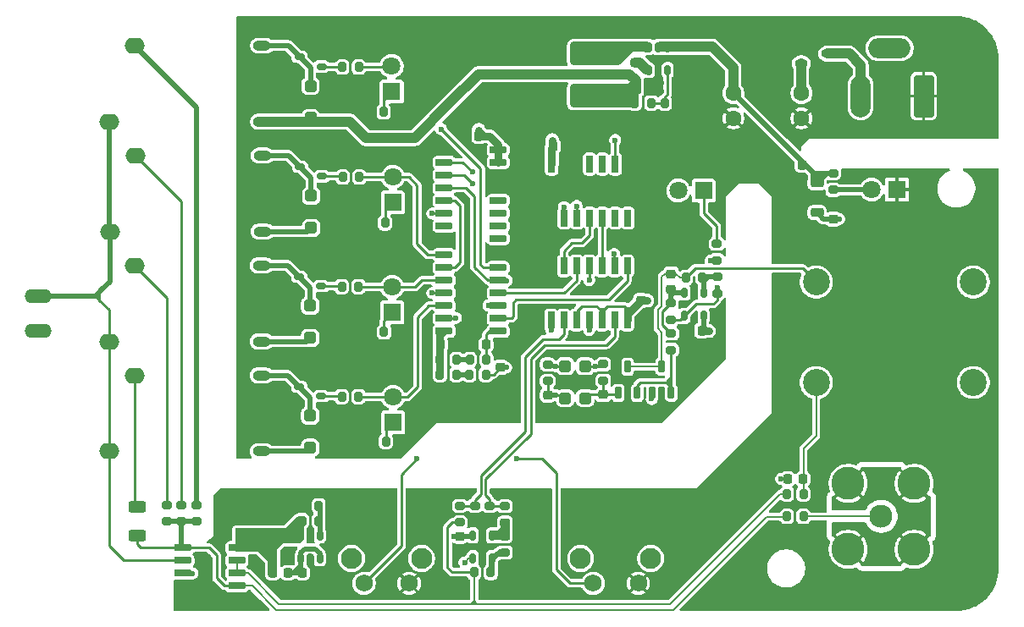
<source format=gbr>
%TF.GenerationSoftware,KiCad,Pcbnew,9.0.4*%
%TF.CreationDate,2025-09-16T16:31:37+02:00*%
%TF.ProjectId,PCB,5043422e-6b69-4636-9164-5f7063625858,rev?*%
%TF.SameCoordinates,Original*%
%TF.FileFunction,Copper,L1,Top*%
%TF.FilePolarity,Positive*%
%FSLAX46Y46*%
G04 Gerber Fmt 4.6, Leading zero omitted, Abs format (unit mm)*
G04 Created by KiCad (PCBNEW 9.0.4) date 2025-09-16 16:31:37*
%MOMM*%
%LPD*%
G01*
G04 APERTURE LIST*
G04 Aperture macros list*
%AMRoundRect*
0 Rectangle with rounded corners*
0 $1 Rounding radius*
0 $2 $3 $4 $5 $6 $7 $8 $9 X,Y pos of 4 corners*
0 Add a 4 corners polygon primitive as box body*
4,1,4,$2,$3,$4,$5,$6,$7,$8,$9,$2,$3,0*
0 Add four circle primitives for the rounded corners*
1,1,$1+$1,$2,$3*
1,1,$1+$1,$4,$5*
1,1,$1+$1,$6,$7*
1,1,$1+$1,$8,$9*
0 Add four rect primitives between the rounded corners*
20,1,$1+$1,$2,$3,$4,$5,0*
20,1,$1+$1,$4,$5,$6,$7,0*
20,1,$1+$1,$6,$7,$8,$9,0*
20,1,$1+$1,$8,$9,$2,$3,0*%
G04 Aperture macros list end*
%TA.AperFunction,SMDPad,CuDef*%
%ADD10RoundRect,0.225000X0.250000X-0.225000X0.250000X0.225000X-0.250000X0.225000X-0.250000X-0.225000X0*%
%TD*%
%TA.AperFunction,SMDPad,CuDef*%
%ADD11RoundRect,0.225000X0.225000X0.250000X-0.225000X0.250000X-0.225000X-0.250000X0.225000X-0.250000X0*%
%TD*%
%TA.AperFunction,SMDPad,CuDef*%
%ADD12RoundRect,0.225000X-0.225000X-0.250000X0.225000X-0.250000X0.225000X0.250000X-0.225000X0.250000X0*%
%TD*%
%TA.AperFunction,SMDPad,CuDef*%
%ADD13RoundRect,0.150000X0.150000X-0.350000X0.150000X0.350000X-0.150000X0.350000X-0.150000X-0.350000X0*%
%TD*%
%TA.AperFunction,SMDPad,CuDef*%
%ADD14RoundRect,0.300000X-0.300000X-0.300000X0.300000X-0.300000X0.300000X0.300000X-0.300000X0.300000X0*%
%TD*%
%TA.AperFunction,SMDPad,CuDef*%
%ADD15RoundRect,0.200000X-0.275000X0.200000X-0.275000X-0.200000X0.275000X-0.200000X0.275000X0.200000X0*%
%TD*%
%TA.AperFunction,SMDPad,CuDef*%
%ADD16RoundRect,0.200000X-0.200000X-0.275000X0.200000X-0.275000X0.200000X0.275000X-0.200000X0.275000X0*%
%TD*%
%TA.AperFunction,SMDPad,CuDef*%
%ADD17RoundRect,0.225000X-0.250000X0.225000X-0.250000X-0.225000X0.250000X-0.225000X0.250000X0.225000X0*%
%TD*%
%TA.AperFunction,SMDPad,CuDef*%
%ADD18RoundRect,0.187500X-0.662500X0.187500X-0.662500X-0.187500X0.662500X-0.187500X0.662500X0.187500X0*%
%TD*%
%TA.AperFunction,SMDPad,CuDef*%
%ADD19RoundRect,0.225000X0.425000X0.225000X-0.425000X0.225000X-0.425000X-0.225000X0.425000X-0.225000X0*%
%TD*%
%TA.AperFunction,SMDPad,CuDef*%
%ADD20RoundRect,0.225000X0.668750X0.225000X-0.668750X0.225000X-0.668750X-0.225000X0.668750X-0.225000X0*%
%TD*%
%TA.AperFunction,SMDPad,CuDef*%
%ADD21RoundRect,0.433250X1.129250X0.433250X-1.129250X0.433250X-1.129250X-0.433250X1.129250X-0.433250X0*%
%TD*%
%TA.AperFunction,ComponentPad*%
%ADD22C,2.300000*%
%TD*%
%TA.AperFunction,ComponentPad*%
%ADD23C,3.300000*%
%TD*%
%TA.AperFunction,SMDPad,CuDef*%
%ADD24RoundRect,0.150000X0.350000X0.150000X-0.350000X0.150000X-0.350000X-0.150000X0.350000X-0.150000X0*%
%TD*%
%TA.AperFunction,SMDPad,CuDef*%
%ADD25RoundRect,0.200000X0.200000X0.275000X-0.200000X0.275000X-0.200000X-0.275000X0.200000X-0.275000X0*%
%TD*%
%TA.AperFunction,SMDPad,CuDef*%
%ADD26RoundRect,0.187500X0.662500X-0.187500X0.662500X0.187500X-0.662500X0.187500X-0.662500X-0.187500X0*%
%TD*%
%TA.AperFunction,SMDPad,CuDef*%
%ADD27RoundRect,0.200000X0.275000X-0.200000X0.275000X0.200000X-0.275000X0.200000X-0.275000X-0.200000X0*%
%TD*%
%TA.AperFunction,SMDPad,CuDef*%
%ADD28RoundRect,0.150000X-0.150000X0.350000X-0.150000X-0.350000X0.150000X-0.350000X0.150000X0.350000X0*%
%TD*%
%TA.AperFunction,SMDPad,CuDef*%
%ADD29RoundRect,0.352500X-2.197500X-0.822500X2.197500X-0.822500X2.197500X0.822500X-2.197500X0.822500X0*%
%TD*%
%TA.AperFunction,ComponentPad*%
%ADD30O,1.800000X1.000000*%
%TD*%
%TA.AperFunction,ComponentPad*%
%ADD31O,2.000000X1.600000*%
%TD*%
%TA.AperFunction,ComponentPad*%
%ADD32C,2.700000*%
%TD*%
%TA.AperFunction,SMDPad,CuDef*%
%ADD33RoundRect,0.250000X0.250000X0.475000X-0.250000X0.475000X-0.250000X-0.475000X0.250000X-0.475000X0*%
%TD*%
%TA.AperFunction,ComponentPad*%
%ADD34C,1.600000*%
%TD*%
%TA.AperFunction,SMDPad,CuDef*%
%ADD35RoundRect,0.187500X-0.187500X-0.662500X0.187500X-0.662500X0.187500X0.662500X-0.187500X0.662500X0*%
%TD*%
%TA.AperFunction,SMDPad,CuDef*%
%ADD36RoundRect,0.187500X0.187500X0.662500X-0.187500X0.662500X-0.187500X-0.662500X0.187500X-0.662500X0*%
%TD*%
%TA.AperFunction,ComponentPad*%
%ADD37C,2.100000*%
%TD*%
%TA.AperFunction,ComponentPad*%
%ADD38C,1.750000*%
%TD*%
%TA.AperFunction,ComponentPad*%
%ADD39R,1.800000X1.800000*%
%TD*%
%TA.AperFunction,ComponentPad*%
%ADD40C,1.800000*%
%TD*%
%TA.AperFunction,SMDPad,CuDef*%
%ADD41RoundRect,0.250000X-0.625000X0.312500X-0.625000X-0.312500X0.625000X-0.312500X0.625000X0.312500X0*%
%TD*%
%TA.AperFunction,SMDPad,CuDef*%
%ADD42RoundRect,0.300000X0.300000X0.300000X-0.300000X0.300000X-0.300000X-0.300000X0.300000X-0.300000X0*%
%TD*%
%TA.AperFunction,SMDPad,CuDef*%
%ADD43RoundRect,0.162500X0.162500X-0.447500X0.162500X0.447500X-0.162500X0.447500X-0.162500X-0.447500X0*%
%TD*%
%TA.AperFunction,ComponentPad*%
%ADD44O,2.716000X1.358000*%
%TD*%
%TA.AperFunction,SMDPad,CuDef*%
%ADD45RoundRect,0.162500X-0.447500X-0.162500X0.447500X-0.162500X0.447500X0.162500X-0.447500X0.162500X0*%
%TD*%
%TA.AperFunction,ComponentPad*%
%ADD46O,2.000000X4.200000*%
%TD*%
%TA.AperFunction,ComponentPad*%
%ADD47RoundRect,0.250000X0.750000X-1.850000X0.750000X1.850000X-0.750000X1.850000X-0.750000X-1.850000X0*%
%TD*%
%TA.AperFunction,ComponentPad*%
%ADD48O,4.200000X2.000000*%
%TD*%
%TA.AperFunction,ViaPad*%
%ADD49C,0.600000*%
%TD*%
%TA.AperFunction,Conductor*%
%ADD50C,0.250000*%
%TD*%
%TA.AperFunction,Conductor*%
%ADD51C,0.500000*%
%TD*%
%TA.AperFunction,Conductor*%
%ADD52C,1.000000*%
%TD*%
%TA.AperFunction,Conductor*%
%ADD53C,0.800000*%
%TD*%
%TA.AperFunction,Conductor*%
%ADD54C,0.200000*%
%TD*%
G04 APERTURE END LIST*
D10*
%TO.P,C409,1*%
%TO.N,Net-(U402-CB)*%
X186435000Y-68877500D03*
%TO.P,C409,2*%
%TO.N,Net-(U402-SW)*%
X186435000Y-67327500D03*
%TD*%
D11*
%TO.P,C206,1*%
%TO.N,+5V*%
X170775000Y-76252500D03*
%TO.P,C206,2*%
%TO.N,GND*%
X169225000Y-76252500D03*
%TD*%
D12*
%TO.P,C411,1*%
%TO.N,+5VA*%
X150150000Y-119950000D03*
%TO.P,C411,2*%
%TO.N,GNDA*%
X151700000Y-119950000D03*
%TD*%
D13*
%TO.P,U402,1,CB*%
%TO.N,Net-(U402-CB)*%
X187735000Y-69652500D03*
%TO.P,U402,2,GND*%
%TO.N,GND*%
X188685000Y-69652500D03*
%TO.P,U402,3,FB*%
%TO.N,Net-(U402-FB)*%
X189635000Y-69652500D03*
%TO.P,U402,4,EN*%
%TO.N,+12V*%
X189635000Y-67352500D03*
%TO.P,U402,5,VIN*%
X188685000Y-67352500D03*
%TO.P,U402,6,SW*%
%TO.N,Net-(U402-SW)*%
X187735000Y-67352500D03*
%TD*%
D14*
%TO.P,D104,1,K*%
%TO.N,+5V*%
X153900000Y-107430000D03*
%TO.P,D104,2,A*%
%TO.N,Net-(D104-A)*%
X153900000Y-104230000D03*
%TD*%
D15*
%TO.P,R401,1*%
%TO.N,+12V*%
X206200000Y-79975000D03*
%TO.P,R401,2*%
%TO.N,Net-(D401-A)*%
X206200000Y-81625000D03*
%TD*%
D16*
%TO.P,R208,1*%
%TO.N,Net-(D203-K)*%
X161398428Y-84930000D03*
%TO.P,R208,2*%
%TO.N,GND*%
X163048428Y-84930000D03*
%TD*%
D17*
%TO.P,C302,1*%
%TO.N,/overrange_detecor/+OR*%
X177650000Y-102150000D03*
%TO.P,C302,2*%
%TO.N,GND*%
X177650000Y-103700000D03*
%TD*%
D18*
%TO.P,U101,1*%
%TO.N,Net-(U101B-+)*%
X141185000Y-117447500D03*
%TO.P,U101,2,-*%
%TO.N,/CURR_OUT*%
X141185000Y-118717500D03*
%TO.P,U101,3,+*%
%TO.N,GNDA*%
X141185000Y-119987500D03*
%TO.P,U101,4,V-*%
%TO.N,GND*%
X141185000Y-121257500D03*
%TO.P,U101,5,+*%
%TO.N,Net-(U101B-+)*%
X146585000Y-121257500D03*
%TO.P,U101,6,-*%
%TO.N,/overrange_detecor/IN*%
X146585000Y-119987500D03*
%TO.P,U101,7*%
X146585000Y-118717500D03*
%TO.P,U101,8,V+*%
%TO.N,+5VA*%
X146585000Y-117447500D03*
%TD*%
D19*
%TO.P,U401,1,VOUT*%
%TO.N,+5VA*%
X204575000Y-83905000D03*
D20*
%TO.P,U401,2,GND*%
%TO.N,GND*%
X204331250Y-82405000D03*
D21*
X202187500Y-82405000D03*
D19*
%TO.P,U401,3,VIN*%
%TO.N,+12V*%
X204575000Y-80905000D03*
%TD*%
D22*
%TO.P,J104,1,In*%
%TO.N,Net-(J104-In)*%
X210985962Y-114292328D03*
D23*
%TO.P,J104,2,Ext*%
%TO.N,GNDA*%
X207685962Y-110992328D03*
X207685962Y-117592328D03*
X214285962Y-110992328D03*
X214285962Y-117592328D03*
%TD*%
D24*
%TO.P,Q102,1,B*%
%TO.N,Net-(Q102-B)*%
X155087500Y-80280914D03*
%TO.P,Q102,2,E*%
%TO.N,GND*%
X155087500Y-78380914D03*
%TO.P,Q102,3,C*%
%TO.N,Net-(D102-A)*%
X152912500Y-79330914D03*
%TD*%
D25*
%TO.P,R404,1*%
%TO.N,GND*%
X191010000Y-72952500D03*
%TO.P,R404,2*%
%TO.N,Net-(U402-FB)*%
X189360000Y-72952500D03*
%TD*%
D26*
%TO.P,U203,1*%
%TO.N,Net-(C202-Pad1)*%
X172700000Y-95762500D03*
%TO.P,U203,2*%
%TO.N,Net-(U106-Pad1)*%
X172700000Y-94492500D03*
%TO.P,U203,3*%
%TO.N,Net-(C203-Pad1)*%
X172700000Y-93222500D03*
%TO.P,U203,4*%
%TO.N,Net-(U106-Pad5)*%
X172700000Y-91952500D03*
%TO.P,U203,5*%
%TO.N,Net-(U202-~{1Y0})*%
X172700000Y-90682500D03*
%TO.P,U203,6*%
%TO.N,/range_selector/R1*%
X172700000Y-89412500D03*
%TO.P,U203,7,GND*%
%TO.N,GND*%
X172700000Y-88142500D03*
%TO.P,U203,8*%
%TO.N,/range_selector/R2*%
X167300000Y-88142500D03*
%TO.P,U203,9*%
%TO.N,Net-(U202-~{1Y1})*%
X167300000Y-89412500D03*
%TO.P,U203,10*%
%TO.N,/range_selector/R3*%
X167300000Y-90682500D03*
%TO.P,U203,11*%
%TO.N,Net-(U202-~{1Y2})*%
X167300000Y-91952500D03*
%TO.P,U203,12*%
%TO.N,/range_selector/R4*%
X167300000Y-93222500D03*
%TO.P,U203,13*%
%TO.N,Net-(U202-~{1Y3})*%
X167300000Y-94492500D03*
%TO.P,U203,14,VCC*%
%TO.N,+5V*%
X167300000Y-95762500D03*
%TD*%
D15*
%TO.P,R311,1*%
%TO.N,Net-(U302--)*%
X189980000Y-92975000D03*
%TO.P,R311,2*%
%TO.N,/overrange_detecor/OR_OUT*%
X189980000Y-94625000D03*
%TD*%
D27*
%TO.P,R313,1*%
%TO.N,/overrange_detecor/OR_OUT*%
X194550000Y-88675000D03*
%TO.P,R313,2*%
%TO.N,Net-(D303-K)*%
X194550000Y-87025000D03*
%TD*%
D28*
%TO.P,U302,1,+*%
%TO.N,Net-(U302-+)*%
X193230000Y-91920000D03*
%TO.P,U302,2,V+*%
%TO.N,GND*%
X192280000Y-91920000D03*
%TO.P,U302,3,-*%
%TO.N,Net-(U302--)*%
X191330000Y-91920000D03*
%TO.P,U302,4*%
%TO.N,/overrange_detecor/OR_OUT*%
X191330000Y-94220000D03*
%TO.P,U302,5,V-*%
%TO.N,+5V*%
X193230000Y-94220000D03*
%TD*%
D24*
%TO.P,Q103,1,B*%
%TO.N,Net-(Q103-B)*%
X154987500Y-91280000D03*
%TO.P,Q103,2,E*%
%TO.N,GND*%
X154987500Y-89380000D03*
%TO.P,Q103,3,C*%
%TO.N,Net-(D103-A)*%
X152812500Y-90330000D03*
%TD*%
D11*
%TO.P,C202,1*%
%TO.N,Net-(C202-Pad1)*%
X171475000Y-97112500D03*
%TO.P,C202,2*%
%TO.N,GND*%
X169925000Y-97112500D03*
%TD*%
D29*
%TO.P,L401,1,1*%
%TO.N,Net-(U402-SW)*%
X182435000Y-68002500D03*
%TO.P,L401,2,2*%
%TO.N,+5V*%
X182435000Y-72202500D03*
%TD*%
D30*
%TO.P,U104,1*%
%TO.N,+5V*%
X149050000Y-96800000D03*
%TO.P,U104,2*%
%TO.N,Net-(D103-A)*%
X149050000Y-89200000D03*
D31*
%TO.P,U104,3*%
%TO.N,Net-(R107-Pad1)*%
X136350000Y-89200000D03*
%TO.P,U104,4*%
%TO.N,/CURR_OUT*%
X133810000Y-96800000D03*
%TD*%
D17*
%TO.P,C408,1*%
%TO.N,+5VA*%
X151625000Y-116575000D03*
%TO.P,C408,2*%
%TO.N,GND*%
X151625000Y-118125000D03*
%TD*%
D30*
%TO.P,U105,1*%
%TO.N,+5V*%
X149050000Y-107800000D03*
%TO.P,U105,2*%
%TO.N,Net-(D104-A)*%
X149050000Y-100200000D03*
D31*
%TO.P,U105,3*%
%TO.N,Net-(R108-Pad1)*%
X136350000Y-100200000D03*
%TO.P,U105,4*%
%TO.N,/CURR_OUT*%
X133810000Y-107800000D03*
%TD*%
D17*
%TO.P,C406,1*%
%TO.N,+12V*%
X192435000Y-67327500D03*
%TO.P,C406,2*%
%TO.N,GND*%
X192435000Y-68877500D03*
%TD*%
D10*
%TO.P,C201,1*%
%TO.N,+5V*%
X186960000Y-92702500D03*
%TO.P,C201,2*%
%TO.N,GND*%
X186960000Y-91152500D03*
%TD*%
D13*
%TO.P,U404,1*%
%TO.N,GNDA*%
X152975000Y-118500000D03*
%TO.P,U404,2,V-*%
%TO.N,GND*%
X153925000Y-118500000D03*
%TO.P,U404,3,+*%
%TO.N,GNDA*%
X154875000Y-118500000D03*
%TO.P,U404,4,-*%
%TO.N,Net-(U404--)*%
X154875000Y-116200000D03*
%TO.P,U404,5,V+*%
%TO.N,+5VA*%
X152975000Y-116200000D03*
%TD*%
D25*
%TO.P,R101,1*%
%TO.N,/range_selector/R1*%
X158776572Y-69330914D03*
%TO.P,R101,2*%
%TO.N,Net-(Q101-B)*%
X157126572Y-69330914D03*
%TD*%
D32*
%TO.P,J103,1,Pin_1*%
%TO.N,GNDA*%
X204500000Y-90850000D03*
%TO.N,N/C*%
X220200000Y-90850000D03*
%TD*%
D33*
%TO.P,C410,1*%
%TO.N,GND*%
X188385000Y-71352500D03*
%TO.P,C410,2*%
%TO.N,+5V*%
X186485000Y-71352500D03*
%TD*%
D34*
%TO.P,C405,1*%
%TO.N,+12V*%
X196200000Y-71950000D03*
%TO.P,C405,2*%
%TO.N,GND*%
X196200000Y-74450000D03*
%TD*%
D25*
%TO.P,R102,1*%
%TO.N,/range_selector/R2*%
X158825000Y-80330914D03*
%TO.P,R102,2*%
%TO.N,Net-(Q102-B)*%
X157175000Y-80330914D03*
%TD*%
D35*
%TO.P,U201,1,B*%
%TO.N,GND*%
X178055000Y-84452500D03*
%TO.P,U201,2,QB*%
%TO.N,/range_selector/CT_MSB*%
X179325000Y-84452500D03*
%TO.P,U201,3,QA*%
%TO.N,/range_selector/CT_LSB*%
X180595000Y-84452500D03*
%TO.P,U201,4,DOWN*%
%TO.N,/range_selector/CT_DOWN*%
X181865000Y-84452500D03*
%TO.P,U201,5,UP*%
%TO.N,/range_selector/CT_UP*%
X183135000Y-84452500D03*
%TO.P,U201,6,QC*%
%TO.N,unconnected-(U201-QC-Pad6)*%
X184405000Y-84452500D03*
%TO.P,U201,7,QD*%
%TO.N,unconnected-(U201-QD-Pad7)*%
X185675000Y-84452500D03*
%TO.P,U201,8,GND*%
%TO.N,GND*%
X186945000Y-84452500D03*
%TO.P,U201,9,D*%
X186945000Y-79052500D03*
%TO.P,U201,10,C*%
X185675000Y-79052500D03*
%TO.P,U201,11,~{LOAD}*%
%TO.N,+5V*%
X184405000Y-79052500D03*
%TO.P,U201,12,~{CO}*%
%TO.N,unconnected-(U201-~{CO}-Pad12)*%
X183135000Y-79052500D03*
%TO.P,U201,13,~{BO}*%
%TO.N,unconnected-(U201-~{BO}-Pad13)*%
X181865000Y-79052500D03*
%TO.P,U201,14,CLR*%
%TO.N,GND*%
X180595000Y-79052500D03*
%TO.P,U201,15,A*%
X179325000Y-79052500D03*
%TO.P,U201,16,VCC*%
%TO.N,+5V*%
X178055000Y-79052500D03*
%TD*%
D10*
%TO.P,C403,1*%
%TO.N,+5VA*%
X206200000Y-84550000D03*
%TO.P,C403,2*%
%TO.N,GND*%
X206200000Y-83000000D03*
%TD*%
D11*
%TO.P,C305,1*%
%TO.N,+5V*%
X193055000Y-95720000D03*
%TO.P,C305,2*%
%TO.N,GND*%
X191505000Y-95720000D03*
%TD*%
D16*
%TO.P,R110,1*%
%TO.N,/overrange_detecor/IN*%
X201575000Y-112050000D03*
%TO.P,R110,2*%
%TO.N,Net-(J102-Pin_1)*%
X203225000Y-112050000D03*
%TD*%
D30*
%TO.P,U103,1*%
%TO.N,+5V*%
X149150000Y-85800914D03*
%TO.P,U103,2*%
%TO.N,Net-(D102-A)*%
X149150000Y-78200914D03*
D31*
%TO.P,U103,3*%
%TO.N,Net-(R106-Pad1)*%
X136450000Y-78200914D03*
%TO.P,U103,4*%
%TO.N,/CURR_OUT*%
X133910000Y-85800914D03*
%TD*%
D15*
%TO.P,R107,1*%
%TO.N,Net-(R107-Pad1)*%
X139550000Y-113175000D03*
%TO.P,R107,2*%
%TO.N,Net-(U101B-+)*%
X139550000Y-114825000D03*
%TD*%
D36*
%TO.P,U106,1*%
%TO.N,Net-(U106-Pad1)*%
X185610000Y-89252500D03*
%TO.P,U106,2*%
%TO.N,Net-(U202-~{1Y3})*%
X184340000Y-89252500D03*
%TO.P,U106,3*%
%TO.N,/range_selector/CT_UP*%
X183070000Y-89252500D03*
%TO.P,U106,4*%
%TO.N,Net-(U202-~{1Y0})*%
X181800000Y-89252500D03*
%TO.P,U106,5*%
%TO.N,Net-(U106-Pad5)*%
X180530000Y-89252500D03*
%TO.P,U106,6*%
%TO.N,/range_selector/CT_DOWN*%
X179260000Y-89252500D03*
%TO.P,U106,7,GND*%
%TO.N,GND*%
X177990000Y-89252500D03*
%TO.P,U106,8*%
%TO.N,Net-(D301-K)*%
X177990000Y-94652500D03*
%TO.P,U106,9*%
%TO.N,Net-(R303-Pad2)*%
X179260000Y-94652500D03*
%TO.P,U106,10*%
%TO.N,+5V*%
X180530000Y-94652500D03*
%TO.P,U106,11*%
%TO.N,Net-(D302-K)*%
X181800000Y-94652500D03*
%TO.P,U106,12*%
%TO.N,+5V*%
X183070000Y-94652500D03*
%TO.P,U106,13*%
%TO.N,Net-(R304-Pad2)*%
X184340000Y-94652500D03*
%TO.P,U106,14,VCC*%
%TO.N,+5V*%
X185610000Y-94652500D03*
%TD*%
D13*
%TO.P,U301,1,+*%
%TO.N,GNDA*%
X170175000Y-118500000D03*
%TO.P,U301,2,V-*%
%TO.N,GND*%
X171125000Y-118500000D03*
%TO.P,U301,3,-*%
%TO.N,Net-(U301--)*%
X172075000Y-118500000D03*
%TO.P,U301,4*%
%TO.N,Net-(R302-Pad2)*%
X172075000Y-116200000D03*
%TO.P,U301,5,V+*%
%TO.N,+5VA*%
X170175000Y-116200000D03*
%TD*%
D24*
%TO.P,Q101,1,B*%
%TO.N,Net-(Q101-B)*%
X155039072Y-69280914D03*
%TO.P,Q101,2,E*%
%TO.N,GND*%
X155039072Y-67380914D03*
%TO.P,Q101,3,C*%
%TO.N,Net-(D101-A)*%
X152864072Y-68330914D03*
%TD*%
D16*
%TO.P,R201,1*%
%TO.N,+5V*%
X166875000Y-98612500D03*
%TO.P,R201,2*%
%TO.N,/range_selector/RNG-*%
X168525000Y-98612500D03*
%TD*%
D15*
%TO.P,R106,1*%
%TO.N,Net-(R106-Pad1)*%
X141050000Y-113175000D03*
%TO.P,R106,2*%
%TO.N,Net-(U101B-+)*%
X141050000Y-114825000D03*
%TD*%
D12*
%TO.P,C205,1*%
%TO.N,+5V*%
X178225000Y-77252500D03*
%TO.P,C205,2*%
%TO.N,GND*%
X179775000Y-77252500D03*
%TD*%
D16*
%TO.P,R202,1*%
%TO.N,+5V*%
X166875000Y-100112500D03*
%TO.P,R202,2*%
%TO.N,/range_selector/RNG+*%
X168525000Y-100112500D03*
%TD*%
%TO.P,R209,1*%
%TO.N,Net-(D204-K)*%
X161250000Y-73830000D03*
%TO.P,R209,2*%
%TO.N,GND*%
X162900000Y-73830000D03*
%TD*%
%TO.P,R310,1*%
%TO.N,GNDA*%
X191455000Y-90420000D03*
%TO.P,R310,2*%
%TO.N,Net-(U302-+)*%
X193105000Y-90420000D03*
%TD*%
D11*
%TO.P,C401,1*%
%TO.N,+12V*%
X203075000Y-79100000D03*
%TO.P,C401,2*%
%TO.N,GND*%
X201525000Y-79100000D03*
%TD*%
D12*
%TO.P,C204,1*%
%TO.N,+5V*%
X166950000Y-97112500D03*
%TO.P,C204,2*%
%TO.N,GND*%
X168500000Y-97112500D03*
%TD*%
D27*
%TO.P,R306,1*%
%TO.N,GND*%
X171875000Y-114900000D03*
%TO.P,R306,2*%
%TO.N,Net-(R304-Pad2)*%
X171875000Y-113250000D03*
%TD*%
D10*
%TO.P,C304,1*%
%TO.N,Net-(U302--)*%
X189980000Y-91575000D03*
%TO.P,C304,2*%
%TO.N,GNDA*%
X189980000Y-90025000D03*
%TD*%
D16*
%TO.P,R204,1*%
%TO.N,/range_selector/RNG+*%
X169825000Y-100112500D03*
%TO.P,R204,2*%
%TO.N,Net-(C203-Pad1)*%
X171475000Y-100112500D03*
%TD*%
D37*
%TO.P,SW101,*%
%TO.N,*%
X187950000Y-118510000D03*
X180940000Y-118510000D03*
D38*
%TO.P,SW101,1,1*%
%TO.N,GND*%
X186700000Y-121000000D03*
%TO.P,SW101,2,2*%
%TO.N,/range_selector/RNG+*%
X182200000Y-121000000D03*
%TD*%
D15*
%TO.P,R308,1*%
%TO.N,Net-(D302-K)*%
X183200000Y-99075000D03*
%TO.P,R308,2*%
%TO.N,/overrange_detecor/-OR*%
X183200000Y-100725000D03*
%TD*%
D39*
%TO.P,D201,1,K*%
%TO.N,Net-(D201-K)*%
X162198428Y-104899086D03*
D40*
%TO.P,D201,2,A*%
%TO.N,/range_selector/R4*%
X162198428Y-102359086D03*
%TD*%
D16*
%TO.P,R203,1*%
%TO.N,/range_selector/RNG-*%
X169875000Y-98612500D03*
%TO.P,R203,2*%
%TO.N,Net-(C202-Pad1)*%
X171525000Y-98612500D03*
%TD*%
D27*
%TO.P,R304,1*%
%TO.N,Net-(R302-Pad2)*%
X173386906Y-114925669D03*
%TO.P,R304,2*%
%TO.N,Net-(R304-Pad2)*%
X173386906Y-113275669D03*
%TD*%
D41*
%TO.P,R108,1*%
%TO.N,Net-(R108-Pad1)*%
X136583428Y-113315000D03*
%TO.P,R108,2*%
%TO.N,Net-(U101B-+)*%
X136583428Y-116240000D03*
%TD*%
D17*
%TO.P,C301,1*%
%TO.N,+5VA*%
X168875000Y-116325000D03*
%TO.P,C301,2*%
%TO.N,GND*%
X168875000Y-117875000D03*
%TD*%
D12*
%TO.P,C412,1*%
%TO.N,GNDA*%
X153150000Y-119950000D03*
%TO.P,C412,2*%
%TO.N,GND*%
X154700000Y-119950000D03*
%TD*%
D42*
%TO.P,D302,1,K*%
%TO.N,Net-(D302-K)*%
X181400000Y-99275000D03*
%TO.P,D302,2,A*%
%TO.N,/overrange_detecor/-OR*%
X181400000Y-102475000D03*
%TD*%
D18*
%TO.P,U202,1,~{E1}*%
%TO.N,GND*%
X167300000Y-77607500D03*
%TO.P,U202,2,1A0*%
%TO.N,/range_selector/CT_LSB*%
X167300000Y-78877500D03*
%TO.P,U202,3,1A1*%
%TO.N,/range_selector/CT_MSB*%
X167300000Y-80147500D03*
%TO.P,U202,4,~{1Y0}*%
%TO.N,Net-(U202-~{1Y0})*%
X167300000Y-81417500D03*
%TO.P,U202,5,~{1Y1}*%
%TO.N,Net-(U202-~{1Y1})*%
X167300000Y-82687500D03*
%TO.P,U202,6,~{1Y2}*%
%TO.N,Net-(U202-~{1Y2})*%
X167300000Y-83957500D03*
%TO.P,U202,7,~{1Y3}*%
%TO.N,Net-(U202-~{1Y3})*%
X167300000Y-85227500D03*
%TO.P,U202,8,GND*%
%TO.N,GND*%
X167300000Y-86497500D03*
%TO.P,U202,9,~{2Y3}*%
%TO.N,unconnected-(U202-~{2Y3}-Pad9)*%
X172700000Y-86497500D03*
%TO.P,U202,10,~{2Y2}*%
%TO.N,unconnected-(U202-~{2Y2}-Pad10)*%
X172700000Y-85227500D03*
%TO.P,U202,11,~{2Y1}*%
%TO.N,unconnected-(U202-~{2Y1}-Pad11)*%
X172700000Y-83957500D03*
%TO.P,U202,12,~{2Y0}*%
%TO.N,unconnected-(U202-~{2Y0}-Pad12)*%
X172700000Y-82687500D03*
%TO.P,U202,13,2A1*%
%TO.N,GND*%
X172700000Y-81417500D03*
%TO.P,U202,14,2A0*%
X172700000Y-80147500D03*
%TO.P,U202,15,~{E2}*%
%TO.N,+5V*%
X172700000Y-78877500D03*
%TO.P,U202,16,VCC*%
X172700000Y-77607500D03*
%TD*%
D15*
%TO.P,R105,1*%
%TO.N,Net-(R105-Pad1)*%
X142548428Y-113175000D03*
%TO.P,R105,2*%
%TO.N,Net-(U101B-+)*%
X142548428Y-114825000D03*
%TD*%
D27*
%TO.P,R305,1*%
%TO.N,GND*%
X170375000Y-114900000D03*
%TO.P,R305,2*%
%TO.N,Net-(R303-Pad2)*%
X170375000Y-113250000D03*
%TD*%
D39*
%TO.P,D401,1,K*%
%TO.N,GND*%
X212570000Y-81600000D03*
D40*
%TO.P,D401,2,A*%
%TO.N,Net-(D401-A)*%
X210030000Y-81600000D03*
%TD*%
D11*
%TO.P,C102,1*%
%TO.N,+5VA*%
X146860000Y-115952500D03*
%TO.P,C102,2*%
%TO.N,GND*%
X145310000Y-115952500D03*
%TD*%
D30*
%TO.P,U102,1*%
%TO.N,+5V*%
X149101572Y-74800914D03*
%TO.P,U102,2*%
%TO.N,Net-(D101-A)*%
X149101572Y-67200914D03*
D31*
%TO.P,U102,3*%
%TO.N,Net-(R105-Pad1)*%
X136401572Y-67200914D03*
%TO.P,U102,4*%
%TO.N,/CURR_OUT*%
X133861572Y-74800914D03*
%TD*%
D43*
%TO.P,Q301,1,G*%
%TO.N,/overrange_detecor/+OR*%
X188100000Y-101935000D03*
%TO.P,Q301,2,D*%
%TO.N,GNDA*%
X189050000Y-99315000D03*
%TO.P,Q301,3,S*%
%TO.N,Net-(Q301-S)*%
X190000000Y-101935000D03*
%TD*%
D15*
%TO.P,R307,1*%
%TO.N,Net-(D301-K)*%
X177650000Y-99100000D03*
%TO.P,R307,2*%
%TO.N,/overrange_detecor/+OR*%
X177650000Y-100750000D03*
%TD*%
D16*
%TO.P,R206,1*%
%TO.N,Net-(D201-K)*%
X161475000Y-106800000D03*
%TO.P,R206,2*%
%TO.N,GND*%
X163125000Y-106800000D03*
%TD*%
D39*
%TO.P,D303,1,K*%
%TO.N,Net-(D303-K)*%
X193240000Y-81700000D03*
D40*
%TO.P,D303,2,A*%
%TO.N,+5V*%
X190700000Y-81700000D03*
%TD*%
D44*
%TO.P,J101,1,Pin_1*%
%TO.N,/CURR_OUT*%
X126700000Y-92250000D03*
%TO.P,J101,2,Pin_2*%
%TO.N,GNDA*%
X126700000Y-95750000D03*
%TD*%
D39*
%TO.P,D203,1,K*%
%TO.N,Net-(D203-K)*%
X162168428Y-82885000D03*
D40*
%TO.P,D203,2,A*%
%TO.N,/range_selector/R2*%
X162168428Y-80345000D03*
%TD*%
D16*
%TO.P,R207,1*%
%TO.N,Net-(D202-K)*%
X161298428Y-95829086D03*
%TO.P,R207,2*%
%TO.N,GND*%
X162948428Y-95829086D03*
%TD*%
D45*
%TO.P,Q401,1,G*%
%TO.N,GND*%
X203000000Y-67050000D03*
%TO.P,Q401,2,D*%
%TO.N,Net-(Q401-D)*%
X205620000Y-68000000D03*
%TO.P,Q401,3,S*%
%TO.N,Net-(Q401-S)*%
X203000000Y-68950000D03*
%TD*%
D27*
%TO.P,R312,1*%
%TO.N,/overrange_detecor/OR_OUT*%
X194600000Y-91975000D03*
%TO.P,R312,2*%
%TO.N,Net-(U302-+)*%
X194600000Y-90325000D03*
%TD*%
D34*
%TO.P,C402,1*%
%TO.N,Net-(Q401-S)*%
X203035000Y-71952500D03*
%TO.P,C402,2*%
%TO.N,GND*%
X203035000Y-74452500D03*
%TD*%
D46*
%TO.P,J401,1*%
%TO.N,Net-(Q401-D)*%
X208935000Y-72250000D03*
D47*
%TO.P,J401,2*%
%TO.N,GND*%
X215235000Y-72250000D03*
D48*
%TO.P,J401,3*%
%TO.N,unconnected-(J401-Pad3)*%
X211835000Y-67450000D03*
%TD*%
D17*
%TO.P,C303,1*%
%TO.N,/overrange_detecor/-OR*%
X183200000Y-102125000D03*
%TO.P,C303,2*%
%TO.N,GND*%
X183200000Y-103675000D03*
%TD*%
D37*
%TO.P,SW102,*%
%TO.N,*%
X165050000Y-118510000D03*
X158040000Y-118510000D03*
D38*
%TO.P,SW102,1,1*%
%TO.N,GND*%
X163800000Y-121000000D03*
%TO.P,SW102,2,2*%
%TO.N,/range_selector/RNG-*%
X159300000Y-121000000D03*
%TD*%
D25*
%TO.P,R403,1*%
%TO.N,Net-(U402-FB)*%
X188010000Y-72952500D03*
%TO.P,R403,2*%
%TO.N,+5V*%
X186360000Y-72952500D03*
%TD*%
D17*
%TO.P,C407,1*%
%TO.N,+12V*%
X190935000Y-67327500D03*
%TO.P,C407,2*%
%TO.N,GND*%
X190935000Y-68877500D03*
%TD*%
D25*
%TO.P,R405,1*%
%TO.N,Net-(U404--)*%
X154750000Y-113250000D03*
%TO.P,R405,2*%
%TO.N,GND*%
X153100000Y-113250000D03*
%TD*%
D27*
%TO.P,R303,1*%
%TO.N,/overrange_detecor/IN*%
X168875000Y-114900000D03*
%TO.P,R303,2*%
%TO.N,Net-(R303-Pad2)*%
X168875000Y-113250000D03*
%TD*%
D25*
%TO.P,R104,1*%
%TO.N,/range_selector/R4*%
X158725000Y-102330000D03*
%TO.P,R104,2*%
%TO.N,Net-(Q104-B)*%
X157075000Y-102330000D03*
%TD*%
D27*
%TO.P,R309,1*%
%TO.N,Net-(Q301-S)*%
X190000000Y-97650000D03*
%TO.P,R309,2*%
%TO.N,Net-(U302--)*%
X190000000Y-96000000D03*
%TD*%
D16*
%TO.P,R402,1*%
%TO.N,+5VA*%
X153100000Y-114750000D03*
%TO.P,R402,2*%
%TO.N,Net-(U404--)*%
X154750000Y-114750000D03*
%TD*%
D10*
%TO.P,C203,1*%
%TO.N,Net-(C203-Pad1)*%
X172950000Y-99387500D03*
%TO.P,C203,2*%
%TO.N,GND*%
X172950000Y-97837500D03*
%TD*%
D39*
%TO.P,D202,1,K*%
%TO.N,Net-(D202-K)*%
X162098428Y-93899086D03*
D40*
%TO.P,D202,2,A*%
%TO.N,/range_selector/R3*%
X162098428Y-91359086D03*
%TD*%
D16*
%TO.P,R301,1*%
%TO.N,/overrange_detecor/IN*%
X170300000Y-119900000D03*
%TO.P,R301,2*%
%TO.N,Net-(U301--)*%
X171950000Y-119900000D03*
%TD*%
D39*
%TO.P,D204,1,K*%
%TO.N,Net-(D204-K)*%
X162050000Y-71800000D03*
D40*
%TO.P,D204,2,A*%
%TO.N,/range_selector/R1*%
X162050000Y-69260000D03*
%TD*%
D16*
%TO.P,R109,2*%
%TO.N,Net-(J104-In)*%
X203225000Y-114300000D03*
%TO.P,R109,1*%
%TO.N,Net-(U101B-+)*%
X201575000Y-114300000D03*
%TD*%
D32*
%TO.P,J102,1,Pin_1*%
%TO.N,Net-(J102-Pin_1)*%
X204500000Y-100900000D03*
%TO.N,N/C*%
X220200000Y-100900000D03*
%TD*%
D27*
%TO.P,R302,1*%
%TO.N,Net-(U301--)*%
X173375000Y-117925000D03*
%TO.P,R302,2*%
%TO.N,Net-(R302-Pad2)*%
X173375000Y-116275000D03*
%TD*%
D14*
%TO.P,D102,1,K*%
%TO.N,+5V*%
X154000000Y-85430914D03*
%TO.P,D102,2,A*%
%TO.N,Net-(D102-A)*%
X154000000Y-82230914D03*
%TD*%
D24*
%TO.P,Q104,1,B*%
%TO.N,Net-(Q104-B)*%
X154987500Y-102280000D03*
%TO.P,Q104,2,E*%
%TO.N,GND*%
X154987500Y-100380000D03*
%TO.P,Q104,3,C*%
%TO.N,Net-(D104-A)*%
X152812500Y-101330000D03*
%TD*%
D14*
%TO.P,D103,1,K*%
%TO.N,+5V*%
X153900000Y-96430000D03*
%TO.P,D103,2,A*%
%TO.N,Net-(D103-A)*%
X153900000Y-93230000D03*
%TD*%
D25*
%TO.P,R103,1*%
%TO.N,/range_selector/R3*%
X158725000Y-91330000D03*
%TO.P,R103,2*%
%TO.N,Net-(Q103-B)*%
X157075000Y-91330000D03*
%TD*%
D11*
%TO.P,C101,1*%
%TO.N,Net-(J102-Pin_1)*%
X203175000Y-110550000D03*
%TO.P,C101,2*%
%TO.N,GNDA*%
X201625000Y-110550000D03*
%TD*%
D14*
%TO.P,D101,1,K*%
%TO.N,+5V*%
X153951572Y-74430914D03*
%TO.P,D101,2,A*%
%TO.N,Net-(D101-A)*%
X153951572Y-71230914D03*
%TD*%
D42*
%TO.P,D301,1,K*%
%TO.N,Net-(D301-K)*%
X179400000Y-99275000D03*
%TO.P,D301,2,A*%
%TO.N,/overrange_detecor/+OR*%
X179400000Y-102475000D03*
%TD*%
D43*
%TO.P,Q302,1,G*%
%TO.N,/overrange_detecor/-OR*%
X184700000Y-101945000D03*
%TO.P,Q302,2,D*%
%TO.N,GNDA*%
X185650000Y-99325000D03*
%TO.P,Q302,3,S*%
%TO.N,Net-(Q301-S)*%
X186600000Y-101945000D03*
%TD*%
D49*
%TO.N,GND*%
X201100000Y-73800000D03*
%TO.N,+5V*%
X187600000Y-92700000D03*
X170750000Y-75650000D03*
X166875000Y-97800000D03*
X193750000Y-95750000D03*
X184400000Y-76650000D03*
X167900000Y-72900000D03*
X178100000Y-76650000D03*
%TO.N,GND*%
X206800000Y-83000000D03*
X163450000Y-73850000D03*
X154750000Y-121150000D03*
X200900000Y-79100000D03*
X184500000Y-65500000D03*
X147500000Y-87500000D03*
X183050000Y-96350000D03*
X174200000Y-88900000D03*
X178100000Y-85500000D03*
X184600000Y-74900000D03*
X200431250Y-82400000D03*
X179000000Y-65500000D03*
X187000000Y-85400000D03*
X171100000Y-114950000D03*
X205483316Y-82689728D03*
X207000000Y-99000000D03*
X182600000Y-115300000D03*
X175550000Y-115350000D03*
X191900000Y-97400000D03*
X166800000Y-117350000D03*
X168000000Y-65500000D03*
X207000000Y-95000000D03*
X143050000Y-119050000D03*
X191250000Y-93050000D03*
X170194909Y-104011626D03*
X202300000Y-67000000D03*
X196000000Y-115500000D03*
X196000000Y-122500000D03*
X218000000Y-122500000D03*
X161950000Y-112200000D03*
X192900000Y-87000000D03*
X143050000Y-118350000D03*
X157700000Y-105900000D03*
X169200000Y-75600000D03*
X169200000Y-97100000D03*
X201500000Y-88500000D03*
X143750000Y-119050000D03*
X163700000Y-84950000D03*
X217500000Y-65500000D03*
X173700000Y-80200000D03*
X157700000Y-72900000D03*
X209000000Y-103000000D03*
X179500000Y-115350000D03*
X177600000Y-104300000D03*
X147500000Y-76500000D03*
X174200000Y-87200000D03*
X155650000Y-67400000D03*
X201500000Y-90500000D03*
X155700000Y-78400000D03*
X179500000Y-111850000D03*
X206500000Y-65500000D03*
X167800000Y-87100000D03*
X157000000Y-65500000D03*
X164000000Y-113800000D03*
X155300000Y-119950000D03*
X143750000Y-118350000D03*
X177350000Y-111850000D03*
X180500000Y-91900000D03*
X195500000Y-65500000D03*
X156150000Y-115250000D03*
X169200000Y-82200000D03*
X183200000Y-104300000D03*
X177500000Y-89200000D03*
X190650000Y-112400000D03*
X212500000Y-122500000D03*
X140800000Y-123200000D03*
X174500000Y-104100000D03*
X161950000Y-113800000D03*
X147500000Y-104000000D03*
X157700000Y-94900000D03*
X187000000Y-78100000D03*
X199200000Y-76400000D03*
X147500000Y-98500000D03*
X173500000Y-65500000D03*
X187595975Y-115500000D03*
X152700000Y-121150000D03*
X167505091Y-101988374D03*
X177350000Y-117400000D03*
X157700000Y-83900000D03*
X221000000Y-93500000D03*
X179100000Y-74900000D03*
X190950000Y-69450000D03*
X144700000Y-115950000D03*
X172950000Y-97300000D03*
X189045975Y-114000000D03*
X199500000Y-115500000D03*
X166300000Y-77600000D03*
X170200000Y-102000000D03*
X197700000Y-69600000D03*
X212000000Y-65500000D03*
X152550000Y-113250000D03*
X179500000Y-113600000D03*
X167500000Y-104000000D03*
X202231250Y-81400000D03*
X182300000Y-87050000D03*
X164000000Y-115300000D03*
X171100000Y-117850000D03*
X162500000Y-65500000D03*
X156150000Y-117300000D03*
X163500000Y-95900000D03*
X192450000Y-69450000D03*
X190000000Y-65500000D03*
X207000000Y-122500000D03*
X190100000Y-74900000D03*
X188500000Y-87000000D03*
X187600000Y-97400000D03*
X147500000Y-82000000D03*
X209000000Y-95000000D03*
X205000000Y-108000000D03*
X163700000Y-106800000D03*
X168650000Y-121550000D03*
X155800000Y-122200000D03*
X221000000Y-98000000D03*
X165400000Y-86400000D03*
X189000000Y-71750000D03*
X142150000Y-121300000D03*
X191450000Y-114000000D03*
X202000000Y-108000000D03*
X179500000Y-117400000D03*
X180000000Y-80000000D03*
X185700000Y-78100000D03*
X171000000Y-121550000D03*
X164000000Y-112200000D03*
X147500000Y-93000000D03*
X161950000Y-115300000D03*
X145000000Y-112200000D03*
X207000000Y-103000000D03*
X221000000Y-120000000D03*
X155650000Y-100400000D03*
X166800000Y-115300000D03*
X153750000Y-122200000D03*
X147500000Y-71000000D03*
X191500000Y-96300000D03*
X180550000Y-96300000D03*
X221000000Y-114500000D03*
X151500000Y-65500000D03*
X209000000Y-99000000D03*
X221000000Y-109000000D03*
X201500000Y-122500000D03*
X221000000Y-88000000D03*
X221000000Y-74000000D03*
X179949487Y-78003495D03*
X221000000Y-68500000D03*
X191500000Y-73000000D03*
X151650000Y-118700000D03*
X202281250Y-83400000D03*
X169500000Y-117400000D03*
X190000000Y-115500000D03*
X189010000Y-70950000D03*
X193054025Y-112400000D03*
X175550000Y-117400000D03*
X188700000Y-69050000D03*
X177350000Y-113600000D03*
X200400000Y-77600000D03*
X177350000Y-115350000D03*
X173600000Y-74900000D03*
X183800000Y-90800000D03*
X221000000Y-103500000D03*
X201000000Y-65500000D03*
X182600000Y-117300000D03*
X187000000Y-90600000D03*
X155600000Y-89350000D03*
%TO.N,GNDA*%
X201000000Y-110550000D03*
X152450000Y-119950000D03*
X142150000Y-120000000D03*
X169350000Y-118900000D03*
%TO.N,+5VA*%
X150250000Y-116326467D03*
X168273528Y-116326467D03*
X206781250Y-84550000D03*
%TO.N,/range_selector/CT_MSB*%
X170150000Y-81000000D03*
X179300000Y-83350000D03*
%TO.N,/range_selector/CT_LSB*%
X170115687Y-79834313D03*
X180550000Y-83250000D03*
%TO.N,Net-(D301-K)*%
X178000000Y-95650000D03*
X178450000Y-99275000D03*
%TO.N,/overrange_detecor/OR_OUT*%
X193950000Y-88700000D03*
X194603799Y-91418276D03*
%TO.N,Net-(C203-Pad1)*%
X171722775Y-93200070D03*
X173500000Y-99400000D03*
%TO.N,/range_selector/R1*%
X167000000Y-75550000D03*
%TO.N,Net-(D302-K)*%
X181800000Y-95650000D03*
X182400000Y-99275000D03*
%TO.N,/range_selector/RNG-*%
X169200000Y-98612500D03*
X164600000Y-108550000D03*
%TO.N,/range_selector/RNG+*%
X169200000Y-100112500D03*
X174550000Y-108550000D03*
%TO.N,Net-(U202-~{1Y0})*%
X181800000Y-90650000D03*
X173550000Y-90700000D03*
%TO.N,Net-(U202-~{1Y3})*%
X167850000Y-85224743D03*
X184300000Y-88050000D03*
X168450000Y-94450000D03*
%TO.N,Net-(U202-~{1Y2})*%
X166125000Y-84000000D03*
X166125000Y-91950000D03*
%TO.N,/overrange_detecor/+OR*%
X178450000Y-102150000D03*
X188050000Y-102550000D03*
%TD*%
D50*
%TO.N,/CURR_OUT*%
X132850000Y-92650000D02*
X132800000Y-92600000D01*
X132800000Y-92600000D02*
X132800000Y-91900000D01*
X132800000Y-91900000D02*
X133100000Y-91600000D01*
X132850000Y-92650000D02*
X132450000Y-92250000D01*
D51*
X133100000Y-91600000D02*
X132450000Y-92250000D01*
D50*
X133810000Y-96800000D02*
X133810000Y-93610000D01*
X133810000Y-93610000D02*
X132850000Y-92650000D01*
D51*
X133910000Y-85800914D02*
X133910000Y-90790000D01*
X133910000Y-90790000D02*
X133100000Y-91600000D01*
X132450000Y-92250000D02*
X126700000Y-92250000D01*
%TO.N,Net-(D401-A)*%
X206200000Y-81625000D02*
X210005000Y-81625000D01*
X210005000Y-81625000D02*
X210030000Y-81600000D01*
%TO.N,+12V*%
X196250000Y-71950000D02*
X204000000Y-79700000D01*
D52*
X194127500Y-67327500D02*
X192435000Y-67327500D01*
D51*
X205280000Y-80200000D02*
X205505000Y-79975000D01*
X204500000Y-80200000D02*
X204500000Y-80830000D01*
D52*
X190935000Y-67327500D02*
X188959829Y-67327500D01*
D51*
X204446445Y-80776445D02*
X204575000Y-80905000D01*
D52*
X192435000Y-67327500D02*
X190935000Y-67327500D01*
D51*
X196200000Y-71950000D02*
X196250000Y-71950000D01*
D52*
X188959829Y-67327500D02*
X188951124Y-67318795D01*
X196200000Y-69400000D02*
X194127500Y-67327500D01*
D51*
X204500000Y-80830000D02*
X204575000Y-80905000D01*
X204575000Y-80905000D02*
X205280000Y-80200000D01*
X204275000Y-79975000D02*
X204200013Y-79900013D01*
X205505000Y-79975000D02*
X204275000Y-79975000D01*
X204200013Y-79900013D02*
X204200013Y-80776445D01*
X205505000Y-79975000D02*
X206200000Y-79975000D01*
X204000000Y-79700000D02*
X204500000Y-80200000D01*
D52*
X196200000Y-71950000D02*
X196200000Y-69400000D01*
D51*
X204000000Y-79700000D02*
X204200013Y-79900013D01*
X204200013Y-80776445D02*
X204446445Y-80776445D01*
X204500000Y-80200000D02*
X205280000Y-80200000D01*
D52*
%TO.N,Net-(U402-SW)*%
X187467791Y-67323537D02*
X187512411Y-67368157D01*
X185921572Y-67333340D02*
X185500000Y-67754912D01*
X185500000Y-67754912D02*
X185500000Y-67759814D01*
X185500000Y-67323537D02*
X187467791Y-67323537D01*
X182435000Y-68002500D02*
X183497500Y-68002500D01*
X184176463Y-67323537D02*
X185500000Y-67323537D01*
X183497500Y-68002500D02*
X184176463Y-67323537D01*
X185500000Y-67759814D02*
X184588297Y-68671517D01*
%TO.N,Net-(U402-CB)*%
X186435000Y-68877500D02*
X186817694Y-68877500D01*
X186817694Y-68877500D02*
X187541836Y-69601642D01*
D53*
%TO.N,+5V*%
X193750000Y-95750000D02*
X193085000Y-95750000D01*
D52*
X164350000Y-76450000D02*
X159500000Y-76450000D01*
D51*
X193230000Y-94220000D02*
X193230000Y-95200000D01*
X153581572Y-74800914D02*
X153951572Y-74430914D01*
D52*
X159500000Y-76450000D02*
X157850000Y-74800000D01*
D50*
X181050000Y-93250000D02*
X182517500Y-93250000D01*
D52*
X155451828Y-74800000D02*
X155450914Y-74800914D01*
D53*
X178100000Y-76650000D02*
X178100000Y-77377500D01*
D52*
X155450914Y-74800914D02*
X149101572Y-74800914D01*
D53*
X166875000Y-100112500D02*
X166875000Y-97800000D01*
D50*
X183070000Y-93780000D02*
X183070000Y-94652500D01*
X180530000Y-93770000D02*
X181050000Y-93250000D01*
D51*
X170750000Y-76227500D02*
X170775000Y-76252500D01*
D50*
X185511780Y-93450000D02*
X185900000Y-93450000D01*
D51*
X193230000Y-95545000D02*
X193055000Y-95720000D01*
D50*
X185900000Y-93450000D02*
X186056250Y-93606250D01*
X185500000Y-93450000D02*
X185425000Y-93375000D01*
X185610000Y-93560000D02*
X185500000Y-93450000D01*
D53*
X187597500Y-92702500D02*
X187600000Y-92700000D01*
D51*
X170750000Y-75650000D02*
X170750000Y-76227500D01*
D50*
X182833750Y-93566250D02*
X183070000Y-93802500D01*
X185610000Y-94652500D02*
X185610000Y-93560000D01*
D52*
X186485000Y-71352500D02*
X186485000Y-70685000D01*
D53*
X186960000Y-92702500D02*
X187597500Y-92702500D01*
D51*
X153530000Y-96800000D02*
X153900000Y-96430000D01*
D53*
X170775000Y-76252500D02*
X171250000Y-76252500D01*
D51*
X153630000Y-85800914D02*
X154000000Y-85430914D01*
X149101572Y-74800914D02*
X153581572Y-74800914D01*
D53*
X178055000Y-77422500D02*
X178225000Y-77252500D01*
D51*
X178100000Y-76650000D02*
X178100000Y-77127500D01*
D50*
X183283750Y-93566250D02*
X183325000Y-93525000D01*
D53*
X178100000Y-77377500D02*
X178055000Y-77422500D01*
D50*
X185425000Y-93867500D02*
X185610000Y-94052500D01*
D51*
X186962500Y-92700000D02*
X186960000Y-92702500D01*
D50*
X183325000Y-93525000D02*
X183070000Y-93780000D01*
D53*
X178055000Y-79052500D02*
X178055000Y-77422500D01*
D51*
X193574354Y-95750000D02*
X193230000Y-95405646D01*
D53*
X185610000Y-94652500D02*
X185610000Y-94052500D01*
D50*
X185300000Y-93250000D02*
X183600000Y-93250000D01*
D52*
X185850000Y-70050000D02*
X170750000Y-70050000D01*
D53*
X171852500Y-76252500D02*
X172700000Y-77100000D01*
D51*
X193750000Y-95750000D02*
X193574354Y-95750000D01*
D53*
X193085000Y-95750000D02*
X193055000Y-95720000D01*
D50*
X184405000Y-79052500D02*
X184405000Y-76655000D01*
D53*
X171250000Y-76252500D02*
X171852500Y-76252500D01*
D50*
X185425000Y-93375000D02*
X185300000Y-93250000D01*
X185347118Y-93285338D02*
X185511780Y-93450000D01*
D53*
X170750000Y-75752500D02*
X171250000Y-76252500D01*
X185610000Y-94052500D02*
X186056250Y-93606250D01*
D51*
X149050000Y-107800000D02*
X153530000Y-107800000D01*
D50*
X183600000Y-93250000D02*
X183325000Y-93525000D01*
D52*
X170750000Y-70050000D02*
X167900000Y-72900000D01*
D50*
X182833750Y-93566250D02*
X183283750Y-93566250D01*
D53*
X170750000Y-75650000D02*
X170750000Y-75752500D01*
D51*
X178100000Y-77127500D02*
X178225000Y-77252500D01*
D53*
X186056250Y-93606250D02*
X186960000Y-92702500D01*
D51*
X149050000Y-96800000D02*
X153530000Y-96800000D01*
D52*
X167900000Y-72900000D02*
X164350000Y-76450000D01*
D51*
X193230000Y-95405646D02*
X193230000Y-95200000D01*
D52*
X157850000Y-74800000D02*
X155451828Y-74800000D01*
D53*
X172700000Y-77100000D02*
X172700000Y-78877500D01*
D50*
X183070000Y-93802500D02*
X183070000Y-94652500D01*
D51*
X193230000Y-95200000D02*
X193230000Y-95545000D01*
X149150000Y-85800914D02*
X153630000Y-85800914D01*
D53*
X166875000Y-97800000D02*
X166875000Y-96187500D01*
D52*
X186485000Y-70685000D02*
X185850000Y-70050000D01*
D50*
X180530000Y-94652500D02*
X180530000Y-93770000D01*
X184405000Y-76655000D02*
X184400000Y-76650000D01*
X182517500Y-93250000D02*
X182833750Y-93566250D01*
X185425000Y-93375000D02*
X185425000Y-93867500D01*
D51*
X153530000Y-107800000D02*
X153900000Y-107430000D01*
D53*
X166875000Y-96187500D02*
X167300000Y-95762500D01*
D51*
%TO.N,Net-(D101-A)*%
X151734072Y-67200914D02*
X153951572Y-69418414D01*
X149101572Y-67200914D02*
X151734072Y-67200914D01*
X153951572Y-69418414D02*
X153951572Y-71230914D01*
%TO.N,Net-(D102-A)*%
X151782500Y-78200914D02*
X154000000Y-80418414D01*
X149150000Y-78200914D02*
X151782500Y-78200914D01*
X154000000Y-80418414D02*
X154000000Y-82230914D01*
%TO.N,Net-(D103-A)*%
X149050000Y-89200000D02*
X151682500Y-89200000D01*
X153900000Y-91417500D02*
X153900000Y-93230000D01*
X151682500Y-89200000D02*
X153900000Y-91417500D01*
%TO.N,Net-(D104-A)*%
X149050000Y-100200000D02*
X151682500Y-100200000D01*
X151682500Y-100200000D02*
X153900000Y-102417500D01*
X153900000Y-102417500D02*
X153900000Y-104230000D01*
D52*
%TO.N,Net-(Q401-S)*%
X203000000Y-68950000D02*
X203000000Y-71917500D01*
X203000000Y-71917500D02*
X203035000Y-71952500D01*
D50*
%TO.N,Net-(Q101-B)*%
X155039072Y-69280914D02*
X157076572Y-69280914D01*
X157076572Y-69280914D02*
X157126572Y-69330914D01*
%TO.N,Net-(Q102-B)*%
X155087500Y-80280914D02*
X157125000Y-80280914D01*
X157125000Y-80280914D02*
X157175000Y-80330914D01*
%TO.N,Net-(Q103-B)*%
X154987500Y-91280000D02*
X157025000Y-91280000D01*
X157025000Y-91280000D02*
X157075000Y-91330000D01*
%TO.N,Net-(Q104-B)*%
X154987500Y-102280000D02*
X157025000Y-102280000D01*
X157025000Y-102280000D02*
X157075000Y-102330000D01*
D51*
%TO.N,GNDA*%
X152975000Y-119250000D02*
X152975000Y-119775000D01*
D54*
X189050000Y-93260626D02*
X189050000Y-90350000D01*
X170175000Y-118500000D02*
X169750000Y-118500000D01*
X189050000Y-95900000D02*
X188650000Y-95500000D01*
X190500000Y-90025000D02*
X190895000Y-90420000D01*
X189980000Y-90025000D02*
X190500000Y-90025000D01*
D51*
X152300000Y-119950000D02*
X152450000Y-119950000D01*
X152975000Y-118500000D02*
X152975000Y-117960450D01*
D54*
X201000000Y-110550000D02*
X201625000Y-110550000D01*
D50*
X141197500Y-120000000D02*
X141185000Y-119987500D01*
D54*
X189040000Y-99325000D02*
X189050000Y-99315000D01*
X185650000Y-99325000D02*
X189040000Y-99325000D01*
D50*
X204500000Y-90850000D02*
X203150000Y-89500000D01*
D51*
X152975000Y-117960450D02*
X153386450Y-117549000D01*
D54*
X190895000Y-90420000D02*
X191455000Y-90420000D01*
D51*
X153386450Y-117549000D02*
X154423999Y-117549000D01*
X151700000Y-119950000D02*
X152300000Y-119950000D01*
D54*
X189050000Y-99315000D02*
X189050000Y-95900000D01*
D51*
X154423999Y-117549000D02*
X154875000Y-118000001D01*
X152450000Y-119950000D02*
X153150000Y-119950000D01*
D54*
X189050000Y-90350000D02*
X189375000Y-90025000D01*
D50*
X203150000Y-89500000D02*
X192375000Y-89500000D01*
D51*
X152975000Y-119775000D02*
X153150000Y-119950000D01*
X154875000Y-118000001D02*
X154875000Y-118500000D01*
X152975000Y-118500000D02*
X152975000Y-119250000D01*
D54*
X188650000Y-95500000D02*
X188650000Y-93660626D01*
D51*
X152975000Y-119275000D02*
X152975000Y-119250000D01*
D54*
X169750000Y-118500000D02*
X169350000Y-118900000D01*
D50*
X192375000Y-89500000D02*
X191455000Y-90420000D01*
D51*
X152300000Y-119950000D02*
X152975000Y-119275000D01*
D54*
X189375000Y-90025000D02*
X189980000Y-90025000D01*
D50*
X142150000Y-120000000D02*
X141197500Y-120000000D01*
D54*
X188650000Y-93660626D02*
X189050000Y-93260626D01*
D52*
%TO.N,Net-(Q401-D)*%
X207800000Y-68000000D02*
X208935000Y-69135000D01*
X208935000Y-69135000D02*
X208935000Y-72250000D01*
X205620000Y-68000000D02*
X207800000Y-68000000D01*
D50*
%TO.N,Net-(U402-FB)*%
X189635000Y-72065000D02*
X189635000Y-69652500D01*
X189360000Y-72952500D02*
X189360000Y-72340000D01*
X189360000Y-72340000D02*
X189635000Y-72065000D01*
X188010000Y-72952500D02*
X189360000Y-72952500D01*
D54*
%TO.N,/overrange_detecor/IN*%
X146585000Y-119987500D02*
X147737500Y-119987500D01*
D50*
X168100000Y-114900000D02*
X168875000Y-114900000D01*
D54*
X200900000Y-112050000D02*
X200800000Y-112150000D01*
X170600000Y-123050000D02*
X189900000Y-123050000D01*
D50*
X167649000Y-119449000D02*
X167649000Y-115351000D01*
D54*
X170000000Y-123050000D02*
X170300000Y-123050000D01*
X146585000Y-118717500D02*
X146585000Y-119987500D01*
X170300000Y-122600000D02*
X170300000Y-122750000D01*
X170300000Y-122750000D02*
X170600000Y-123050000D01*
D50*
X170300000Y-119900000D02*
X168100000Y-119900000D01*
X167649000Y-115351000D02*
X168100000Y-114900000D01*
D54*
X147737500Y-119987500D02*
X150800000Y-123050000D01*
X170300000Y-119900000D02*
X170300000Y-122600000D01*
D50*
X168100000Y-119900000D02*
X167649000Y-119449000D01*
D54*
X170300000Y-122750000D02*
X170000000Y-123050000D01*
X170300000Y-123050000D02*
X170600000Y-123050000D01*
X189900000Y-123050000D02*
X200800000Y-112150000D01*
X201575000Y-112050000D02*
X200900000Y-112050000D01*
X150800000Y-123050000D02*
X170000000Y-123050000D01*
X170300000Y-122600000D02*
X170300000Y-123050000D01*
%TO.N,Net-(U101B-+)*%
X199525000Y-114325000D02*
X201600000Y-114325000D01*
X150499000Y-123649000D02*
X190201000Y-123649000D01*
X146585000Y-121257500D02*
X148107500Y-121257500D01*
D51*
X141050000Y-114825000D02*
X141050000Y-117312500D01*
D50*
X144550000Y-118200000D02*
X144550000Y-120500000D01*
D54*
X190201000Y-123649000D02*
X199525000Y-114325000D01*
D51*
X142548428Y-114825000D02*
X139550000Y-114825000D01*
D50*
X136997500Y-117447500D02*
X141185000Y-117447500D01*
X145307500Y-121257500D02*
X146585000Y-121257500D01*
X144550000Y-120500000D02*
X145307500Y-121257500D01*
X136583428Y-117033428D02*
X136997500Y-117447500D01*
X136583428Y-116240000D02*
X136583428Y-117033428D01*
D54*
X201600000Y-114325000D02*
X201575000Y-114300000D01*
X148107500Y-121257500D02*
X150499000Y-123649000D01*
D50*
X141050000Y-117312500D02*
X141185000Y-117447500D01*
X143797500Y-117447500D02*
X144550000Y-118200000D01*
X141185000Y-117447500D02*
X143797500Y-117447500D01*
D51*
%TO.N,+5VA*%
X170050000Y-116325000D02*
X170175000Y-116200000D01*
X168875000Y-116325000D02*
X168274995Y-116325000D01*
X206200000Y-84550000D02*
X206781250Y-84550000D01*
X168274995Y-116325000D02*
X168273528Y-116326467D01*
X205220000Y-84550000D02*
X204575000Y-83905000D01*
X206200000Y-84550000D02*
X205220000Y-84550000D01*
X168875000Y-116325000D02*
X170050000Y-116325000D01*
D50*
%TO.N,/CURR_OUT*%
X133810000Y-96800000D02*
X133810000Y-107800000D01*
X133810000Y-107800000D02*
X133810000Y-117260000D01*
D51*
X133861572Y-74800914D02*
X133861572Y-85752486D01*
D50*
X135267500Y-118717500D02*
X141185000Y-118717500D01*
X133810000Y-117260000D02*
X135267500Y-118717500D01*
D51*
X133861572Y-85752486D02*
X133910000Y-85800914D01*
%TO.N,Net-(R105-Pad1)*%
X142548428Y-113175000D02*
X142548428Y-73347770D01*
X142548428Y-73347770D02*
X136401572Y-67200914D01*
D50*
%TO.N,Net-(R106-Pad1)*%
X141050000Y-82800914D02*
X136450000Y-78200914D01*
X141050000Y-113175000D02*
X141050000Y-82800914D01*
%TO.N,Net-(R107-Pad1)*%
X139550000Y-92400000D02*
X136350000Y-89200000D01*
X139550000Y-113175000D02*
X139550000Y-92400000D01*
%TO.N,Net-(R108-Pad1)*%
X136350000Y-113081572D02*
X136583428Y-113315000D01*
X136350000Y-100200000D02*
X136350000Y-113081572D01*
%TO.N,/range_selector/CT_MSB*%
X179300000Y-83350000D02*
X179300000Y-84427500D01*
X167300000Y-80147500D02*
X169297500Y-80147500D01*
X179300000Y-84427500D02*
X179325000Y-84452500D01*
X169297500Y-80147500D02*
X170150000Y-81000000D01*
%TO.N,/range_selector/CT_DOWN*%
X179260000Y-87740000D02*
X180050000Y-86950000D01*
X179260000Y-89252500D02*
X179260000Y-87740000D01*
X180050000Y-86950000D02*
X181100000Y-86950000D01*
X181865000Y-86185000D02*
X181865000Y-84452500D01*
X181100000Y-86950000D02*
X181865000Y-86185000D01*
%TO.N,/range_selector/CT_UP*%
X183135000Y-89187500D02*
X183070000Y-89252500D01*
X183135000Y-84452500D02*
X183135000Y-89187500D01*
%TO.N,/range_selector/CT_LSB*%
X169158874Y-78877500D02*
X167300000Y-78877500D01*
X170115687Y-79834313D02*
X169158874Y-78877500D01*
X180550000Y-83250000D02*
X180550000Y-84407500D01*
X180550000Y-84407500D02*
X180595000Y-84452500D01*
%TO.N,Net-(U302--)*%
X189150000Y-93805000D02*
X189980000Y-92975000D01*
D51*
X191330000Y-91920000D02*
X190280000Y-91920000D01*
X189980000Y-92220000D02*
X189980000Y-91575000D01*
D50*
X190000000Y-96000000D02*
X189150000Y-95150000D01*
D51*
X189980000Y-92220000D02*
X189980000Y-92975000D01*
D50*
X189150000Y-95150000D02*
X189150000Y-93805000D01*
D51*
X190280000Y-91920000D02*
X189980000Y-92220000D01*
D54*
%TO.N,Net-(J104-In)*%
X203225000Y-114300000D02*
X210978290Y-114300000D01*
X210978290Y-114300000D02*
X210985962Y-114292328D01*
D50*
%TO.N,Net-(D301-K)*%
X177825000Y-99275000D02*
X177650000Y-99100000D01*
X179400000Y-99275000D02*
X178450000Y-99275000D01*
X178450000Y-99275000D02*
X177825000Y-99275000D01*
X177990000Y-95640000D02*
X178000000Y-95650000D01*
X177990000Y-94652500D02*
X177990000Y-95640000D01*
%TO.N,/overrange_detecor/OR_OUT*%
X194600000Y-91422075D02*
X194600000Y-91975000D01*
X194603799Y-91418276D02*
X194600000Y-91422075D01*
X194200000Y-93050000D02*
X192500000Y-93050000D01*
X192500000Y-93050000D02*
X191330000Y-94220000D01*
X189980000Y-94625000D02*
X190925000Y-94625000D01*
X193950000Y-88700000D02*
X194525000Y-88700000D01*
X190925000Y-94625000D02*
X191330000Y-94220000D01*
X194600000Y-92650000D02*
X194200000Y-93050000D01*
X194600000Y-91422075D02*
X194600000Y-92650000D01*
X194525000Y-88700000D02*
X194550000Y-88675000D01*
D54*
%TO.N,Net-(J102-Pin_1)*%
X203225000Y-107475000D02*
X204500000Y-106200000D01*
X203225000Y-112050000D02*
X203225000Y-107475000D01*
X204500000Y-106200000D02*
X204500000Y-100900000D01*
D50*
%TO.N,Net-(C202-Pad1)*%
X171525000Y-96075000D02*
X171837500Y-95762500D01*
X171525000Y-98612500D02*
X171525000Y-96075000D01*
X171837500Y-95762500D02*
X172700000Y-95762500D01*
%TO.N,Net-(C203-Pad1)*%
X173487500Y-99387500D02*
X173500000Y-99400000D01*
X172950000Y-99387500D02*
X173487500Y-99387500D01*
X171475000Y-100112500D02*
X172225000Y-100112500D01*
X171722775Y-93200070D02*
X172677570Y-93200070D01*
X172677570Y-93200070D02*
X172700000Y-93222500D01*
X172225000Y-100112500D02*
X172950000Y-99387500D01*
%TO.N,Net-(D201-K)*%
X161475000Y-105622514D02*
X162198428Y-104899086D01*
X161475000Y-106800000D02*
X161475000Y-105622514D01*
%TO.N,/range_selector/R4*%
X162169342Y-102330000D02*
X162198428Y-102359086D01*
X164650000Y-101350000D02*
X163640914Y-102359086D01*
X158725000Y-102330000D02*
X162169342Y-102330000D01*
X163640914Y-102359086D02*
X162198428Y-102359086D01*
X164650000Y-94350000D02*
X164650000Y-101350000D01*
X165777500Y-93222500D02*
X164650000Y-94350000D01*
X167300000Y-93222500D02*
X165777500Y-93222500D01*
%TO.N,Net-(D202-K)*%
X161298428Y-94699086D02*
X162098428Y-93899086D01*
X161298428Y-95829086D02*
X161298428Y-94699086D01*
%TO.N,/range_selector/R3*%
X165067500Y-90682500D02*
X164390914Y-91359086D01*
X167300000Y-90682500D02*
X165067500Y-90682500D01*
X158725000Y-91330000D02*
X162069342Y-91330000D01*
X164390914Y-91359086D02*
X162098428Y-91359086D01*
X162069342Y-91330000D02*
X162098428Y-91359086D01*
%TO.N,Net-(D203-K)*%
X161398428Y-84930000D02*
X161398428Y-83655000D01*
X161398428Y-83655000D02*
X162168428Y-82885000D01*
%TO.N,/range_selector/R2*%
X162154342Y-80330914D02*
X162168428Y-80345000D01*
X165692500Y-88142500D02*
X164600000Y-87050000D01*
X164600000Y-87050000D02*
X164600000Y-81150000D01*
X164600000Y-81150000D02*
X163795000Y-80345000D01*
X167300000Y-88142500D02*
X165692500Y-88142500D01*
X163795000Y-80345000D02*
X162168428Y-80345000D01*
X158825000Y-80330914D02*
X162154342Y-80330914D01*
%TO.N,Net-(D204-K)*%
X161250000Y-72600000D02*
X162050000Y-71800000D01*
X161250000Y-73830000D02*
X161250000Y-72600000D01*
%TO.N,/range_selector/R1*%
X171255823Y-89412500D02*
X170950000Y-89106677D01*
X170950000Y-79500000D02*
X167000000Y-75550000D01*
X158776572Y-69330914D02*
X161979086Y-69330914D01*
X161979086Y-69330914D02*
X162050000Y-69260000D01*
X170950000Y-89106677D02*
X170950000Y-79500000D01*
X172700000Y-89412500D02*
X171255823Y-89412500D01*
%TO.N,Net-(D302-K)*%
X183000000Y-99275000D02*
X183200000Y-99075000D01*
X181400000Y-99275000D02*
X182400000Y-99275000D01*
X181800000Y-94652500D02*
X181800000Y-95650000D01*
X182400000Y-99275000D02*
X183000000Y-99275000D01*
D51*
%TO.N,Net-(U404--)*%
X154875000Y-113375000D02*
X154750000Y-113250000D01*
X154875000Y-116200000D02*
X154875000Y-113375000D01*
D50*
%TO.N,Net-(D303-K)*%
X193240000Y-83940000D02*
X194550000Y-85250000D01*
X193240000Y-81700000D02*
X193240000Y-83940000D01*
X194550000Y-85250000D02*
X194550000Y-87025000D01*
%TO.N,Net-(Q301-S)*%
X190000000Y-101400000D02*
X190000000Y-101935000D01*
X189500000Y-100900000D02*
X189575000Y-100825000D01*
X190000000Y-100400000D02*
X190000000Y-100300000D01*
X189575000Y-100825000D02*
X190000000Y-100400000D01*
X186900000Y-100900000D02*
X189500000Y-100900000D01*
X189875000Y-101025000D02*
X190000000Y-100900000D01*
X189625000Y-101025000D02*
X190000000Y-101400000D01*
X190000000Y-100300000D02*
X190000000Y-100900000D01*
X189625000Y-101025000D02*
X189875000Y-101025000D01*
X190000000Y-100900000D02*
X190000000Y-101935000D01*
X189500000Y-100900000D02*
X189625000Y-101025000D01*
X190000000Y-97650000D02*
X190000000Y-100300000D01*
X189575000Y-100825000D02*
X189925000Y-100825000D01*
X189925000Y-100825000D02*
X190000000Y-100900000D01*
X186600000Y-101200000D02*
X186900000Y-100900000D01*
X186600000Y-101945000D02*
X186600000Y-101200000D01*
D51*
%TO.N,/range_selector/RNG-*%
X169200000Y-98612500D02*
X169875000Y-98612500D01*
D50*
X163050000Y-110100000D02*
X163050000Y-117250000D01*
X159300000Y-121000000D02*
X163050000Y-117250000D01*
D51*
X168525000Y-98612500D02*
X169200000Y-98612500D01*
D50*
X164600000Y-108550000D02*
X163050000Y-110100000D01*
D51*
%TO.N,/range_selector/RNG+*%
X168525000Y-100112500D02*
X169200000Y-100112500D01*
D50*
X177100000Y-108550000D02*
X174550000Y-108550000D01*
X179850000Y-121000000D02*
X178500000Y-119650000D01*
X182200000Y-121000000D02*
X179850000Y-121000000D01*
D51*
X169200000Y-100112500D02*
X169825000Y-100112500D01*
D50*
X178500000Y-119650000D02*
X178500000Y-109950000D01*
X178500000Y-109950000D02*
X177100000Y-108550000D01*
%TO.N,Net-(R303-Pad2)*%
X175400000Y-105784770D02*
X175400000Y-98350000D01*
X170999000Y-110185770D02*
X175400000Y-105784770D01*
X175400000Y-98350000D02*
X177200000Y-96550000D01*
X178800000Y-96550000D02*
X179260000Y-96090000D01*
X179260000Y-96090000D02*
X179260000Y-94652500D01*
X177200000Y-96550000D02*
X178800000Y-96550000D01*
X170375000Y-112675000D02*
X170999000Y-112051000D01*
X170999000Y-112051000D02*
X170999000Y-110185770D01*
X168875000Y-113250000D02*
X170375000Y-113250000D01*
X170375000Y-113250000D02*
X170375000Y-112675000D01*
%TO.N,Net-(R304-Pad2)*%
X184340000Y-94652500D02*
X184340000Y-96310000D01*
X173386906Y-113275669D02*
X171900669Y-113275669D01*
X171875000Y-112575000D02*
X171875000Y-113250000D01*
X171900669Y-113275669D02*
X171875000Y-113250000D01*
X171450000Y-112150000D02*
X171875000Y-112575000D01*
X177350000Y-97150000D02*
X175950000Y-98550000D01*
X183500000Y-97150000D02*
X177350000Y-97150000D01*
X175950000Y-98550000D02*
X175950000Y-106050000D01*
X175950000Y-106050000D02*
X171450000Y-110550000D01*
X171450000Y-110550000D02*
X171450000Y-112150000D01*
X184340000Y-96310000D02*
X183500000Y-97150000D01*
D51*
%TO.N,Net-(U302-+)*%
X193723515Y-90325000D02*
X194600000Y-90325000D01*
X193200000Y-90325000D02*
X193105000Y-90420000D01*
X193230000Y-90818515D02*
X193723515Y-90325000D01*
X193723515Y-90325000D02*
X193200000Y-90325000D01*
X193230000Y-91920000D02*
X193230000Y-90818515D01*
D50*
%TO.N,Net-(U106-Pad5)*%
X180530000Y-90720000D02*
X180530000Y-89252500D01*
X172700000Y-91952500D02*
X179297500Y-91952500D01*
X179297500Y-91952500D02*
X180530000Y-90720000D01*
%TO.N,Net-(U106-Pad1)*%
X174500000Y-92600000D02*
X174200000Y-92900000D01*
X174200000Y-92900000D02*
X174200000Y-94300000D01*
X183750000Y-92600000D02*
X174500000Y-92600000D01*
X174200000Y-94300000D02*
X174007500Y-94492500D01*
X174007500Y-94492500D02*
X172700000Y-94492500D01*
X185610000Y-90740000D02*
X183750000Y-92600000D01*
X185610000Y-89252500D02*
X185610000Y-90740000D01*
%TO.N,Net-(U202-~{1Y0})*%
X181800000Y-90650000D02*
X181800000Y-89252500D01*
X169467500Y-81417500D02*
X170350000Y-82300000D01*
X167300000Y-81417500D02*
X169467500Y-81417500D01*
X173532500Y-90682500D02*
X173550000Y-90700000D01*
X172700000Y-90682500D02*
X173532500Y-90682500D01*
X170350000Y-82300000D02*
X170350000Y-89400000D01*
X170350000Y-89400000D02*
X171632500Y-90682500D01*
X171632500Y-90682500D02*
X172700000Y-90682500D01*
%TO.N,Net-(U202-~{1Y3})*%
X168450000Y-94450000D02*
X167342500Y-94450000D01*
X184300000Y-89212500D02*
X184340000Y-89252500D01*
X167342500Y-94450000D02*
X167300000Y-94492500D01*
X184300000Y-88050000D02*
X184300000Y-89212500D01*
%TO.N,Net-(U202-~{1Y1})*%
X168337500Y-89412500D02*
X167300000Y-89412500D01*
X168387500Y-82687500D02*
X168900000Y-83200000D01*
X167300000Y-82687500D02*
X168387500Y-82687500D01*
X168900000Y-88850000D02*
X168337500Y-89412500D01*
X168900000Y-83200000D02*
X168900000Y-88850000D01*
%TO.N,Net-(U202-~{1Y2})*%
X167300000Y-83957500D02*
X166167500Y-83957500D01*
X166125000Y-91950000D02*
X167297500Y-91950000D01*
X166167500Y-83957500D02*
X166125000Y-84000000D01*
X167297500Y-91950000D02*
X167300000Y-91952500D01*
%TO.N,/overrange_detecor/+OR*%
X179075000Y-102150000D02*
X179400000Y-102475000D01*
X178450000Y-102150000D02*
X179075000Y-102150000D01*
X177650000Y-102150000D02*
X178450000Y-102150000D01*
X188100000Y-101935000D02*
X188100000Y-102500000D01*
X177650000Y-100750000D02*
X177650000Y-102150000D01*
X188100000Y-102500000D02*
X188050000Y-102550000D01*
%TO.N,/overrange_detecor/-OR*%
X181750000Y-102125000D02*
X181400000Y-102475000D01*
X183200000Y-102125000D02*
X181750000Y-102125000D01*
X183200000Y-102125000D02*
X184520000Y-102125000D01*
X184520000Y-102125000D02*
X184700000Y-101945000D01*
X183200000Y-100725000D02*
X183200000Y-102125000D01*
%TD*%
%TA.AperFunction,Conductor*%
%TO.N,+5V*%
G36*
X186693039Y-70669685D02*
G01*
X186738794Y-70722489D01*
X186750000Y-70774000D01*
X186750000Y-73226000D01*
X186730315Y-73293039D01*
X186677511Y-73338794D01*
X186626000Y-73350000D01*
X183216176Y-73350000D01*
X183149137Y-73330315D01*
X183103382Y-73277511D01*
X183092439Y-73234070D01*
X182958613Y-71182070D01*
X182973893Y-71113891D01*
X183023607Y-71064797D01*
X183082350Y-71050000D01*
X185600001Y-71050000D01*
X186117389Y-70673717D01*
X186183184Y-70650206D01*
X186190322Y-70650000D01*
X186626000Y-70650000D01*
X186693039Y-70669685D01*
G37*
%TD.AperFunction*%
%TD*%
%TA.AperFunction,Conductor*%
%TO.N,+5VA*%
G36*
X153216256Y-114294249D02*
G01*
X153262011Y-114347053D01*
X153273217Y-114398564D01*
X153273217Y-116623067D01*
X153253532Y-116690106D01*
X153229915Y-116717215D01*
X152905675Y-116995135D01*
X152841964Y-117023818D01*
X152824977Y-117024987D01*
X151220014Y-117024987D01*
X150600000Y-117549998D01*
X150600000Y-120132697D01*
X150580315Y-120199736D01*
X150527511Y-120245491D01*
X150482878Y-120256506D01*
X149830878Y-120292729D01*
X149762850Y-120276794D01*
X149714237Y-120226609D01*
X149700000Y-120168920D01*
X149700000Y-118749999D01*
X148719759Y-117821351D01*
X146524000Y-117821351D01*
X146456961Y-117801666D01*
X146411206Y-117748862D01*
X146400000Y-117697351D01*
X146400000Y-115600683D01*
X146419685Y-115533644D01*
X146472489Y-115487889D01*
X146524000Y-115476683D01*
X151425258Y-115476683D01*
X151425260Y-115476683D01*
X152593223Y-114398564D01*
X152691932Y-114307448D01*
X152754545Y-114276441D01*
X152776039Y-114274564D01*
X153149217Y-114274564D01*
X153216256Y-114294249D01*
G37*
%TD.AperFunction*%
%TD*%
%TA.AperFunction,Conductor*%
%TO.N,Net-(U301--)*%
G36*
X173343039Y-117563822D02*
G01*
X173388794Y-117616626D01*
X173400000Y-117668137D01*
X173400000Y-118194613D01*
X173380315Y-118261652D01*
X173327511Y-118307407D01*
X173276000Y-118318613D01*
X172776733Y-118318613D01*
X172350032Y-118659974D01*
X172350032Y-119476000D01*
X172330347Y-119543039D01*
X172277543Y-119588794D01*
X172226032Y-119600000D01*
X171905430Y-119600000D01*
X171838391Y-119580315D01*
X171792636Y-119527511D01*
X171781430Y-119476000D01*
X171781430Y-118474453D01*
X171801115Y-118407414D01*
X171827966Y-118377627D01*
X172835863Y-117571308D01*
X172900509Y-117544801D01*
X172913325Y-117544137D01*
X173276000Y-117544137D01*
X173343039Y-117563822D01*
G37*
%TD.AperFunction*%
%TD*%
%TA.AperFunction,Conductor*%
%TO.N,Net-(R302-Pad2)*%
G36*
X173793039Y-114569685D02*
G01*
X173838794Y-114622489D01*
X173850000Y-114674000D01*
X173850000Y-116526000D01*
X173830315Y-116593039D01*
X173777511Y-116638794D01*
X173726000Y-116650000D01*
X171924000Y-116650000D01*
X171856961Y-116630315D01*
X171811206Y-116577511D01*
X171800000Y-116526000D01*
X171800000Y-115824000D01*
X171819685Y-115756961D01*
X171872489Y-115711206D01*
X171924000Y-115700000D01*
X172640000Y-115700000D01*
X172900000Y-115411111D01*
X172900000Y-114674000D01*
X172919685Y-114606961D01*
X172972489Y-114561206D01*
X173024000Y-114550000D01*
X173726000Y-114550000D01*
X173793039Y-114569685D01*
G37*
%TD.AperFunction*%
%TD*%
%TA.AperFunction,Conductor*%
%TO.N,GND*%
G36*
X143636929Y-117892685D02*
G01*
X143657571Y-117909319D01*
X144088181Y-118339929D01*
X144121666Y-118401252D01*
X144124500Y-118427610D01*
X144124500Y-120443982D01*
X144124500Y-120556018D01*
X144153166Y-120662999D01*
X144153497Y-120664236D01*
X144153498Y-120664239D01*
X144159999Y-120675499D01*
X144209515Y-120761263D01*
X145046237Y-121597985D01*
X145143263Y-121654003D01*
X145251482Y-121683000D01*
X145363519Y-121683000D01*
X145429007Y-121683000D01*
X145496046Y-121702685D01*
X145528273Y-121732688D01*
X145573883Y-121793615D01*
X145573884Y-121793616D01*
X145686222Y-121877712D01*
X145778594Y-121912165D01*
X145817700Y-121926751D01*
X145875809Y-121932999D01*
X145875826Y-121933000D01*
X147294174Y-121933000D01*
X147294190Y-121932999D01*
X147352299Y-121926751D01*
X147483778Y-121877712D01*
X147596116Y-121793616D01*
X147652467Y-121718341D01*
X147660442Y-121707688D01*
X147664097Y-121704951D01*
X147665995Y-121700797D01*
X147691812Y-121684205D01*
X147716376Y-121665818D01*
X147722003Y-121664802D01*
X147724773Y-121663023D01*
X147759708Y-121658000D01*
X147890245Y-121658000D01*
X147957284Y-121677685D01*
X147977926Y-121694319D01*
X148933107Y-122649500D01*
X149821427Y-123537819D01*
X149854912Y-123599142D01*
X149849928Y-123668834D01*
X149808056Y-123724767D01*
X149742592Y-123749184D01*
X149733746Y-123749500D01*
X140392153Y-123749500D01*
X140325114Y-123729815D01*
X140279359Y-123677011D01*
X140268160Y-123626775D01*
X140268078Y-123618771D01*
X140238775Y-120769879D01*
X140257769Y-120702643D01*
X140310099Y-120656347D01*
X140379152Y-120645693D01*
X140406101Y-120652424D01*
X140416618Y-120656347D01*
X140417701Y-120656751D01*
X140475809Y-120662999D01*
X140475826Y-120663000D01*
X141894174Y-120663000D01*
X141894190Y-120662999D01*
X141952299Y-120656751D01*
X141973453Y-120648861D01*
X142082155Y-120608317D01*
X142125485Y-120600500D01*
X142229055Y-120600500D01*
X142229057Y-120600500D01*
X142381784Y-120559577D01*
X142518716Y-120480520D01*
X142630520Y-120368716D01*
X142709577Y-120231784D01*
X142750500Y-120079057D01*
X142750500Y-119920943D01*
X142709577Y-119768216D01*
X142709573Y-119768209D01*
X142630524Y-119631290D01*
X142630518Y-119631282D01*
X142518717Y-119519481D01*
X142518709Y-119519475D01*
X142381790Y-119440426D01*
X142381785Y-119440423D01*
X142287624Y-119415193D01*
X142227964Y-119378827D01*
X142197435Y-119315980D01*
X142205730Y-119246605D01*
X142220448Y-119221111D01*
X142280212Y-119141278D01*
X142329251Y-119009799D01*
X142332556Y-118979057D01*
X142335499Y-118951690D01*
X142335500Y-118951673D01*
X142335500Y-118483326D01*
X142335499Y-118483309D01*
X142329251Y-118425200D01*
X142311279Y-118377015D01*
X142280212Y-118293722D01*
X142196116Y-118181384D01*
X142196114Y-118181382D01*
X142196113Y-118181381D01*
X142189845Y-118175113D01*
X142190875Y-118174082D01*
X142154757Y-118125839D01*
X142149770Y-118056147D01*
X142175022Y-118003910D01*
X142184565Y-117992262D01*
X142196116Y-117983616D01*
X142243354Y-117920513D01*
X142245078Y-117918410D01*
X142271784Y-117900188D01*
X142297661Y-117880818D01*
X142301077Y-117880201D01*
X142302793Y-117879031D01*
X142308426Y-117878875D01*
X142340993Y-117873000D01*
X143569890Y-117873000D01*
X143636929Y-117892685D01*
G37*
%TD.AperFunction*%
%TA.AperFunction,Conductor*%
G36*
X202288181Y-78766706D02*
G01*
X202321666Y-78828029D01*
X202324500Y-78854387D01*
X202324500Y-79391144D01*
X202327199Y-79413616D01*
X202334640Y-79475588D01*
X202387636Y-79609976D01*
X202474921Y-79725078D01*
X202590023Y-79812363D01*
X202590024Y-79812363D01*
X202590025Y-79812364D01*
X202724410Y-79865359D01*
X202808856Y-79875500D01*
X202808862Y-79875500D01*
X203344850Y-79875500D01*
X203344850Y-79877253D01*
X203406112Y-79891240D01*
X203433250Y-79911775D01*
X203613194Y-80091719D01*
X203646679Y-80153042D01*
X203649513Y-80179400D01*
X203649513Y-80493130D01*
X203640868Y-80538618D01*
X203634641Y-80554408D01*
X203634641Y-80554410D01*
X203624500Y-80638856D01*
X203624500Y-81171144D01*
X203626982Y-81191810D01*
X203634640Y-81255588D01*
X203687636Y-81389976D01*
X203774921Y-81505078D01*
X203890023Y-81592363D01*
X203890024Y-81592363D01*
X203890025Y-81592364D01*
X204024410Y-81645359D01*
X204108856Y-81655500D01*
X204108862Y-81655500D01*
X205041138Y-81655500D01*
X205041144Y-81655500D01*
X205125590Y-81645359D01*
X205255010Y-81594322D01*
X205324596Y-81588040D01*
X205386533Y-81620376D01*
X205421154Y-81681065D01*
X205424500Y-81709675D01*
X205424500Y-81872869D01*
X205424501Y-81872876D01*
X205430908Y-81932483D01*
X205481202Y-82067328D01*
X205481206Y-82067335D01*
X205567452Y-82182544D01*
X205567455Y-82182547D01*
X205682664Y-82268793D01*
X205682671Y-82268797D01*
X205727618Y-82285561D01*
X205817517Y-82319091D01*
X205877127Y-82325500D01*
X206522872Y-82325499D01*
X206582483Y-82319091D01*
X206717331Y-82268796D01*
X206775819Y-82225011D01*
X206808920Y-82200233D01*
X206874385Y-82175816D01*
X206883231Y-82175500D01*
X208901044Y-82175500D01*
X208968083Y-82195185D01*
X209001362Y-82226614D01*
X209003239Y-82229197D01*
X209003240Y-82229199D01*
X209114310Y-82382073D01*
X209247927Y-82515690D01*
X209400801Y-82626760D01*
X209445431Y-82649500D01*
X209569163Y-82712545D01*
X209569165Y-82712545D01*
X209569168Y-82712547D01*
X209612911Y-82726760D01*
X209748881Y-82770940D01*
X209935514Y-82800500D01*
X209935519Y-82800500D01*
X210124486Y-82800500D01*
X210311118Y-82770940D01*
X210357772Y-82755781D01*
X210490832Y-82712547D01*
X210659199Y-82626760D01*
X210812073Y-82515690D01*
X210945690Y-82382073D01*
X211056760Y-82229199D01*
X211135516Y-82074630D01*
X211183489Y-82023836D01*
X211251310Y-82007040D01*
X211317445Y-82029577D01*
X211360897Y-82084292D01*
X211370000Y-82130926D01*
X211370000Y-82544785D01*
X211370002Y-82544808D01*
X211372908Y-82569869D01*
X211372909Y-82569873D01*
X211418211Y-82672474D01*
X211418214Y-82672479D01*
X211497520Y-82751785D01*
X211497525Y-82751788D01*
X211600123Y-82797089D01*
X211625206Y-82799999D01*
X212419999Y-82799999D01*
X212420000Y-82799998D01*
X212420000Y-82025681D01*
X212510756Y-82050000D01*
X212629244Y-82050000D01*
X212720000Y-82025681D01*
X212720000Y-82799999D01*
X213514786Y-82799999D01*
X213514808Y-82799997D01*
X213539869Y-82797091D01*
X213539873Y-82797090D01*
X213642474Y-82751788D01*
X213642479Y-82751785D01*
X213721785Y-82672479D01*
X213721788Y-82672474D01*
X213767089Y-82569877D01*
X213767089Y-82569875D01*
X213769999Y-82544794D01*
X213770000Y-82544791D01*
X213770000Y-81750000D01*
X212995682Y-81750000D01*
X213020000Y-81659244D01*
X213020000Y-81540756D01*
X212995682Y-81450000D01*
X213769999Y-81450000D01*
X213769999Y-80655214D01*
X213769997Y-80655191D01*
X213767091Y-80630130D01*
X213767090Y-80630126D01*
X213721788Y-80527525D01*
X213721785Y-80527520D01*
X213642479Y-80448214D01*
X213642474Y-80448211D01*
X213539876Y-80402910D01*
X213514794Y-80400000D01*
X212720000Y-80400000D01*
X212720000Y-81174318D01*
X212629244Y-81150000D01*
X212510756Y-81150000D01*
X212420000Y-81174318D01*
X212420000Y-80400000D01*
X211625214Y-80400000D01*
X211625191Y-80400002D01*
X211600130Y-80402908D01*
X211600126Y-80402909D01*
X211497525Y-80448211D01*
X211497520Y-80448214D01*
X211418214Y-80527520D01*
X211418211Y-80527525D01*
X211372910Y-80630122D01*
X211372910Y-80630124D01*
X211370000Y-80655205D01*
X211370000Y-81069072D01*
X211350315Y-81136111D01*
X211297511Y-81181866D01*
X211228353Y-81191810D01*
X211164797Y-81162785D01*
X211135515Y-81125367D01*
X211125858Y-81106414D01*
X211056760Y-80970801D01*
X210945690Y-80817927D01*
X210812073Y-80684310D01*
X210659199Y-80573240D01*
X210622239Y-80554408D01*
X210490836Y-80487454D01*
X210311118Y-80429059D01*
X210124486Y-80399500D01*
X210124481Y-80399500D01*
X209935519Y-80399500D01*
X209935514Y-80399500D01*
X209748881Y-80429059D01*
X209569163Y-80487454D01*
X209400800Y-80573240D01*
X209322499Y-80630130D01*
X209247927Y-80684310D01*
X209247925Y-80684312D01*
X209247924Y-80684312D01*
X209114312Y-80817924D01*
X209114312Y-80817925D01*
X209114310Y-80817927D01*
X209102845Y-80833707D01*
X209003236Y-80970805D01*
X208984899Y-81006795D01*
X208936925Y-81057591D01*
X208874415Y-81074500D01*
X206883231Y-81074500D01*
X206816192Y-81054815D01*
X206808920Y-81049767D01*
X206717331Y-80981204D01*
X206717328Y-80981202D01*
X206582486Y-80930910D01*
X206582485Y-80930909D01*
X206582483Y-80930909D01*
X206522873Y-80924500D01*
X206522863Y-80924500D01*
X205877129Y-80924500D01*
X205877123Y-80924501D01*
X205817515Y-80930909D01*
X205692832Y-80977412D01*
X205662225Y-80979600D01*
X205631853Y-80983968D01*
X205627697Y-80982070D01*
X205623141Y-80982396D01*
X205596213Y-80967692D01*
X205568297Y-80954943D01*
X205565826Y-80951098D01*
X205561818Y-80948910D01*
X205547115Y-80921983D01*
X205530523Y-80896165D01*
X205529631Y-80889962D01*
X205528334Y-80887587D01*
X205525500Y-80861230D01*
X205525500Y-80784386D01*
X205545185Y-80717347D01*
X205561814Y-80696709D01*
X205595044Y-80663478D01*
X205656365Y-80629994D01*
X205726054Y-80634977D01*
X205776482Y-80653786D01*
X205817511Y-80669089D01*
X205817517Y-80669091D01*
X205877127Y-80675500D01*
X206522872Y-80675499D01*
X206582483Y-80669091D01*
X206717331Y-80618796D01*
X206832546Y-80532546D01*
X206918796Y-80417331D01*
X206969091Y-80282483D01*
X206975500Y-80222873D01*
X206975499Y-79727128D01*
X206969091Y-79667517D01*
X206969090Y-79667514D01*
X206969021Y-79667327D01*
X206969009Y-79667170D01*
X206967308Y-79659969D01*
X206968475Y-79659693D01*
X206964040Y-79597635D01*
X206997528Y-79536314D01*
X207058853Y-79502832D01*
X207085205Y-79500000D01*
X217738792Y-79500000D01*
X217805831Y-79519685D01*
X217851586Y-79572489D01*
X217861530Y-79641647D01*
X217832505Y-79705203D01*
X217786244Y-79738561D01*
X217657638Y-79791830D01*
X217657623Y-79791837D01*
X217441873Y-79916400D01*
X217244225Y-80068060D01*
X217244218Y-80068066D01*
X217068066Y-80244218D01*
X217068060Y-80244225D01*
X216916400Y-80441873D01*
X216791837Y-80657623D01*
X216791830Y-80657638D01*
X216696498Y-80887792D01*
X216632017Y-81128438D01*
X216599501Y-81375424D01*
X216599500Y-81375441D01*
X216599500Y-81624558D01*
X216599501Y-81624575D01*
X216632017Y-81871561D01*
X216696498Y-82112207D01*
X216791830Y-82342361D01*
X216791837Y-82342376D01*
X216916400Y-82558126D01*
X217068060Y-82755774D01*
X217068066Y-82755781D01*
X217244218Y-82931933D01*
X217244225Y-82931939D01*
X217441873Y-83083599D01*
X217657623Y-83208162D01*
X217657638Y-83208169D01*
X217680086Y-83217467D01*
X217887793Y-83303502D01*
X218128435Y-83367982D01*
X218375435Y-83400500D01*
X218375442Y-83400500D01*
X218624558Y-83400500D01*
X218624565Y-83400500D01*
X218871565Y-83367982D01*
X219112207Y-83303502D01*
X219342373Y-83208164D01*
X219558127Y-83083599D01*
X219755776Y-82931938D01*
X219931938Y-82755776D01*
X220083599Y-82558127D01*
X220208164Y-82342373D01*
X220303502Y-82112207D01*
X220367982Y-81871565D01*
X220400500Y-81624565D01*
X220400500Y-81375435D01*
X220367982Y-81128435D01*
X220303502Y-80887793D01*
X220247695Y-80753064D01*
X220208169Y-80657638D01*
X220208162Y-80657623D01*
X220083599Y-80441873D01*
X219931939Y-80244225D01*
X219931933Y-80244218D01*
X219755781Y-80068066D01*
X219755774Y-80068060D01*
X219558126Y-79916400D01*
X219342376Y-79791837D01*
X219342361Y-79791830D01*
X219213756Y-79738561D01*
X219159352Y-79694720D01*
X219137287Y-79628426D01*
X219154566Y-79560727D01*
X219205703Y-79513116D01*
X219261208Y-79500000D01*
X222625500Y-79500000D01*
X222692539Y-79519685D01*
X222738294Y-79572489D01*
X222749500Y-79624000D01*
X222749500Y-119497128D01*
X222749368Y-119502855D01*
X222731636Y-119886370D01*
X222730579Y-119897774D01*
X222677935Y-120275169D01*
X222675830Y-120286428D01*
X222588591Y-120657347D01*
X222585457Y-120668363D01*
X222464361Y-121029665D01*
X222460223Y-121040345D01*
X222306313Y-121388917D01*
X222301208Y-121399170D01*
X222115789Y-121732060D01*
X222109760Y-121741798D01*
X221894410Y-122056171D01*
X221887507Y-122065311D01*
X221644080Y-122358459D01*
X221636364Y-122366923D01*
X221366923Y-122636364D01*
X221358459Y-122644080D01*
X221065311Y-122887507D01*
X221056171Y-122894410D01*
X220741798Y-123109760D01*
X220732060Y-123115789D01*
X220399170Y-123301208D01*
X220388917Y-123306313D01*
X220040345Y-123460223D01*
X220029665Y-123464361D01*
X219668363Y-123585457D01*
X219657347Y-123588591D01*
X219286428Y-123675830D01*
X219275169Y-123677935D01*
X218897774Y-123730579D01*
X218886370Y-123731636D01*
X218502855Y-123749368D01*
X218497128Y-123749500D01*
X190966255Y-123749500D01*
X190899216Y-123729815D01*
X190853461Y-123677011D01*
X190843517Y-123607853D01*
X190872542Y-123544297D01*
X190878574Y-123537819D01*
X195040952Y-119375441D01*
X199599500Y-119375441D01*
X199599500Y-119624558D01*
X199599501Y-119624575D01*
X199632017Y-119871561D01*
X199696498Y-120112207D01*
X199791830Y-120342361D01*
X199791837Y-120342376D01*
X199916400Y-120558126D01*
X200068060Y-120755774D01*
X200068066Y-120755781D01*
X200244218Y-120931933D01*
X200244225Y-120931939D01*
X200441873Y-121083599D01*
X200657623Y-121208162D01*
X200657638Y-121208169D01*
X200756825Y-121249253D01*
X200887793Y-121303502D01*
X201128435Y-121367982D01*
X201375435Y-121400500D01*
X201375442Y-121400500D01*
X201624558Y-121400500D01*
X201624565Y-121400500D01*
X201871565Y-121367982D01*
X202112207Y-121303502D01*
X202342373Y-121208164D01*
X202558127Y-121083599D01*
X202755776Y-120931938D01*
X202931938Y-120755776D01*
X203083599Y-120558127D01*
X203208164Y-120342373D01*
X203303502Y-120112207D01*
X203367982Y-119871565D01*
X203400500Y-119624565D01*
X203400500Y-119375435D01*
X203367982Y-119128435D01*
X203303502Y-118887793D01*
X203247917Y-118753598D01*
X203208169Y-118657638D01*
X203208162Y-118657623D01*
X203083599Y-118441873D01*
X202931939Y-118244225D01*
X202931933Y-118244218D01*
X202755781Y-118068066D01*
X202755774Y-118068060D01*
X202558126Y-117916400D01*
X202342376Y-117791837D01*
X202342361Y-117791830D01*
X202112207Y-117696498D01*
X202039899Y-117677123D01*
X201871565Y-117632018D01*
X201871564Y-117632017D01*
X201871561Y-117632017D01*
X201624575Y-117599501D01*
X201624570Y-117599500D01*
X201624565Y-117599500D01*
X201375435Y-117599500D01*
X201375429Y-117599500D01*
X201375424Y-117599501D01*
X201128438Y-117632017D01*
X200887792Y-117696498D01*
X200657638Y-117791830D01*
X200657623Y-117791837D01*
X200441873Y-117916400D01*
X200244225Y-118068060D01*
X200244218Y-118068066D01*
X200068066Y-118244218D01*
X200068060Y-118244225D01*
X199916400Y-118441873D01*
X199791837Y-118657623D01*
X199791830Y-118657638D01*
X199696498Y-118887792D01*
X199632017Y-119128438D01*
X199599501Y-119375424D01*
X199599500Y-119375441D01*
X195040952Y-119375441D01*
X199654574Y-114761819D01*
X199715897Y-114728334D01*
X199742255Y-114725500D01*
X200810859Y-114725500D01*
X200877898Y-114745185D01*
X200923653Y-114797989D01*
X200927030Y-114806140D01*
X200931204Y-114817331D01*
X200931205Y-114817332D01*
X200931206Y-114817335D01*
X201017452Y-114932544D01*
X201017455Y-114932547D01*
X201132664Y-115018793D01*
X201132671Y-115018797D01*
X201157228Y-115027956D01*
X201267517Y-115069091D01*
X201327127Y-115075500D01*
X201822872Y-115075499D01*
X201882483Y-115069091D01*
X202017331Y-115018796D01*
X202132546Y-114932546D01*
X202218796Y-114817331D01*
X202269091Y-114682483D01*
X202275500Y-114622873D01*
X202275499Y-113977128D01*
X202275499Y-113977127D01*
X202524500Y-113977127D01*
X202524500Y-113977134D01*
X202524500Y-113977135D01*
X202524500Y-114622870D01*
X202524501Y-114622876D01*
X202530908Y-114682483D01*
X202581202Y-114817328D01*
X202581206Y-114817335D01*
X202667452Y-114932544D01*
X202667455Y-114932547D01*
X202782664Y-115018793D01*
X202782671Y-115018797D01*
X202807228Y-115027956D01*
X202917517Y-115069091D01*
X202977127Y-115075500D01*
X203472872Y-115075499D01*
X203532483Y-115069091D01*
X203667331Y-115018796D01*
X203782546Y-114932546D01*
X203868796Y-114817331D01*
X203882285Y-114781166D01*
X203924157Y-114725233D01*
X203989621Y-114700816D01*
X203998467Y-114700500D01*
X205452649Y-114700500D01*
X205519688Y-114720185D01*
X205565443Y-114772989D01*
X205575387Y-114842147D01*
X205571626Y-114859437D01*
X205564976Y-114882082D01*
X205544500Y-115024501D01*
X205544500Y-116199243D01*
X205549645Y-116271185D01*
X205554667Y-116306119D01*
X205569999Y-116376592D01*
X205585532Y-116410606D01*
X205585545Y-116410632D01*
X205588119Y-116416268D01*
X205619718Y-116497641D01*
X205651986Y-116541285D01*
X205653838Y-116544925D01*
X205667529Y-116566229D01*
X205667546Y-116566254D01*
X205667548Y-116566256D01*
X205687321Y-116589075D01*
X205705257Y-116613333D01*
X205721072Y-116629337D01*
X205721684Y-116628731D01*
X205761771Y-116674992D01*
X205761773Y-116674993D01*
X205761775Y-116674995D01*
X205812805Y-116707789D01*
X205820667Y-116713282D01*
X205834328Y-116723636D01*
X205875866Y-116779818D01*
X205880435Y-116849538D01*
X205873990Y-116869910D01*
X205835015Y-116964006D01*
X205835012Y-116964015D01*
X205768836Y-117210988D01*
X205768528Y-117213326D01*
X205735462Y-117464477D01*
X205735462Y-117720178D01*
X205756612Y-117880818D01*
X205768836Y-117973668D01*
X205830293Y-118203030D01*
X205835012Y-118220640D01*
X205835015Y-118220650D01*
X205932856Y-118456859D01*
X205932861Y-118456870D01*
X206060696Y-118678285D01*
X206060707Y-118678301D01*
X206216350Y-118881139D01*
X206216356Y-118881146D01*
X206397143Y-119061933D01*
X206397150Y-119061939D01*
X206483809Y-119128435D01*
X206599997Y-119217589D01*
X206600004Y-119217593D01*
X206821419Y-119345428D01*
X206821424Y-119345430D01*
X206821427Y-119345432D01*
X206928522Y-119389792D01*
X207050763Y-119440426D01*
X207057649Y-119443278D01*
X207304622Y-119509454D01*
X207558119Y-119542828D01*
X207558126Y-119542828D01*
X207813798Y-119542828D01*
X207813805Y-119542828D01*
X208067302Y-119509454D01*
X208314275Y-119443278D01*
X208397481Y-119408812D01*
X208466947Y-119401344D01*
X208529426Y-119432619D01*
X208549247Y-119456335D01*
X208582797Y-119508541D01*
X208582803Y-119508548D01*
X208628547Y-119561340D01*
X208628550Y-119561343D01*
X208628554Y-119561347D01*
X208737288Y-119655567D01*
X208737291Y-119655568D01*
X208737292Y-119655569D01*
X208857052Y-119710263D01*
X208868165Y-119715338D01*
X208935204Y-119735023D01*
X208935208Y-119735024D01*
X209077624Y-119755500D01*
X209077627Y-119755500D01*
X212894304Y-119755500D01*
X213017850Y-119740169D01*
X213038265Y-119735023D01*
X213076632Y-119725352D01*
X213192693Y-119680285D01*
X213308386Y-119594747D01*
X213358084Y-119545637D01*
X213426344Y-119455577D01*
X213430878Y-119449595D01*
X213487060Y-119408058D01*
X213556780Y-119403489D01*
X213577150Y-119409934D01*
X213657649Y-119443278D01*
X213904622Y-119509454D01*
X214158119Y-119542828D01*
X214158126Y-119542828D01*
X214413798Y-119542828D01*
X214413805Y-119542828D01*
X214667302Y-119509454D01*
X214914275Y-119443278D01*
X215150497Y-119345432D01*
X215371927Y-119217589D01*
X215574775Y-119061938D01*
X215755572Y-118881141D01*
X215911223Y-118678293D01*
X216039066Y-118456863D01*
X216136912Y-118220641D01*
X216203088Y-117973668D01*
X216236462Y-117720171D01*
X216236462Y-117464485D01*
X216203088Y-117210988D01*
X216136912Y-116964015D01*
X216103921Y-116884370D01*
X216096453Y-116814901D01*
X216127728Y-116752422D01*
X216151440Y-116732605D01*
X216208543Y-116695907D01*
X216261347Y-116650152D01*
X216355567Y-116541418D01*
X216415338Y-116410541D01*
X216435023Y-116343502D01*
X216435024Y-116343498D01*
X216455500Y-116201082D01*
X216455500Y-112383572D01*
X216455500Y-112383567D01*
X216440169Y-112260022D01*
X216433739Y-112234515D01*
X216425352Y-112201240D01*
X216425347Y-112201227D01*
X216380282Y-112085172D01*
X216294741Y-111969476D01*
X216294738Y-111969473D01*
X216240383Y-111914469D01*
X216233071Y-111910262D01*
X216144883Y-111843424D01*
X216103345Y-111787242D01*
X216098775Y-111717522D01*
X216105216Y-111697160D01*
X216136912Y-111620641D01*
X216203088Y-111373668D01*
X216236462Y-111120171D01*
X216236462Y-110864485D01*
X216203088Y-110610988D01*
X216136912Y-110364015D01*
X216039066Y-110127793D01*
X216039064Y-110127790D01*
X216039062Y-110127785D01*
X215911227Y-109906370D01*
X215911223Y-109906363D01*
X215839587Y-109813005D01*
X215755573Y-109703516D01*
X215755567Y-109703509D01*
X215574780Y-109522722D01*
X215574773Y-109522716D01*
X215371935Y-109367073D01*
X215371933Y-109367071D01*
X215371927Y-109367067D01*
X215371922Y-109367064D01*
X215371919Y-109367062D01*
X215150504Y-109239227D01*
X215150493Y-109239222D01*
X214914284Y-109141381D01*
X214914277Y-109141379D01*
X214914275Y-109141378D01*
X214667302Y-109075202D01*
X214604471Y-109066930D01*
X214413812Y-109041828D01*
X214413805Y-109041828D01*
X214158119Y-109041828D01*
X214158111Y-109041828D01*
X213932788Y-109071493D01*
X213904622Y-109075202D01*
X213693115Y-109131875D01*
X213657649Y-109141378D01*
X213657633Y-109141383D01*
X213565862Y-109179396D01*
X213496393Y-109186865D01*
X213433914Y-109155589D01*
X213414095Y-109131875D01*
X213388123Y-109091462D01*
X213388114Y-109091451D01*
X213342370Y-109038659D01*
X213342366Y-109038656D01*
X213342364Y-109038653D01*
X213233630Y-108944433D01*
X213233627Y-108944431D01*
X213233625Y-108944430D01*
X213102759Y-108884664D01*
X213102754Y-108884662D01*
X213102753Y-108884662D01*
X213035714Y-108864977D01*
X213035716Y-108864977D01*
X213035711Y-108864976D01*
X212988238Y-108858150D01*
X212893294Y-108844500D01*
X209078629Y-108844500D01*
X209078624Y-108844500D01*
X208955079Y-108859830D01*
X208896299Y-108874647D01*
X208896284Y-108874652D01*
X208780229Y-108919717D01*
X208780229Y-108919718D01*
X208664533Y-109005258D01*
X208664530Y-109005261D01*
X208609525Y-109059617D01*
X208605318Y-109066930D01*
X208550665Y-109139041D01*
X208494484Y-109180579D01*
X208424764Y-109185150D01*
X208404389Y-109178703D01*
X208314290Y-109141383D01*
X208314278Y-109141379D01*
X208314275Y-109141378D01*
X208067302Y-109075202D01*
X208004471Y-109066930D01*
X207813812Y-109041828D01*
X207813805Y-109041828D01*
X207558119Y-109041828D01*
X207558111Y-109041828D01*
X207332788Y-109071493D01*
X207304622Y-109075202D01*
X207093115Y-109131875D01*
X207057649Y-109141378D01*
X207057639Y-109141381D01*
X206821430Y-109239222D01*
X206821419Y-109239227D01*
X206600004Y-109367062D01*
X206599988Y-109367073D01*
X206397150Y-109522716D01*
X206397143Y-109522722D01*
X206216356Y-109703509D01*
X206216350Y-109703516D01*
X206060707Y-109906354D01*
X206060696Y-109906370D01*
X205932861Y-110127785D01*
X205932856Y-110127796D01*
X205835015Y-110364005D01*
X205835012Y-110364015D01*
X205768836Y-110610989D01*
X205735462Y-110864477D01*
X205735462Y-111120178D01*
X205752684Y-111250983D01*
X205768836Y-111373668D01*
X205811439Y-111532664D01*
X205835012Y-111620640D01*
X205835015Y-111620650D01*
X205874505Y-111715986D01*
X205881974Y-111785455D01*
X205850699Y-111847935D01*
X205826985Y-111867754D01*
X205791456Y-111890587D01*
X205791451Y-111890591D01*
X205738659Y-111936335D01*
X205644433Y-112045076D01*
X205644430Y-112045080D01*
X205584664Y-112175946D01*
X205564976Y-112242994D01*
X205562528Y-112260022D01*
X205544500Y-112385412D01*
X205544500Y-113575500D01*
X205544501Y-113575509D01*
X205556052Y-113682950D01*
X205556054Y-113682962D01*
X205567260Y-113734473D01*
X205567883Y-113736344D01*
X205567899Y-113736803D01*
X205568138Y-113737673D01*
X205567932Y-113737729D01*
X205570375Y-113806169D01*
X205534721Y-113866257D01*
X205472241Y-113897530D01*
X205450228Y-113899500D01*
X203998467Y-113899500D01*
X203931428Y-113879815D01*
X203885673Y-113827011D01*
X203882285Y-113818834D01*
X203868796Y-113782669D01*
X203868793Y-113782664D01*
X203782547Y-113667455D01*
X203782544Y-113667452D01*
X203667335Y-113581206D01*
X203667328Y-113581202D01*
X203532486Y-113530910D01*
X203532485Y-113530909D01*
X203532483Y-113530909D01*
X203472873Y-113524500D01*
X203472863Y-113524500D01*
X202977129Y-113524500D01*
X202977123Y-113524501D01*
X202917516Y-113530908D01*
X202782671Y-113581202D01*
X202782664Y-113581206D01*
X202667455Y-113667452D01*
X202667452Y-113667455D01*
X202581206Y-113782664D01*
X202581202Y-113782671D01*
X202530910Y-113917513D01*
X202530909Y-113917517D01*
X202524500Y-113977127D01*
X202275499Y-113977127D01*
X202269091Y-113917517D01*
X202264353Y-113904815D01*
X202218797Y-113782671D01*
X202218793Y-113782664D01*
X202132547Y-113667455D01*
X202132544Y-113667452D01*
X202017335Y-113581206D01*
X202017328Y-113581202D01*
X201882486Y-113530910D01*
X201882485Y-113530909D01*
X201882483Y-113530909D01*
X201822873Y-113524500D01*
X201822863Y-113524500D01*
X201327129Y-113524500D01*
X201327123Y-113524501D01*
X201267516Y-113530908D01*
X201132671Y-113581202D01*
X201132664Y-113581206D01*
X201017455Y-113667452D01*
X201017452Y-113667455D01*
X200931206Y-113782664D01*
X200931202Y-113782671D01*
X200908391Y-113843833D01*
X200866520Y-113899767D01*
X200801056Y-113924184D01*
X200792209Y-113924500D01*
X199891255Y-113924500D01*
X199824216Y-113904815D01*
X199778461Y-113852011D01*
X199768517Y-113782853D01*
X199797542Y-113719297D01*
X199803574Y-113712819D01*
X200837969Y-112678423D01*
X200899292Y-112644938D01*
X200968984Y-112649922D01*
X201013331Y-112678423D01*
X201017455Y-112682547D01*
X201132664Y-112768793D01*
X201132671Y-112768797D01*
X201161121Y-112779408D01*
X201267517Y-112819091D01*
X201327127Y-112825500D01*
X201822872Y-112825499D01*
X201882483Y-112819091D01*
X202017331Y-112768796D01*
X202132546Y-112682546D01*
X202218796Y-112567331D01*
X202269091Y-112432483D01*
X202275500Y-112372873D01*
X202275499Y-111727128D01*
X202269091Y-111667517D01*
X202262366Y-111649487D01*
X202218797Y-111532671D01*
X202218793Y-111532664D01*
X202127232Y-111410355D01*
X202129096Y-111408959D01*
X202101680Y-111358750D01*
X202106664Y-111289058D01*
X202147920Y-111233588D01*
X202225078Y-111175078D01*
X202301196Y-111074701D01*
X202357389Y-111033178D01*
X202427110Y-111028627D01*
X202488224Y-111062492D01*
X202498804Y-111074702D01*
X202574921Y-111175078D01*
X202652078Y-111233588D01*
X202693602Y-111289781D01*
X202698153Y-111359502D01*
X202670937Y-111408984D01*
X202672768Y-111410355D01*
X202581206Y-111532664D01*
X202581202Y-111532671D01*
X202530910Y-111667513D01*
X202530909Y-111667517D01*
X202524500Y-111727127D01*
X202524500Y-111727134D01*
X202524500Y-111727135D01*
X202524500Y-112372870D01*
X202524501Y-112372876D01*
X202530908Y-112432483D01*
X202581202Y-112567328D01*
X202581206Y-112567335D01*
X202667452Y-112682544D01*
X202667455Y-112682547D01*
X202782664Y-112768793D01*
X202782671Y-112768797D01*
X202811121Y-112779408D01*
X202917517Y-112819091D01*
X202977127Y-112825500D01*
X203472872Y-112825499D01*
X203532483Y-112819091D01*
X203667331Y-112768796D01*
X203782546Y-112682546D01*
X203868796Y-112567331D01*
X203919091Y-112432483D01*
X203925500Y-112372873D01*
X203925499Y-111727128D01*
X203919091Y-111667517D01*
X203912366Y-111649487D01*
X203868797Y-111532671D01*
X203868793Y-111532664D01*
X203782547Y-111417455D01*
X203782545Y-111417453D01*
X203749694Y-111392860D01*
X203707824Y-111336926D01*
X203702841Y-111267234D01*
X203736328Y-111205912D01*
X203749076Y-111194795D01*
X203775078Y-111175078D01*
X203779765Y-111168898D01*
X203862363Y-111059976D01*
X203862362Y-111059976D01*
X203862364Y-111059975D01*
X203915359Y-110925590D01*
X203925500Y-110841144D01*
X203925500Y-110258856D01*
X203915359Y-110174410D01*
X203862364Y-110040025D01*
X203862363Y-110040024D01*
X203862363Y-110040023D01*
X203775079Y-109924923D01*
X203774530Y-109924507D01*
X203674573Y-109848706D01*
X203633051Y-109792514D01*
X203625500Y-109749903D01*
X203625500Y-107692255D01*
X203645185Y-107625216D01*
X203661819Y-107604574D01*
X204236130Y-107030263D01*
X204820480Y-106445913D01*
X204873207Y-106354588D01*
X204900500Y-106252727D01*
X204900500Y-106147273D01*
X204900500Y-102595399D01*
X204920185Y-102528360D01*
X204972989Y-102482605D01*
X204986183Y-102477468D01*
X205006266Y-102470943D01*
X205133572Y-102429579D01*
X205365051Y-102311634D01*
X205575229Y-102158931D01*
X205758931Y-101975229D01*
X205911634Y-101765051D01*
X206029579Y-101533572D01*
X206109860Y-101286493D01*
X206138422Y-101106159D01*
X206150500Y-101029902D01*
X206150500Y-100770097D01*
X218549500Y-100770097D01*
X218549500Y-101029902D01*
X218590140Y-101286493D01*
X218670422Y-101533576D01*
X218731891Y-101654213D01*
X218769083Y-101727207D01*
X218788368Y-101765054D01*
X218910814Y-101933586D01*
X218941069Y-101975229D01*
X219124771Y-102158931D01*
X219334949Y-102311634D01*
X219482445Y-102386787D01*
X219566423Y-102429577D01*
X219566425Y-102429577D01*
X219566428Y-102429579D01*
X219813507Y-102509860D01*
X219930314Y-102528360D01*
X220070098Y-102550500D01*
X220070103Y-102550500D01*
X220329902Y-102550500D01*
X220443298Y-102532539D01*
X220586493Y-102509860D01*
X220833572Y-102429579D01*
X221065051Y-102311634D01*
X221275229Y-102158931D01*
X221458931Y-101975229D01*
X221611634Y-101765051D01*
X221729579Y-101533572D01*
X221809860Y-101286493D01*
X221838422Y-101106159D01*
X221850500Y-101029902D01*
X221850500Y-100770097D01*
X221820261Y-100579179D01*
X221809860Y-100513507D01*
X221729579Y-100266428D01*
X221729577Y-100266425D01*
X221729577Y-100266423D01*
X221658974Y-100127859D01*
X221611634Y-100034949D01*
X221458931Y-99824771D01*
X221275229Y-99641069D01*
X221238467Y-99614360D01*
X221065054Y-99488368D01*
X221065053Y-99488367D01*
X221065051Y-99488366D01*
X220992764Y-99451534D01*
X220833576Y-99370422D01*
X220586493Y-99290140D01*
X220329902Y-99249500D01*
X220329897Y-99249500D01*
X220070103Y-99249500D01*
X220070098Y-99249500D01*
X219813506Y-99290140D01*
X219566423Y-99370422D01*
X219334945Y-99488368D01*
X219124774Y-99641066D01*
X219124768Y-99641071D01*
X218941071Y-99824768D01*
X218941066Y-99824774D01*
X218788368Y-100034945D01*
X218670422Y-100266423D01*
X218590140Y-100513506D01*
X218549500Y-100770097D01*
X206150500Y-100770097D01*
X206120261Y-100579179D01*
X206109860Y-100513507D01*
X206029579Y-100266428D01*
X206029577Y-100266425D01*
X206029577Y-100266423D01*
X205958974Y-100127859D01*
X205911634Y-100034949D01*
X205758931Y-99824771D01*
X205575229Y-99641069D01*
X205538467Y-99614360D01*
X205365054Y-99488368D01*
X205365053Y-99488367D01*
X205365051Y-99488366D01*
X205292764Y-99451534D01*
X205133576Y-99370422D01*
X204886493Y-99290140D01*
X204629902Y-99249500D01*
X204629897Y-99249500D01*
X204370103Y-99249500D01*
X204370098Y-99249500D01*
X204113506Y-99290140D01*
X203866423Y-99370422D01*
X203634945Y-99488368D01*
X203424774Y-99641066D01*
X203424768Y-99641071D01*
X203241071Y-99824768D01*
X203241066Y-99824774D01*
X203088368Y-100034945D01*
X202970422Y-100266423D01*
X202890140Y-100513506D01*
X202849500Y-100770097D01*
X202849500Y-101029902D01*
X202890140Y-101286493D01*
X202970422Y-101533576D01*
X203031891Y-101654213D01*
X203069083Y-101727207D01*
X203088368Y-101765054D01*
X203210814Y-101933586D01*
X203241069Y-101975229D01*
X203424771Y-102158931D01*
X203634949Y-102311634D01*
X203786268Y-102388735D01*
X203866427Y-102429579D01*
X203866433Y-102429581D01*
X203970372Y-102463352D01*
X203993734Y-102470943D01*
X204013817Y-102477468D01*
X204071493Y-102516905D01*
X204098692Y-102581263D01*
X204099500Y-102595399D01*
X204099500Y-105982745D01*
X204079815Y-106049784D01*
X204063181Y-106070426D01*
X202904522Y-107229084D01*
X202904518Y-107229090D01*
X202851792Y-107320412D01*
X202851793Y-107320413D01*
X202824500Y-107422273D01*
X202824500Y-109700211D01*
X202804815Y-109767250D01*
X202752011Y-109813005D01*
X202745991Y-109815565D01*
X202690025Y-109837635D01*
X202574923Y-109924920D01*
X202498804Y-110025298D01*
X202442611Y-110066821D01*
X202372890Y-110071372D01*
X202311776Y-110037507D01*
X202301196Y-110025298D01*
X202298341Y-110021533D01*
X202225078Y-109924922D01*
X202225076Y-109924921D01*
X202225076Y-109924920D01*
X202109976Y-109837636D01*
X201975588Y-109784640D01*
X201932242Y-109779435D01*
X201891144Y-109774500D01*
X201358856Y-109774500D01*
X201320841Y-109779065D01*
X201274411Y-109784640D01*
X201140023Y-109837636D01*
X201025736Y-109924304D01*
X200960425Y-109949127D01*
X200950811Y-109949500D01*
X200920943Y-109949500D01*
X200768216Y-109990423D01*
X200768209Y-109990426D01*
X200631290Y-110069475D01*
X200631282Y-110069481D01*
X200519481Y-110181282D01*
X200519475Y-110181290D01*
X200440426Y-110318209D01*
X200440423Y-110318216D01*
X200399500Y-110470943D01*
X200399500Y-110629056D01*
X200440423Y-110781783D01*
X200440426Y-110781790D01*
X200519475Y-110918709D01*
X200519479Y-110918714D01*
X200519480Y-110918716D01*
X200631284Y-111030520D01*
X200631286Y-111030521D01*
X200631290Y-111030524D01*
X200707810Y-111074702D01*
X200768216Y-111109577D01*
X200920943Y-111150500D01*
X200950811Y-111150500D01*
X200972414Y-111156843D01*
X200994864Y-111158589D01*
X201013470Y-111168898D01*
X201017850Y-111170185D01*
X201025735Y-111175695D01*
X201050916Y-111194790D01*
X201092440Y-111250983D01*
X201096992Y-111320704D01*
X201063128Y-111381818D01*
X201050306Y-111392859D01*
X201017455Y-111417452D01*
X201017452Y-111417455D01*
X200931206Y-111532664D01*
X200931202Y-111532671D01*
X200914449Y-111577590D01*
X200894262Y-111604555D01*
X200874679Y-111631915D01*
X200873247Y-111632629D01*
X200872578Y-111633524D01*
X200844071Y-111649487D01*
X200837347Y-111652159D01*
X200745413Y-111676793D01*
X200687003Y-111710516D01*
X200679195Y-111715023D01*
X200679192Y-111715025D01*
X200654088Y-111729519D01*
X200654085Y-111729521D01*
X189770426Y-122613181D01*
X189709103Y-122646666D01*
X189682745Y-122649500D01*
X170824500Y-122649500D01*
X170757461Y-122629815D01*
X170711706Y-122577011D01*
X170700500Y-122525500D01*
X170700500Y-120712180D01*
X170720185Y-120645141D01*
X170750187Y-120612914D01*
X170857546Y-120532546D01*
X170943796Y-120417331D01*
X170994091Y-120282483D01*
X171000500Y-120222873D01*
X171000499Y-119577128D01*
X171000499Y-119577127D01*
X171249500Y-119577127D01*
X171249500Y-119577134D01*
X171249500Y-119577135D01*
X171249500Y-120222870D01*
X171249501Y-120222876D01*
X171255908Y-120282483D01*
X171306202Y-120417328D01*
X171306206Y-120417335D01*
X171392452Y-120532544D01*
X171392455Y-120532547D01*
X171507664Y-120618793D01*
X171507671Y-120618797D01*
X171549497Y-120634397D01*
X171642517Y-120669091D01*
X171702127Y-120675500D01*
X172197872Y-120675499D01*
X172257483Y-120669091D01*
X172392331Y-120618796D01*
X172507546Y-120532546D01*
X172593796Y-120417331D01*
X172644091Y-120282483D01*
X172650500Y-120222873D01*
X172650499Y-119577128D01*
X172648095Y-119554768D01*
X172648648Y-119523871D01*
X172655532Y-119476000D01*
X172655532Y-119004678D01*
X172656558Y-118988759D01*
X172658218Y-118975929D01*
X172672646Y-118934699D01*
X172675500Y-118904266D01*
X172675500Y-118842432D01*
X172676526Y-118834507D01*
X172687504Y-118809544D01*
X172695185Y-118783387D01*
X172702649Y-118775105D01*
X172704654Y-118770549D01*
X172709879Y-118767086D01*
X172722035Y-118753600D01*
X172849931Y-118651285D01*
X172914578Y-118624777D01*
X172927393Y-118624113D01*
X173032584Y-118624113D01*
X173045839Y-118624823D01*
X173052127Y-118625500D01*
X173697872Y-118625499D01*
X173757483Y-118619091D01*
X173892331Y-118568796D01*
X174007546Y-118482546D01*
X174093796Y-118367331D01*
X174144091Y-118232483D01*
X174150500Y-118172873D01*
X174150499Y-117677128D01*
X174144620Y-117622435D01*
X174144091Y-117617516D01*
X174093797Y-117482671D01*
X174093793Y-117482664D01*
X174007547Y-117367455D01*
X174007544Y-117367452D01*
X173892335Y-117281206D01*
X173892328Y-117281202D01*
X173757486Y-117230910D01*
X173757485Y-117230909D01*
X173757483Y-117230909D01*
X173697873Y-117224500D01*
X173697863Y-117224500D01*
X173052129Y-117224500D01*
X173052123Y-117224501D01*
X172992512Y-117230909D01*
X172985531Y-117232559D01*
X172983441Y-117233880D01*
X172949425Y-117238637D01*
X172913325Y-117238637D01*
X172903840Y-117238882D01*
X172897506Y-117239046D01*
X172884701Y-117239710D01*
X172784612Y-117262139D01*
X172784604Y-117262141D01*
X172719963Y-117288646D01*
X172719962Y-117288646D01*
X172645024Y-117332748D01*
X172220550Y-117672328D01*
X172155904Y-117698836D01*
X172143088Y-117699500D01*
X171870730Y-117699500D01*
X171840300Y-117702353D01*
X171840298Y-117702353D01*
X171712119Y-117747206D01*
X171712117Y-117747207D01*
X171602850Y-117827850D01*
X171522207Y-117937117D01*
X171522206Y-117937119D01*
X171477353Y-118065298D01*
X171477353Y-118065300D01*
X171474500Y-118095730D01*
X171474500Y-118904274D01*
X171475388Y-118913732D01*
X171475930Y-118925313D01*
X171475930Y-119142893D01*
X171456245Y-119209932D01*
X171426243Y-119242159D01*
X171392454Y-119267453D01*
X171392451Y-119267457D01*
X171306206Y-119382664D01*
X171306202Y-119382671D01*
X171258916Y-119509454D01*
X171255909Y-119517517D01*
X171249500Y-119577127D01*
X171000499Y-119577127D01*
X170994302Y-119519480D01*
X170994091Y-119517516D01*
X170943797Y-119382671D01*
X170943793Y-119382664D01*
X170857547Y-119267455D01*
X170857544Y-119267453D01*
X170804081Y-119227430D01*
X170770742Y-119202472D01*
X170728872Y-119146538D01*
X170723888Y-119076846D01*
X170728008Y-119062267D01*
X170772646Y-118934699D01*
X170775420Y-118905118D01*
X170775500Y-118904269D01*
X170775500Y-118095730D01*
X170772646Y-118065300D01*
X170772646Y-118065298D01*
X170739006Y-117969163D01*
X170727793Y-117937118D01*
X170647150Y-117827850D01*
X170537882Y-117747207D01*
X170537880Y-117747206D01*
X170409700Y-117702353D01*
X170379270Y-117699500D01*
X170379266Y-117699500D01*
X169970734Y-117699500D01*
X169970730Y-117699500D01*
X169940300Y-117702353D01*
X169940298Y-117702353D01*
X169812119Y-117747206D01*
X169812117Y-117747207D01*
X169702850Y-117827850D01*
X169622207Y-117937117D01*
X169622206Y-117937119D01*
X169577353Y-118065298D01*
X169577353Y-118065300D01*
X169576204Y-118077557D01*
X169550345Y-118142466D01*
X169536337Y-118157567D01*
X169526395Y-118166640D01*
X169504087Y-118179520D01*
X169418420Y-118265186D01*
X169416336Y-118267089D01*
X169387376Y-118281227D01*
X169359103Y-118296666D01*
X169354808Y-118297127D01*
X169353550Y-118297742D01*
X169351422Y-118297491D01*
X169332745Y-118299500D01*
X169270943Y-118299500D01*
X169118216Y-118340423D01*
X169118209Y-118340426D01*
X168981290Y-118419475D01*
X168981282Y-118419481D01*
X168869481Y-118531282D01*
X168869475Y-118531290D01*
X168790426Y-118668209D01*
X168790423Y-118668216D01*
X168749500Y-118820943D01*
X168749500Y-118979057D01*
X168789527Y-119128438D01*
X168790423Y-119131783D01*
X168790426Y-119131790D01*
X168869475Y-119268710D01*
X168874310Y-119275010D01*
X168899507Y-119340179D01*
X168885471Y-119408624D01*
X168836658Y-119458615D01*
X168775937Y-119474500D01*
X168327609Y-119474500D01*
X168298168Y-119465855D01*
X168268182Y-119459332D01*
X168263166Y-119455577D01*
X168260570Y-119454815D01*
X168239933Y-119438185D01*
X168110817Y-119309069D01*
X168077334Y-119247748D01*
X168074500Y-119221390D01*
X168074500Y-117050967D01*
X168094185Y-116983928D01*
X168146989Y-116938173D01*
X168198500Y-116926967D01*
X168210713Y-116926967D01*
X168277752Y-116946652D01*
X168285638Y-116952163D01*
X168365023Y-117012363D01*
X168365024Y-117012363D01*
X168365025Y-117012364D01*
X168499410Y-117065359D01*
X168583856Y-117075500D01*
X168583862Y-117075500D01*
X169166138Y-117075500D01*
X169166144Y-117075500D01*
X169250590Y-117065359D01*
X169384975Y-117012364D01*
X169500078Y-116925078D01*
X169500459Y-116924574D01*
X169500923Y-116924232D01*
X169504450Y-116920704D01*
X169505550Y-116918297D01*
X169531675Y-116901507D01*
X169556650Y-116883052D01*
X169561817Y-116882136D01*
X169564328Y-116880523D01*
X169599263Y-116875500D01*
X169666587Y-116875500D01*
X169733626Y-116895185D01*
X169740201Y-116899716D01*
X169812118Y-116952793D01*
X169839619Y-116962416D01*
X169940299Y-116997646D01*
X169970730Y-117000500D01*
X169970734Y-117000500D01*
X170379270Y-117000500D01*
X170409699Y-116997646D01*
X170409701Y-116997646D01*
X170473790Y-116975219D01*
X170537882Y-116952793D01*
X170647150Y-116872150D01*
X170727793Y-116762882D01*
X170751228Y-116695908D01*
X170772646Y-116634701D01*
X170772646Y-116634699D01*
X170775500Y-116604269D01*
X170775500Y-115795730D01*
X171474500Y-115795730D01*
X171474500Y-116604269D01*
X171477353Y-116634699D01*
X171477353Y-116634701D01*
X171521476Y-116760794D01*
X171522207Y-116762882D01*
X171602850Y-116872150D01*
X171712118Y-116952793D01*
X171739619Y-116962416D01*
X171840299Y-116997646D01*
X171870730Y-117000500D01*
X171870734Y-117000500D01*
X172279270Y-117000500D01*
X172296656Y-116998869D01*
X172309699Y-116997646D01*
X172410262Y-116962457D01*
X172451215Y-116955500D01*
X172933705Y-116955500D01*
X172962765Y-116960743D01*
X172969557Y-116960796D01*
X172972035Y-116962416D01*
X172977039Y-116963319D01*
X172992508Y-116969088D01*
X172992511Y-116969089D01*
X172992517Y-116969091D01*
X173052127Y-116975500D01*
X173697872Y-116975499D01*
X173757483Y-116969091D01*
X173838968Y-116938698D01*
X173848081Y-116935697D01*
X173880658Y-116926354D01*
X173977571Y-116869675D01*
X174030375Y-116823920D01*
X174030382Y-116823912D01*
X174030387Y-116823908D01*
X174072548Y-116779192D01*
X174072553Y-116779187D01*
X174123439Y-116679111D01*
X174143124Y-116612072D01*
X174155500Y-116526000D01*
X174155500Y-115244422D01*
X174156210Y-115231168D01*
X174158756Y-115207486D01*
X174162406Y-115173542D01*
X174162405Y-114677797D01*
X174155997Y-114618186D01*
X174142814Y-114582842D01*
X174137312Y-114557548D01*
X174126354Y-114519342D01*
X174106414Y-114485248D01*
X174105702Y-114483338D01*
X174105699Y-114483334D01*
X174104447Y-114481042D01*
X174100296Y-114474787D01*
X174072423Y-114427128D01*
X174069675Y-114422429D01*
X174023920Y-114369625D01*
X174023918Y-114369623D01*
X174023908Y-114369612D01*
X173979191Y-114327450D01*
X173979188Y-114327448D01*
X173979187Y-114327447D01*
X173944854Y-114309989D01*
X173926756Y-114298730D01*
X173904238Y-114281874D01*
X173904237Y-114281873D01*
X173904235Y-114281872D01*
X173904233Y-114281871D01*
X173769392Y-114231579D01*
X173769391Y-114231578D01*
X173769389Y-114231578D01*
X173709779Y-114225169D01*
X173709769Y-114225169D01*
X173064035Y-114225169D01*
X173064029Y-114225170D01*
X173004422Y-114231577D01*
X172948166Y-114252560D01*
X172931193Y-114257544D01*
X172907543Y-114262688D01*
X172869345Y-114273644D01*
X172869341Y-114273646D01*
X172772431Y-114330323D01*
X172772428Y-114330325D01*
X172719623Y-114376081D01*
X172719612Y-114376091D01*
X172677451Y-114420807D01*
X172677445Y-114420816D01*
X172626560Y-114520890D01*
X172606877Y-114587921D01*
X172606876Y-114587928D01*
X172599571Y-114638737D01*
X172594500Y-114674002D01*
X172594500Y-115246296D01*
X172586738Y-115272726D01*
X172582306Y-115299919D01*
X172575980Y-115309366D01*
X172574815Y-115313335D01*
X172562669Y-115329246D01*
X172541962Y-115352256D01*
X172540887Y-115353450D01*
X172481409Y-115390113D01*
X172448717Y-115394500D01*
X171924000Y-115394500D01*
X171877494Y-115399500D01*
X171870734Y-115399500D01*
X171840301Y-115402354D01*
X171816060Y-115410836D01*
X171807548Y-115412688D01*
X171807110Y-115412813D01*
X171807102Y-115412815D01*
X171769342Y-115423645D01*
X171764613Y-115426411D01*
X171742982Y-115436406D01*
X171712118Y-115447206D01*
X171602850Y-115527850D01*
X171522207Y-115637117D01*
X171522206Y-115637119D01*
X171477353Y-115765298D01*
X171477353Y-115765300D01*
X171474500Y-115795730D01*
X170775500Y-115795730D01*
X170772646Y-115765300D01*
X170772646Y-115765298D01*
X170739006Y-115669163D01*
X170727793Y-115637118D01*
X170647150Y-115527850D01*
X170537882Y-115447207D01*
X170537880Y-115447206D01*
X170409700Y-115402353D01*
X170379270Y-115399500D01*
X170379266Y-115399500D01*
X169970734Y-115399500D01*
X169970730Y-115399500D01*
X169940300Y-115402353D01*
X169940298Y-115402353D01*
X169812119Y-115447206D01*
X169812114Y-115447209D01*
X169792455Y-115461718D01*
X169726826Y-115485688D01*
X169658656Y-115470370D01*
X169609589Y-115420629D01*
X169595203Y-115352256D01*
X169602642Y-115318613D01*
X169606091Y-115309366D01*
X169644091Y-115207483D01*
X169650500Y-115147873D01*
X169650499Y-114652128D01*
X169644091Y-114592517D01*
X169643583Y-114591156D01*
X169593797Y-114457671D01*
X169593793Y-114457664D01*
X169507547Y-114342455D01*
X169507544Y-114342452D01*
X169392335Y-114256206D01*
X169392328Y-114256202D01*
X169257486Y-114205910D01*
X169257485Y-114205909D01*
X169257483Y-114205909D01*
X169197873Y-114199500D01*
X169197863Y-114199500D01*
X168552129Y-114199500D01*
X168552123Y-114199501D01*
X168492516Y-114205908D01*
X168357671Y-114256202D01*
X168357664Y-114256206D01*
X168242456Y-114342452D01*
X168242455Y-114342453D01*
X168242454Y-114342454D01*
X168180802Y-114424811D01*
X168124868Y-114466682D01*
X168081535Y-114474500D01*
X168043981Y-114474500D01*
X167967723Y-114494933D01*
X167967722Y-114494932D01*
X167935764Y-114503496D01*
X167935759Y-114503498D01*
X167838740Y-114559512D01*
X167838734Y-114559517D01*
X167759513Y-114638739D01*
X167370296Y-115027955D01*
X167370295Y-115027955D01*
X167370296Y-115027956D01*
X167308514Y-115089738D01*
X167308513Y-115089740D01*
X167252498Y-115186760D01*
X167252497Y-115186763D01*
X167223500Y-115294982D01*
X167223500Y-119392982D01*
X167223500Y-119505018D01*
X167252497Y-119613237D01*
X167308515Y-119710263D01*
X167759513Y-120161260D01*
X167759515Y-120161263D01*
X167838737Y-120240485D01*
X167925340Y-120290485D01*
X167935763Y-120296503D01*
X168043981Y-120325500D01*
X168043982Y-120325500D01*
X169535859Y-120325500D01*
X169602898Y-120345185D01*
X169648653Y-120397989D01*
X169652030Y-120406140D01*
X169656204Y-120417331D01*
X169656205Y-120417332D01*
X169656206Y-120417335D01*
X169699152Y-120474702D01*
X169742454Y-120532546D01*
X169849811Y-120612914D01*
X169891682Y-120668847D01*
X169899500Y-120712180D01*
X169899500Y-122525500D01*
X169879815Y-122592539D01*
X169827011Y-122638294D01*
X169775500Y-122649500D01*
X151017255Y-122649500D01*
X150950216Y-122629815D01*
X150929574Y-122613181D01*
X147983415Y-119667022D01*
X147983413Y-119667020D01*
X147937750Y-119640656D01*
X147892089Y-119614293D01*
X147841157Y-119600646D01*
X147790227Y-119587000D01*
X147790226Y-119587000D01*
X147759708Y-119587000D01*
X147757412Y-119586326D01*
X147755095Y-119586914D01*
X147724060Y-119576532D01*
X147692669Y-119567315D01*
X147690398Y-119565272D01*
X147688834Y-119564749D01*
X147675595Y-119551955D01*
X147663039Y-119540660D01*
X147661701Y-119538995D01*
X147596116Y-119451384D01*
X147584080Y-119442374D01*
X147574268Y-119430160D01*
X147566682Y-119411767D01*
X147554757Y-119395839D01*
X147553632Y-119380127D01*
X147547628Y-119365568D01*
X147551190Y-119345993D01*
X147549770Y-119326147D01*
X147557317Y-119312324D01*
X147560137Y-119296828D01*
X147573717Y-119282285D01*
X147583252Y-119264823D01*
X147595664Y-119254067D01*
X147596113Y-119253618D01*
X147596112Y-119253618D01*
X147596116Y-119253616D01*
X147680212Y-119141278D01*
X147729251Y-119009799D01*
X147732556Y-118979057D01*
X147735499Y-118951690D01*
X147735500Y-118951673D01*
X147735500Y-118483326D01*
X147735499Y-118483309D01*
X147729251Y-118425200D01*
X147711279Y-118377015D01*
X147680383Y-118294182D01*
X147675400Y-118224493D01*
X147708884Y-118163170D01*
X147770207Y-118129685D01*
X147796566Y-118126851D01*
X148548615Y-118126851D01*
X148615654Y-118146536D01*
X148633895Y-118160833D01*
X149355780Y-118844722D01*
X149390910Y-118905118D01*
X149394500Y-118934740D01*
X149394500Y-120168919D01*
X149398594Y-120202595D01*
X149399500Y-120217558D01*
X149399500Y-120241144D01*
X149403586Y-120275169D01*
X149409640Y-120325588D01*
X149462636Y-120459976D01*
X149549921Y-120575078D01*
X149665023Y-120662363D01*
X149665024Y-120662363D01*
X149665025Y-120662364D01*
X149799410Y-120715359D01*
X149883856Y-120725500D01*
X149883862Y-120725500D01*
X150416138Y-120725500D01*
X150416144Y-120725500D01*
X150500590Y-120715359D01*
X150634975Y-120662364D01*
X150750078Y-120575078D01*
X150826196Y-120474701D01*
X150882389Y-120433178D01*
X150952110Y-120428627D01*
X151013224Y-120462492D01*
X151023804Y-120474702D01*
X151099921Y-120575078D01*
X151215023Y-120662363D01*
X151215024Y-120662363D01*
X151215025Y-120662364D01*
X151349410Y-120715359D01*
X151433856Y-120725500D01*
X151433862Y-120725500D01*
X151966138Y-120725500D01*
X151966144Y-120725500D01*
X152050590Y-120715359D01*
X152184975Y-120662364D01*
X152237543Y-120622500D01*
X152299264Y-120575696D01*
X152320311Y-120567696D01*
X152339254Y-120555523D01*
X152360303Y-120552496D01*
X152364575Y-120550873D01*
X152374189Y-120550500D01*
X152475812Y-120550500D01*
X152542851Y-120570185D01*
X152550738Y-120575697D01*
X152665023Y-120662363D01*
X152665024Y-120662363D01*
X152665025Y-120662364D01*
X152799410Y-120715359D01*
X152883856Y-120725500D01*
X152883862Y-120725500D01*
X153416138Y-120725500D01*
X153416144Y-120725500D01*
X153500590Y-120715359D01*
X153634975Y-120662364D01*
X153750078Y-120575078D01*
X153837364Y-120459975D01*
X153890359Y-120325590D01*
X153900500Y-120241144D01*
X153900500Y-119658856D01*
X153890359Y-119574410D01*
X153837364Y-119440025D01*
X153837363Y-119440024D01*
X153837363Y-119440023D01*
X153750078Y-119324921D01*
X153634973Y-119237634D01*
X153604010Y-119225424D01*
X153587421Y-119212516D01*
X153568297Y-119203783D01*
X153560396Y-119191489D01*
X153548866Y-119182518D01*
X153541888Y-119162690D01*
X153530523Y-119145005D01*
X153526970Y-119120296D01*
X153525673Y-119116610D01*
X153525500Y-119110070D01*
X153525500Y-119090503D01*
X153532459Y-119049548D01*
X153557055Y-118979256D01*
X153572646Y-118934699D01*
X153575420Y-118905118D01*
X153575500Y-118904269D01*
X153575500Y-118223500D01*
X153595185Y-118156461D01*
X153647989Y-118110706D01*
X153699500Y-118099500D01*
X154144612Y-118099500D01*
X154174052Y-118108144D01*
X154204039Y-118114668D01*
X154209054Y-118118422D01*
X154211651Y-118119185D01*
X154232293Y-118135819D01*
X154238181Y-118141707D01*
X154271666Y-118203030D01*
X154274500Y-118229388D01*
X154274500Y-118904269D01*
X154277353Y-118934699D01*
X154277353Y-118934701D01*
X154321877Y-119061939D01*
X154322207Y-119062882D01*
X154402850Y-119172150D01*
X154512118Y-119252793D01*
X154546498Y-119264823D01*
X154640299Y-119297646D01*
X154670730Y-119300500D01*
X154670734Y-119300500D01*
X155079270Y-119300500D01*
X155109699Y-119297646D01*
X155109701Y-119297646D01*
X155180842Y-119272752D01*
X155237882Y-119252793D01*
X155347150Y-119172150D01*
X155427793Y-119062882D01*
X155457125Y-118979056D01*
X155472646Y-118934701D01*
X155472646Y-118934699D01*
X155475500Y-118904269D01*
X155475500Y-118403713D01*
X156689500Y-118403713D01*
X156689500Y-118616286D01*
X156721914Y-118820943D01*
X156722754Y-118826243D01*
X156782903Y-119011363D01*
X156788444Y-119028414D01*
X156884951Y-119217820D01*
X157009890Y-119389786D01*
X157160213Y-119540109D01*
X157332179Y-119665048D01*
X157332181Y-119665049D01*
X157332184Y-119665051D01*
X157521588Y-119761557D01*
X157723757Y-119827246D01*
X157933713Y-119860500D01*
X157933714Y-119860500D01*
X158146286Y-119860500D01*
X158146287Y-119860500D01*
X158356243Y-119827246D01*
X158558412Y-119761557D01*
X158747816Y-119665051D01*
X158769789Y-119649086D01*
X158919786Y-119540109D01*
X158919788Y-119540106D01*
X158919792Y-119540104D01*
X159070104Y-119389792D01*
X159070106Y-119389788D01*
X159070109Y-119389786D01*
X159188066Y-119227430D01*
X159195051Y-119217816D01*
X159291557Y-119028412D01*
X159357246Y-118826243D01*
X159390500Y-118616287D01*
X159390500Y-118403713D01*
X159357246Y-118193757D01*
X159291557Y-117991588D01*
X159195051Y-117802184D01*
X159195049Y-117802181D01*
X159195048Y-117802179D01*
X159070109Y-117630213D01*
X158919786Y-117479890D01*
X158747820Y-117354951D01*
X158558414Y-117258444D01*
X158558413Y-117258443D01*
X158558412Y-117258443D01*
X158356243Y-117192754D01*
X158356241Y-117192753D01*
X158356240Y-117192753D01*
X158194957Y-117167208D01*
X158146287Y-117159500D01*
X157933713Y-117159500D01*
X157885042Y-117167208D01*
X157723760Y-117192753D01*
X157521585Y-117258444D01*
X157332179Y-117354951D01*
X157160213Y-117479890D01*
X157009890Y-117630213D01*
X156884951Y-117802179D01*
X156788444Y-117991585D01*
X156722753Y-118193760D01*
X156689500Y-118403713D01*
X155475500Y-118403713D01*
X155475500Y-118095730D01*
X155472646Y-118065303D01*
X155472646Y-118065302D01*
X155472646Y-118065301D01*
X155430361Y-117944458D01*
X155429029Y-117940427D01*
X155425500Y-117929107D01*
X155425500Y-117927526D01*
X155387984Y-117787516D01*
X155380469Y-117774500D01*
X155315510Y-117661986D01*
X154865705Y-117212181D01*
X154832220Y-117150858D01*
X154837204Y-117081166D01*
X154879076Y-117025233D01*
X154944540Y-117000816D01*
X154953386Y-117000500D01*
X155079270Y-117000500D01*
X155109699Y-116997646D01*
X155109701Y-116997646D01*
X155173790Y-116975219D01*
X155237882Y-116952793D01*
X155347150Y-116872150D01*
X155427793Y-116762882D01*
X155451228Y-116695908D01*
X155472646Y-116634701D01*
X155472646Y-116634699D01*
X155475500Y-116604269D01*
X155475500Y-115795730D01*
X155472646Y-115765302D01*
X155472645Y-115765300D01*
X155432458Y-115650449D01*
X155425500Y-115609495D01*
X155425500Y-115204700D01*
X155433318Y-115161366D01*
X155444090Y-115132485D01*
X155444089Y-115132485D01*
X155444091Y-115132483D01*
X155450500Y-115072873D01*
X155450499Y-114427128D01*
X155444091Y-114367517D01*
X155433317Y-114338632D01*
X155425500Y-114295300D01*
X155425500Y-113704700D01*
X155433318Y-113661366D01*
X155444090Y-113632485D01*
X155444089Y-113632485D01*
X155444091Y-113632483D01*
X155450500Y-113572873D01*
X155450499Y-112927128D01*
X155444091Y-112867517D01*
X155431341Y-112833333D01*
X155393797Y-112732671D01*
X155393793Y-112732664D01*
X155307547Y-112617455D01*
X155307544Y-112617452D01*
X155192335Y-112531206D01*
X155192328Y-112531202D01*
X155057486Y-112480910D01*
X155057485Y-112480909D01*
X155057483Y-112480909D01*
X154997873Y-112474500D01*
X154997863Y-112474500D01*
X154502129Y-112474500D01*
X154502123Y-112474501D01*
X154442516Y-112480908D01*
X154307671Y-112531202D01*
X154307664Y-112531206D01*
X154192455Y-112617452D01*
X154192452Y-112617455D01*
X154106206Y-112732664D01*
X154106202Y-112732671D01*
X154062379Y-112850169D01*
X154055909Y-112867517D01*
X154049500Y-112927127D01*
X154049500Y-112927134D01*
X154049500Y-112927135D01*
X154049500Y-113572870D01*
X154049501Y-113572876D01*
X154055908Y-113632483D01*
X154106202Y-113767328D01*
X154106206Y-113767335D01*
X154192452Y-113882544D01*
X154192453Y-113882545D01*
X154192454Y-113882546D01*
X154216748Y-113900733D01*
X154258620Y-113956665D01*
X154263604Y-114026356D01*
X154230120Y-114087680D01*
X154216752Y-114099263D01*
X154192455Y-114117452D01*
X154192452Y-114117455D01*
X154106206Y-114232664D01*
X154106202Y-114232671D01*
X154055910Y-114367513D01*
X154055909Y-114367517D01*
X154049500Y-114427127D01*
X154049500Y-114427134D01*
X154049500Y-114427135D01*
X154049500Y-115072870D01*
X154049501Y-115072876D01*
X154055908Y-115132483D01*
X154106202Y-115267328D01*
X154106206Y-115267335D01*
X154192452Y-115382544D01*
X154192453Y-115382545D01*
X154192454Y-115382546D01*
X154274811Y-115444198D01*
X154277546Y-115447852D01*
X154281703Y-115449751D01*
X154298295Y-115475570D01*
X154316682Y-115500131D01*
X154317697Y-115505760D01*
X154319477Y-115508529D01*
X154324500Y-115543464D01*
X154324500Y-115609495D01*
X154317542Y-115650449D01*
X154277353Y-115765302D01*
X154274500Y-115795730D01*
X154274500Y-116604269D01*
X154277353Y-116634699D01*
X154277353Y-116634701D01*
X154321476Y-116760794D01*
X154322207Y-116762882D01*
X154350241Y-116800867D01*
X154374212Y-116866495D01*
X154358897Y-116934665D01*
X154309157Y-116983734D01*
X154250471Y-116998500D01*
X153635771Y-116998500D01*
X153568732Y-116978815D01*
X153522977Y-116926011D01*
X153513033Y-116856853D01*
X153525239Y-116818298D01*
X153529296Y-116810319D01*
X153546656Y-116776178D01*
X153566341Y-116709139D01*
X153578717Y-116623067D01*
X153578717Y-115503626D01*
X153598402Y-115436587D01*
X153628407Y-115404359D01*
X153657546Y-115382546D01*
X153743796Y-115267331D01*
X153794091Y-115132483D01*
X153800500Y-115072873D01*
X153800499Y-114427128D01*
X153795012Y-114376081D01*
X153794091Y-114367516D01*
X153743797Y-114232671D01*
X153743793Y-114232664D01*
X153657547Y-114117455D01*
X153657544Y-114117452D01*
X153542335Y-114031206D01*
X153542328Y-114031202D01*
X153407482Y-113980908D01*
X153407483Y-113980908D01*
X153347883Y-113974501D01*
X153347881Y-113974500D01*
X153347873Y-113974500D01*
X153347865Y-113974500D01*
X153195894Y-113974500D01*
X153178248Y-113973238D01*
X153149217Y-113969064D01*
X152776039Y-113969064D01*
X152776028Y-113969064D01*
X152749477Y-113970220D01*
X152733241Y-113971638D01*
X152727968Y-113972099D01*
X152727878Y-113972106D01*
X152727031Y-113972181D01*
X152727017Y-113972184D01*
X152648354Y-113994380D01*
X152618970Y-114002672D01*
X152618969Y-114002672D01*
X152618967Y-114002673D01*
X152556359Y-114033677D01*
X152556351Y-114033682D01*
X152484721Y-114082961D01*
X151341437Y-115138299D01*
X151278824Y-115169306D01*
X151257330Y-115171183D01*
X146524000Y-115171183D01*
X146523991Y-115171183D01*
X146523990Y-115171184D01*
X146459064Y-115178164D01*
X146459052Y-115178166D01*
X146407546Y-115189371D01*
X146369345Y-115200327D01*
X146369341Y-115200329D01*
X146272431Y-115257006D01*
X146272428Y-115257008D01*
X146219623Y-115302764D01*
X146219612Y-115302774D01*
X146177451Y-115347490D01*
X146177445Y-115347499D01*
X146126560Y-115447573D01*
X146106877Y-115514604D01*
X146106876Y-115514611D01*
X146095919Y-115590818D01*
X146094500Y-115600685D01*
X146094500Y-116648000D01*
X146074815Y-116715039D01*
X146022011Y-116760794D01*
X145970500Y-116772000D01*
X145875809Y-116772000D01*
X145817700Y-116778248D01*
X145686219Y-116827289D01*
X145573884Y-116911384D01*
X145489789Y-117023719D01*
X145440748Y-117155200D01*
X145434500Y-117213309D01*
X145434500Y-117681690D01*
X145440748Y-117739799D01*
X145489789Y-117871280D01*
X145505813Y-117892685D01*
X145573884Y-117983616D01*
X145573885Y-117983616D01*
X145573886Y-117983618D01*
X145580155Y-117989887D01*
X145579125Y-117990916D01*
X145615245Y-118039170D01*
X145620227Y-118108861D01*
X145586741Y-118170184D01*
X145574333Y-118180934D01*
X145573886Y-118181381D01*
X145489789Y-118293719D01*
X145440748Y-118425200D01*
X145434500Y-118483309D01*
X145434500Y-118951690D01*
X145440748Y-119009799D01*
X145489789Y-119141280D01*
X145520660Y-119182518D01*
X145573884Y-119253616D01*
X145573885Y-119253616D01*
X145573886Y-119253618D01*
X145580155Y-119259887D01*
X145579125Y-119260916D01*
X145615245Y-119309170D01*
X145620227Y-119378861D01*
X145586741Y-119440184D01*
X145574333Y-119450934D01*
X145573886Y-119451381D01*
X145489789Y-119563719D01*
X145440748Y-119695200D01*
X145434500Y-119753309D01*
X145434500Y-120221690D01*
X145440748Y-120279799D01*
X145479578Y-120383903D01*
X145489788Y-120411278D01*
X145573884Y-120523616D01*
X145573885Y-120523616D01*
X145573886Y-120523618D01*
X145580155Y-120529887D01*
X145579125Y-120530916D01*
X145615245Y-120579170D01*
X145620227Y-120648861D01*
X145587079Y-120709844D01*
X145580663Y-120716308D01*
X145573884Y-120721384D01*
X145568529Y-120728536D01*
X145562448Y-120734665D01*
X145539097Y-120747531D01*
X145517753Y-120763507D01*
X145508967Y-120764134D01*
X145501254Y-120768385D01*
X145474656Y-120766585D01*
X145448061Y-120768485D01*
X145440329Y-120764262D01*
X145431544Y-120763668D01*
X145410152Y-120747782D01*
X145386750Y-120735002D01*
X145011819Y-120360071D01*
X144978334Y-120298748D01*
X144975500Y-120272390D01*
X144975500Y-118143984D01*
X144975500Y-118143982D01*
X144946503Y-118035763D01*
X144890485Y-117938737D01*
X144811263Y-117859515D01*
X144058763Y-117107015D01*
X143961737Y-117050997D01*
X143853518Y-117022000D01*
X143853517Y-117022000D01*
X143677362Y-117022000D01*
X143610323Y-117002315D01*
X143564568Y-116949511D01*
X143554624Y-116880353D01*
X143583649Y-116816797D01*
X143589681Y-116810319D01*
X143874003Y-116525997D01*
X144200000Y-116200000D01*
X144200000Y-112271269D01*
X144219685Y-112204230D01*
X144237717Y-112182210D01*
X144957483Y-111484938D01*
X145019330Y-111452431D01*
X145043762Y-111450000D01*
X162500500Y-111450000D01*
X162567539Y-111469685D01*
X162613294Y-111522489D01*
X162624500Y-111574000D01*
X162624500Y-117022389D01*
X162604815Y-117089428D01*
X162588181Y-117110070D01*
X159832435Y-119865815D01*
X159771112Y-119899300D01*
X159706436Y-119896065D01*
X159575265Y-119853445D01*
X159409851Y-119827246D01*
X159392514Y-119824500D01*
X159207486Y-119824500D01*
X159190149Y-119827246D01*
X159024734Y-119853445D01*
X158848767Y-119910619D01*
X158848764Y-119910620D01*
X158683903Y-119994622D01*
X158636442Y-120029105D01*
X158534213Y-120103379D01*
X158534211Y-120103381D01*
X158534210Y-120103381D01*
X158403381Y-120234210D01*
X158403381Y-120234211D01*
X158403379Y-120234213D01*
X158375642Y-120272390D01*
X158294622Y-120383903D01*
X158210620Y-120548764D01*
X158210619Y-120548767D01*
X158153445Y-120724734D01*
X158124500Y-120907486D01*
X158124500Y-121092513D01*
X158153445Y-121275265D01*
X158210619Y-121451232D01*
X158210620Y-121451235D01*
X158232920Y-121495000D01*
X158294622Y-121616096D01*
X158403379Y-121765787D01*
X158534213Y-121896621D01*
X158683904Y-122005378D01*
X158764763Y-122046577D01*
X158848764Y-122089379D01*
X158848767Y-122089380D01*
X158936750Y-122117967D01*
X159024736Y-122146555D01*
X159207486Y-122175500D01*
X159207487Y-122175500D01*
X159392513Y-122175500D01*
X159392514Y-122175500D01*
X159575264Y-122146555D01*
X159751235Y-122089379D01*
X159916096Y-122005378D01*
X160065787Y-121896621D01*
X160196621Y-121765787D01*
X160305378Y-121616096D01*
X160389379Y-121451235D01*
X160446555Y-121275264D01*
X160475500Y-121092514D01*
X160475500Y-120907526D01*
X162625000Y-120907526D01*
X162625000Y-121092473D01*
X162653933Y-121275147D01*
X162711083Y-121451040D01*
X162711084Y-121451043D01*
X162795050Y-121615834D01*
X162869526Y-121718340D01*
X162869527Y-121718341D01*
X163359989Y-121227878D01*
X163403902Y-121303937D01*
X163496063Y-121396098D01*
X163572120Y-121440010D01*
X163081657Y-121930472D01*
X163184165Y-122004949D01*
X163348956Y-122088915D01*
X163348959Y-122088916D01*
X163524852Y-122146066D01*
X163707527Y-122175000D01*
X163892473Y-122175000D01*
X164075147Y-122146066D01*
X164251040Y-122088916D01*
X164251043Y-122088915D01*
X164415826Y-122004953D01*
X164415832Y-122004949D01*
X164518340Y-121930472D01*
X164518341Y-121930472D01*
X164027878Y-121440010D01*
X164103937Y-121396098D01*
X164196098Y-121303937D01*
X164240010Y-121227879D01*
X164730472Y-121718341D01*
X164730472Y-121718340D01*
X164804949Y-121615832D01*
X164804953Y-121615826D01*
X164888915Y-121451043D01*
X164888916Y-121451040D01*
X164946066Y-121275147D01*
X164975000Y-121092473D01*
X164975000Y-120907526D01*
X164946066Y-120724852D01*
X164888916Y-120548959D01*
X164888915Y-120548956D01*
X164804949Y-120384165D01*
X164730472Y-120281658D01*
X164730472Y-120281657D01*
X164240009Y-120772120D01*
X164196098Y-120696063D01*
X164103937Y-120603902D01*
X164027878Y-120559989D01*
X164518341Y-120069527D01*
X164518340Y-120069526D01*
X164415834Y-119995050D01*
X164251043Y-119911084D01*
X164251040Y-119911083D01*
X164075147Y-119853933D01*
X163892473Y-119825000D01*
X163707527Y-119825000D01*
X163524852Y-119853933D01*
X163348959Y-119911083D01*
X163348956Y-119911084D01*
X163184162Y-119995052D01*
X163081658Y-120069525D01*
X163081657Y-120069526D01*
X163572121Y-120559989D01*
X163496063Y-120603902D01*
X163403902Y-120696063D01*
X163359989Y-120772120D01*
X162869526Y-120281657D01*
X162869525Y-120281658D01*
X162795052Y-120384162D01*
X162711084Y-120548956D01*
X162711083Y-120548959D01*
X162653933Y-120724852D01*
X162625000Y-120907526D01*
X160475500Y-120907526D01*
X160475500Y-120907486D01*
X160446555Y-120724736D01*
X160403934Y-120593561D01*
X160401939Y-120523720D01*
X160434182Y-120467564D01*
X162498034Y-118403713D01*
X163699500Y-118403713D01*
X163699500Y-118616286D01*
X163731914Y-118820943D01*
X163732754Y-118826243D01*
X163792903Y-119011363D01*
X163798444Y-119028414D01*
X163894951Y-119217820D01*
X164019890Y-119389786D01*
X164170213Y-119540109D01*
X164342179Y-119665048D01*
X164342181Y-119665049D01*
X164342184Y-119665051D01*
X164531588Y-119761557D01*
X164733757Y-119827246D01*
X164943713Y-119860500D01*
X164943714Y-119860500D01*
X165156286Y-119860500D01*
X165156287Y-119860500D01*
X165366243Y-119827246D01*
X165568412Y-119761557D01*
X165757816Y-119665051D01*
X165779789Y-119649086D01*
X165929786Y-119540109D01*
X165929788Y-119540106D01*
X165929792Y-119540104D01*
X166080104Y-119389792D01*
X166080106Y-119389788D01*
X166080109Y-119389786D01*
X166198066Y-119227430D01*
X166205051Y-119217816D01*
X166301557Y-119028412D01*
X166367246Y-118826243D01*
X166400500Y-118616287D01*
X166400500Y-118403713D01*
X166367246Y-118193757D01*
X166301557Y-117991588D01*
X166205051Y-117802184D01*
X166205049Y-117802181D01*
X166205048Y-117802179D01*
X166080109Y-117630213D01*
X165929786Y-117479890D01*
X165757820Y-117354951D01*
X165568414Y-117258444D01*
X165568413Y-117258443D01*
X165568412Y-117258443D01*
X165366243Y-117192754D01*
X165366241Y-117192753D01*
X165366240Y-117192753D01*
X165204957Y-117167208D01*
X165156287Y-117159500D01*
X164943713Y-117159500D01*
X164895042Y-117167208D01*
X164733760Y-117192753D01*
X164531585Y-117258444D01*
X164342179Y-117354951D01*
X164170213Y-117479890D01*
X164019890Y-117630213D01*
X163894951Y-117802179D01*
X163798444Y-117991585D01*
X163732753Y-118193760D01*
X163699500Y-118403713D01*
X162498034Y-118403713D01*
X163390485Y-117511263D01*
X163446503Y-117414237D01*
X163475500Y-117306018D01*
X163475500Y-117193981D01*
X163475500Y-111574000D01*
X163495185Y-111506961D01*
X163547989Y-111461206D01*
X163599500Y-111450000D01*
X170449500Y-111450000D01*
X170458185Y-111452550D01*
X170467147Y-111451262D01*
X170491187Y-111462240D01*
X170516539Y-111469685D01*
X170522466Y-111476525D01*
X170530703Y-111480287D01*
X170544992Y-111502521D01*
X170562294Y-111522489D01*
X170564581Y-111533003D01*
X170568477Y-111539065D01*
X170573500Y-111574000D01*
X170573500Y-111823389D01*
X170553815Y-111890428D01*
X170537181Y-111911070D01*
X170096295Y-112351955D01*
X170096296Y-112351956D01*
X170034512Y-112413740D01*
X169978498Y-112510759D01*
X169975388Y-112518269D01*
X169972641Y-112517131D01*
X169943678Y-112564646D01*
X169903606Y-112589070D01*
X169857666Y-112606204D01*
X169857665Y-112606205D01*
X169742455Y-112692452D01*
X169724266Y-112716750D01*
X169668332Y-112758620D01*
X169598640Y-112763604D01*
X169537317Y-112730118D01*
X169525734Y-112716750D01*
X169525603Y-112716575D01*
X169507546Y-112692454D01*
X169507544Y-112692453D01*
X169507544Y-112692452D01*
X169392335Y-112606206D01*
X169392328Y-112606202D01*
X169257486Y-112555910D01*
X169257485Y-112555909D01*
X169257483Y-112555909D01*
X169197873Y-112549500D01*
X169197863Y-112549500D01*
X168552129Y-112549500D01*
X168552123Y-112549501D01*
X168492516Y-112555908D01*
X168357671Y-112606202D01*
X168357664Y-112606206D01*
X168242455Y-112692452D01*
X168242452Y-112692455D01*
X168156206Y-112807664D01*
X168156202Y-112807671D01*
X168111648Y-112927129D01*
X168105909Y-112942517D01*
X168099500Y-113002127D01*
X168099500Y-113002134D01*
X168099500Y-113002135D01*
X168099500Y-113497870D01*
X168099501Y-113497876D01*
X168105908Y-113557483D01*
X168156202Y-113692328D01*
X168156206Y-113692335D01*
X168242452Y-113807544D01*
X168242455Y-113807547D01*
X168357664Y-113893793D01*
X168357671Y-113893797D01*
X168367680Y-113897530D01*
X168492517Y-113944091D01*
X168552127Y-113950500D01*
X169197872Y-113950499D01*
X169257483Y-113944091D01*
X169392331Y-113893796D01*
X169507546Y-113807546D01*
X169525733Y-113783250D01*
X169581666Y-113741379D01*
X169651358Y-113736395D01*
X169712681Y-113769880D01*
X169724265Y-113783248D01*
X169741423Y-113806169D01*
X169742454Y-113807546D01*
X169742455Y-113807547D01*
X169857664Y-113893793D01*
X169857671Y-113893797D01*
X169867680Y-113897530D01*
X169992517Y-113944091D01*
X170052127Y-113950500D01*
X170697872Y-113950499D01*
X170757483Y-113944091D01*
X170892331Y-113893796D01*
X171007546Y-113807546D01*
X171025733Y-113783250D01*
X171081666Y-113741379D01*
X171151358Y-113736395D01*
X171212681Y-113769880D01*
X171224265Y-113783248D01*
X171241423Y-113806169D01*
X171242454Y-113807546D01*
X171242455Y-113807547D01*
X171357664Y-113893793D01*
X171357671Y-113893797D01*
X171367680Y-113897530D01*
X171492517Y-113944091D01*
X171552127Y-113950500D01*
X172197872Y-113950499D01*
X172257483Y-113944091D01*
X172392331Y-113893796D01*
X172507546Y-113807546D01*
X172522080Y-113788130D01*
X172578010Y-113746262D01*
X172647702Y-113741277D01*
X172709025Y-113774761D01*
X172720609Y-113788129D01*
X172749716Y-113827011D01*
X172754360Y-113833215D01*
X172754361Y-113833216D01*
X172869570Y-113919462D01*
X172869577Y-113919466D01*
X172914524Y-113936230D01*
X173004423Y-113969760D01*
X173064033Y-113976169D01*
X173709778Y-113976168D01*
X173769389Y-113969760D01*
X173904237Y-113919465D01*
X174019452Y-113833215D01*
X174105702Y-113718000D01*
X174155997Y-113583152D01*
X174162406Y-113523542D01*
X174162405Y-113027797D01*
X174155997Y-112968186D01*
X174140683Y-112927128D01*
X174105703Y-112833340D01*
X174105699Y-112833333D01*
X174019453Y-112718124D01*
X174019450Y-112718121D01*
X173904241Y-112631875D01*
X173904234Y-112631871D01*
X173769392Y-112581579D01*
X173769391Y-112581578D01*
X173769389Y-112581578D01*
X173709779Y-112575169D01*
X173709769Y-112575169D01*
X173064035Y-112575169D01*
X173064029Y-112575170D01*
X173004422Y-112581577D01*
X172869577Y-112631871D01*
X172869570Y-112631875D01*
X172754362Y-112718121D01*
X172754361Y-112718122D01*
X172754360Y-112718123D01*
X172745381Y-112730118D01*
X172739825Y-112737539D01*
X172683890Y-112779408D01*
X172614198Y-112784390D01*
X172552876Y-112750903D01*
X172541297Y-112737540D01*
X172507546Y-112692454D01*
X172507545Y-112692453D01*
X172507544Y-112692452D01*
X172392334Y-112606206D01*
X172392333Y-112606205D01*
X172392331Y-112606204D01*
X172376163Y-112600173D01*
X172320231Y-112558304D01*
X172299725Y-112516090D01*
X172271503Y-112410763D01*
X172215485Y-112313737D01*
X172136263Y-112234515D01*
X171911819Y-112010071D01*
X171878334Y-111948748D01*
X171875500Y-111922390D01*
X171875500Y-111574000D01*
X171895185Y-111506961D01*
X171947989Y-111461206D01*
X171999500Y-111450000D01*
X177950500Y-111450000D01*
X178017539Y-111469685D01*
X178063294Y-111522489D01*
X178074500Y-111574000D01*
X178074500Y-119593982D01*
X178074500Y-119706018D01*
X178103497Y-119814237D01*
X178159515Y-119911263D01*
X178159516Y-119911264D01*
X178159517Y-119911265D01*
X179505174Y-121256921D01*
X179505184Y-121256932D01*
X179509514Y-121261262D01*
X179509515Y-121261263D01*
X179588737Y-121340485D01*
X179685763Y-121396503D01*
X179793981Y-121425500D01*
X179793982Y-121425500D01*
X181021521Y-121425500D01*
X181088560Y-121445185D01*
X181132005Y-121493204D01*
X181194622Y-121616096D01*
X181303379Y-121765787D01*
X181434213Y-121896621D01*
X181583904Y-122005378D01*
X181664763Y-122046577D01*
X181748764Y-122089379D01*
X181748767Y-122089380D01*
X181836750Y-122117967D01*
X181924736Y-122146555D01*
X182107486Y-122175500D01*
X182107487Y-122175500D01*
X182292513Y-122175500D01*
X182292514Y-122175500D01*
X182475264Y-122146555D01*
X182651235Y-122089379D01*
X182816096Y-122005378D01*
X182965787Y-121896621D01*
X183096621Y-121765787D01*
X183205378Y-121616096D01*
X183289379Y-121451235D01*
X183346555Y-121275264D01*
X183375500Y-121092514D01*
X183375500Y-120907526D01*
X185525000Y-120907526D01*
X185525000Y-121092473D01*
X185553933Y-121275147D01*
X185611083Y-121451040D01*
X185611084Y-121451043D01*
X185695050Y-121615834D01*
X185769526Y-121718340D01*
X185769527Y-121718341D01*
X186259989Y-121227878D01*
X186303902Y-121303937D01*
X186396063Y-121396098D01*
X186472120Y-121440010D01*
X185981657Y-121930472D01*
X186084165Y-122004949D01*
X186248956Y-122088915D01*
X186248959Y-122088916D01*
X186424852Y-122146066D01*
X186607527Y-122175000D01*
X186792473Y-122175000D01*
X186975147Y-122146066D01*
X187151040Y-122088916D01*
X187151043Y-122088915D01*
X187315826Y-122004953D01*
X187315832Y-122004949D01*
X187418340Y-121930472D01*
X187418341Y-121930472D01*
X186927878Y-121440010D01*
X187003937Y-121396098D01*
X187096098Y-121303937D01*
X187140010Y-121227879D01*
X187630472Y-121718341D01*
X187630472Y-121718340D01*
X187704949Y-121615832D01*
X187704953Y-121615826D01*
X187788915Y-121451043D01*
X187788916Y-121451040D01*
X187846066Y-121275147D01*
X187875000Y-121092473D01*
X187875000Y-120907526D01*
X187846066Y-120724852D01*
X187788916Y-120548959D01*
X187788915Y-120548956D01*
X187704949Y-120384165D01*
X187630472Y-120281658D01*
X187630472Y-120281657D01*
X187140009Y-120772120D01*
X187096098Y-120696063D01*
X187003937Y-120603902D01*
X186927878Y-120559989D01*
X187418341Y-120069527D01*
X187418340Y-120069526D01*
X187315834Y-119995050D01*
X187151043Y-119911084D01*
X187151040Y-119911083D01*
X186975147Y-119853933D01*
X186792473Y-119825000D01*
X186607527Y-119825000D01*
X186424852Y-119853933D01*
X186248959Y-119911083D01*
X186248956Y-119911084D01*
X186084162Y-119995052D01*
X185981658Y-120069525D01*
X185981657Y-120069526D01*
X186472121Y-120559989D01*
X186396063Y-120603902D01*
X186303902Y-120696063D01*
X186259989Y-120772120D01*
X185769526Y-120281657D01*
X185769525Y-120281658D01*
X185695052Y-120384162D01*
X185611084Y-120548956D01*
X185611083Y-120548959D01*
X185553933Y-120724852D01*
X185525000Y-120907526D01*
X183375500Y-120907526D01*
X183375500Y-120907486D01*
X183346555Y-120724736D01*
X183298130Y-120575697D01*
X183289380Y-120548767D01*
X183289379Y-120548764D01*
X183230484Y-120433178D01*
X183205378Y-120383904D01*
X183096621Y-120234213D01*
X182965787Y-120103379D01*
X182816096Y-119994622D01*
X182651235Y-119910620D01*
X182651232Y-119910619D01*
X182475265Y-119853445D01*
X182309851Y-119827246D01*
X182292514Y-119824500D01*
X182107486Y-119824500D01*
X182090149Y-119827246D01*
X181924734Y-119853445D01*
X181748767Y-119910619D01*
X181748764Y-119910620D01*
X181583903Y-119994622D01*
X181536442Y-120029105D01*
X181434213Y-120103379D01*
X181434211Y-120103381D01*
X181434210Y-120103381D01*
X181303381Y-120234210D01*
X181303381Y-120234211D01*
X181303379Y-120234213D01*
X181275642Y-120272390D01*
X181194622Y-120383903D01*
X181164011Y-120443982D01*
X181132921Y-120505000D01*
X181132006Y-120506795D01*
X181084031Y-120557591D01*
X181021521Y-120574500D01*
X180077609Y-120574500D01*
X180010570Y-120554815D01*
X179989928Y-120538181D01*
X178961819Y-119510071D01*
X178928334Y-119448748D01*
X178925500Y-119422390D01*
X178925500Y-118403713D01*
X179589500Y-118403713D01*
X179589500Y-118616286D01*
X179621914Y-118820943D01*
X179622754Y-118826243D01*
X179682903Y-119011363D01*
X179688444Y-119028414D01*
X179784951Y-119217820D01*
X179909890Y-119389786D01*
X180060213Y-119540109D01*
X180232179Y-119665048D01*
X180232181Y-119665049D01*
X180232184Y-119665051D01*
X180421588Y-119761557D01*
X180623757Y-119827246D01*
X180833713Y-119860500D01*
X180833714Y-119860500D01*
X181046286Y-119860500D01*
X181046287Y-119860500D01*
X181256243Y-119827246D01*
X181458412Y-119761557D01*
X181647816Y-119665051D01*
X181669789Y-119649086D01*
X181819786Y-119540109D01*
X181819788Y-119540106D01*
X181819792Y-119540104D01*
X181970104Y-119389792D01*
X181970106Y-119389788D01*
X181970109Y-119389786D01*
X182088066Y-119227430D01*
X182095051Y-119217816D01*
X182191557Y-119028412D01*
X182257246Y-118826243D01*
X182290500Y-118616287D01*
X182290500Y-118403713D01*
X186599500Y-118403713D01*
X186599500Y-118616286D01*
X186631914Y-118820943D01*
X186632754Y-118826243D01*
X186692903Y-119011363D01*
X186698444Y-119028414D01*
X186794951Y-119217820D01*
X186919890Y-119389786D01*
X187070213Y-119540109D01*
X187242179Y-119665048D01*
X187242181Y-119665049D01*
X187242184Y-119665051D01*
X187431588Y-119761557D01*
X187633757Y-119827246D01*
X187843713Y-119860500D01*
X187843714Y-119860500D01*
X188056286Y-119860500D01*
X188056287Y-119860500D01*
X188266243Y-119827246D01*
X188468412Y-119761557D01*
X188657816Y-119665051D01*
X188679789Y-119649086D01*
X188829786Y-119540109D01*
X188829788Y-119540106D01*
X188829792Y-119540104D01*
X188980104Y-119389792D01*
X188980106Y-119389788D01*
X188980109Y-119389786D01*
X189098066Y-119227430D01*
X189105051Y-119217816D01*
X189201557Y-119028412D01*
X189267246Y-118826243D01*
X189300500Y-118616287D01*
X189300500Y-118403713D01*
X189267246Y-118193757D01*
X189201557Y-117991588D01*
X189105051Y-117802184D01*
X189105049Y-117802181D01*
X189105048Y-117802179D01*
X188980109Y-117630213D01*
X188829786Y-117479890D01*
X188657820Y-117354951D01*
X188468414Y-117258444D01*
X188468413Y-117258443D01*
X188468412Y-117258443D01*
X188266243Y-117192754D01*
X188266241Y-117192753D01*
X188266240Y-117192753D01*
X188104957Y-117167208D01*
X188056287Y-117159500D01*
X187843713Y-117159500D01*
X187795042Y-117167208D01*
X187633760Y-117192753D01*
X187431585Y-117258444D01*
X187242179Y-117354951D01*
X187070213Y-117479890D01*
X186919890Y-117630213D01*
X186794951Y-117802179D01*
X186698444Y-117991585D01*
X186632753Y-118193760D01*
X186599500Y-118403713D01*
X182290500Y-118403713D01*
X182257246Y-118193757D01*
X182191557Y-117991588D01*
X182095051Y-117802184D01*
X182095049Y-117802181D01*
X182095048Y-117802179D01*
X181970109Y-117630213D01*
X181819786Y-117479890D01*
X181647820Y-117354951D01*
X181458414Y-117258444D01*
X181458413Y-117258443D01*
X181458412Y-117258443D01*
X181256243Y-117192754D01*
X181256241Y-117192753D01*
X181256240Y-117192753D01*
X181094957Y-117167208D01*
X181046287Y-117159500D01*
X180833713Y-117159500D01*
X180785042Y-117167208D01*
X180623760Y-117192753D01*
X180421585Y-117258444D01*
X180232179Y-117354951D01*
X180060213Y-117479890D01*
X179909890Y-117630213D01*
X179784951Y-117802179D01*
X179688444Y-117991585D01*
X179622753Y-118193760D01*
X179589500Y-118403713D01*
X178925500Y-118403713D01*
X178925500Y-111574000D01*
X178945185Y-111506961D01*
X178997989Y-111461206D01*
X179049500Y-111450000D01*
X192503415Y-111450000D01*
X192503416Y-111450000D01*
X200050000Y-103950000D01*
X200017971Y-90049783D01*
X200037501Y-89982701D01*
X200090200Y-89936825D01*
X200141971Y-89925500D01*
X202916306Y-89925500D01*
X202983345Y-89945185D01*
X203029100Y-89997989D01*
X203039044Y-90067147D01*
X203026791Y-90105795D01*
X202970423Y-90216423D01*
X202970422Y-90216425D01*
X202970421Y-90216428D01*
X202956679Y-90258722D01*
X202890140Y-90463506D01*
X202849500Y-90720097D01*
X202849500Y-90979902D01*
X202890140Y-91236493D01*
X202970422Y-91483576D01*
X202995437Y-91532669D01*
X203083499Y-91705500D01*
X203088368Y-91715054D01*
X203241066Y-91925225D01*
X203241069Y-91925229D01*
X203424771Y-92108931D01*
X203634949Y-92261634D01*
X203757871Y-92324266D01*
X203866423Y-92379577D01*
X203866425Y-92379577D01*
X203866428Y-92379579D01*
X204113507Y-92459860D01*
X204245706Y-92480797D01*
X204370098Y-92500500D01*
X204370103Y-92500500D01*
X204629902Y-92500500D01*
X204743298Y-92482539D01*
X204886493Y-92459860D01*
X205133572Y-92379579D01*
X205365051Y-92261634D01*
X205575229Y-92108931D01*
X205758931Y-91925229D01*
X205911634Y-91715051D01*
X206029579Y-91483572D01*
X206109860Y-91236493D01*
X206134569Y-91080485D01*
X206150500Y-90979902D01*
X206150500Y-90720097D01*
X218549500Y-90720097D01*
X218549500Y-90979902D01*
X218590140Y-91236493D01*
X218670422Y-91483576D01*
X218695437Y-91532669D01*
X218783499Y-91705500D01*
X218788368Y-91715054D01*
X218941066Y-91925225D01*
X218941069Y-91925229D01*
X219124771Y-92108931D01*
X219334949Y-92261634D01*
X219457871Y-92324266D01*
X219566423Y-92379577D01*
X219566425Y-92379577D01*
X219566428Y-92379579D01*
X219813507Y-92459860D01*
X219945706Y-92480797D01*
X220070098Y-92500500D01*
X220070103Y-92500500D01*
X220329902Y-92500500D01*
X220443298Y-92482539D01*
X220586493Y-92459860D01*
X220833572Y-92379579D01*
X221065051Y-92261634D01*
X221275229Y-92108931D01*
X221458931Y-91925229D01*
X221611634Y-91715051D01*
X221729579Y-91483572D01*
X221809860Y-91236493D01*
X221834569Y-91080485D01*
X221850500Y-90979902D01*
X221850500Y-90720097D01*
X221827837Y-90577013D01*
X221809860Y-90463507D01*
X221729579Y-90216428D01*
X221729577Y-90216425D01*
X221729577Y-90216423D01*
X221667861Y-90095301D01*
X221611634Y-89984949D01*
X221458931Y-89774771D01*
X221275229Y-89591069D01*
X221065051Y-89438366D01*
X220973543Y-89391740D01*
X220833576Y-89320422D01*
X220586493Y-89240140D01*
X220329902Y-89199500D01*
X220329897Y-89199500D01*
X220070103Y-89199500D01*
X220070098Y-89199500D01*
X219813506Y-89240140D01*
X219566423Y-89320422D01*
X219334945Y-89438368D01*
X219124774Y-89591066D01*
X219124768Y-89591071D01*
X218941071Y-89774768D01*
X218941066Y-89774774D01*
X218788368Y-89984945D01*
X218670422Y-90216423D01*
X218590140Y-90463506D01*
X218549500Y-90720097D01*
X206150500Y-90720097D01*
X206127837Y-90577013D01*
X206109860Y-90463507D01*
X206029579Y-90216428D01*
X206029577Y-90216425D01*
X206029577Y-90216423D01*
X205967861Y-90095301D01*
X205911634Y-89984949D01*
X205758931Y-89774771D01*
X205575229Y-89591069D01*
X205365051Y-89438366D01*
X205273543Y-89391740D01*
X205133576Y-89320422D01*
X204886493Y-89240140D01*
X204629902Y-89199500D01*
X204629897Y-89199500D01*
X204370103Y-89199500D01*
X204370098Y-89199500D01*
X204113506Y-89240140D01*
X203866420Y-89320423D01*
X203751763Y-89378844D01*
X203683094Y-89391740D01*
X203618353Y-89365463D01*
X203607788Y-89356040D01*
X203411265Y-89159517D01*
X203411263Y-89159515D01*
X203314237Y-89103497D01*
X203206018Y-89074500D01*
X203206017Y-89074500D01*
X200139440Y-89074500D01*
X200072401Y-89054815D01*
X200026646Y-89002011D01*
X200015440Y-88950786D01*
X200006568Y-85100500D01*
X200003200Y-83638856D01*
X203624500Y-83638856D01*
X203624500Y-84171144D01*
X203628117Y-84201263D01*
X203634640Y-84255588D01*
X203687636Y-84389976D01*
X203774921Y-84505078D01*
X203890023Y-84592363D01*
X203890024Y-84592363D01*
X203890025Y-84592364D01*
X204024410Y-84645359D01*
X204108856Y-84655500D01*
X204495613Y-84655500D01*
X204562652Y-84675185D01*
X204583294Y-84691819D01*
X204881985Y-84990510D01*
X205003223Y-85060506D01*
X205007515Y-85062984D01*
X205147525Y-85100500D01*
X205147526Y-85100500D01*
X205292474Y-85100500D01*
X205475737Y-85100500D01*
X205542776Y-85120185D01*
X205568772Y-85144238D01*
X205568928Y-85144083D01*
X205572919Y-85148074D01*
X205574539Y-85149573D01*
X205574922Y-85150078D01*
X205575907Y-85150825D01*
X205690023Y-85237363D01*
X205690024Y-85237363D01*
X205690025Y-85237364D01*
X205824410Y-85290359D01*
X205908856Y-85300500D01*
X205908862Y-85300500D01*
X206491138Y-85300500D01*
X206491144Y-85300500D01*
X206575590Y-85290359D01*
X206709975Y-85237364D01*
X206791297Y-85175695D01*
X206852368Y-85152483D01*
X206852247Y-85151561D01*
X206856148Y-85151047D01*
X206856607Y-85150873D01*
X206857833Y-85150825D01*
X206860298Y-85150500D01*
X206860307Y-85150500D01*
X207013034Y-85109577D01*
X207149966Y-85030520D01*
X207261770Y-84918716D01*
X207340827Y-84781784D01*
X207381750Y-84629057D01*
X207381750Y-84470943D01*
X207340827Y-84318216D01*
X207290926Y-84231784D01*
X207261774Y-84181290D01*
X207261768Y-84181282D01*
X207149967Y-84069481D01*
X207149959Y-84069475D01*
X207013040Y-83990426D01*
X207013036Y-83990424D01*
X207013034Y-83990423D01*
X206860307Y-83949500D01*
X206860306Y-83949500D01*
X206852247Y-83948439D01*
X206852632Y-83945509D01*
X206799182Y-83929815D01*
X206791310Y-83924314D01*
X206709975Y-83862636D01*
X206709973Y-83862635D01*
X206575588Y-83809640D01*
X206532242Y-83804435D01*
X206491144Y-83799500D01*
X205908856Y-83799500D01*
X205870841Y-83804065D01*
X205824411Y-83809640D01*
X205694990Y-83860678D01*
X205625403Y-83866959D01*
X205563467Y-83834622D01*
X205528846Y-83773933D01*
X205525500Y-83745323D01*
X205525500Y-83638862D01*
X205525500Y-83638856D01*
X205515359Y-83554410D01*
X205462364Y-83420025D01*
X205462363Y-83420024D01*
X205462363Y-83420023D01*
X205375078Y-83304921D01*
X205259976Y-83217636D01*
X205125588Y-83164640D01*
X205082242Y-83159435D01*
X205041144Y-83154500D01*
X204108856Y-83154500D01*
X204070841Y-83159065D01*
X204024411Y-83164640D01*
X203890023Y-83217636D01*
X203774921Y-83304921D01*
X203687636Y-83420023D01*
X203634640Y-83554411D01*
X203629962Y-83593370D01*
X203624500Y-83638856D01*
X200003200Y-83638856D01*
X200000000Y-82250000D01*
X199999999Y-82249999D01*
X199999999Y-82249998D01*
X198750000Y-81000000D01*
X194250000Y-76500000D01*
X200021475Y-76500000D01*
X202288181Y-78766706D01*
G37*
%TD.AperFunction*%
%TA.AperFunction,Conductor*%
G36*
X152594115Y-117350172D02*
G01*
X152639870Y-117402976D01*
X152649814Y-117472134D01*
X152620789Y-117535690D01*
X152614757Y-117542168D01*
X152534491Y-117622433D01*
X152534489Y-117622435D01*
X152502916Y-117677123D01*
X152484650Y-117708763D01*
X152478064Y-117720170D01*
X152478062Y-117720173D01*
X152462017Y-117747962D01*
X152462016Y-117747964D01*
X152462016Y-117747965D01*
X152424500Y-117887975D01*
X152424500Y-117887977D01*
X152424500Y-117909495D01*
X152417542Y-117950449D01*
X152377353Y-118065302D01*
X152374500Y-118095730D01*
X152374500Y-118904269D01*
X152377353Y-118934699D01*
X152377353Y-118934700D01*
X152392944Y-118979256D01*
X152393789Y-118995821D01*
X152399586Y-119011363D01*
X152395533Y-119029992D01*
X152396505Y-119049034D01*
X152388136Y-119063994D01*
X152384734Y-119079636D01*
X152363583Y-119107890D01*
X152277528Y-119193945D01*
X152216205Y-119227430D01*
X152146513Y-119222446D01*
X152144357Y-119221618D01*
X152050591Y-119184641D01*
X152032911Y-119182518D01*
X151966144Y-119174500D01*
X151433856Y-119174500D01*
X151395841Y-119179065D01*
X151349411Y-119184640D01*
X151215023Y-119237636D01*
X151104425Y-119321506D01*
X151039114Y-119346329D01*
X150970750Y-119331901D01*
X150921039Y-119282803D01*
X150905500Y-119222702D01*
X150905500Y-117749104D01*
X150925185Y-117682065D01*
X150949369Y-117654473D01*
X150978025Y-117630208D01*
X151297299Y-117359855D01*
X151361181Y-117331556D01*
X151377430Y-117330487D01*
X152527076Y-117330487D01*
X152594115Y-117350172D01*
G37*
%TD.AperFunction*%
%TA.AperFunction,Conductor*%
G36*
X203000000Y-77299999D02*
G01*
X203000000Y-77622113D01*
X202980315Y-77689152D01*
X202927511Y-77734907D01*
X202858353Y-77744851D01*
X202794797Y-77715826D01*
X202788319Y-77709794D01*
X201578525Y-76500000D01*
X203799999Y-76500000D01*
X203000000Y-77299999D01*
G37*
%TD.AperFunction*%
%TD*%
%TA.AperFunction,Conductor*%
%TO.N,GNDA*%
G36*
X212960333Y-109369685D02*
G01*
X213006088Y-109422489D01*
X213017028Y-109482110D01*
X213015234Y-109509468D01*
X213764261Y-110258495D01*
X213712245Y-110293252D01*
X213586886Y-110418611D01*
X213552129Y-110470627D01*
X212803103Y-109721601D01*
X212803102Y-109721601D01*
X212661116Y-109906642D01*
X212533309Y-110128011D01*
X212533304Y-110128021D01*
X212435485Y-110364177D01*
X212369328Y-110611083D01*
X212369325Y-110611096D01*
X212335963Y-110864508D01*
X212335962Y-110864524D01*
X212335962Y-111120131D01*
X212335963Y-111120147D01*
X212369325Y-111373559D01*
X212369328Y-111373572D01*
X212435485Y-111620478D01*
X212533304Y-111856634D01*
X212533309Y-111856644D01*
X212661116Y-112078013D01*
X212803103Y-112263053D01*
X213552129Y-111514027D01*
X213586886Y-111566045D01*
X213712245Y-111691404D01*
X213764261Y-111726160D01*
X213015235Y-112475185D01*
X213200280Y-112617176D01*
X213421645Y-112744980D01*
X213421655Y-112744985D01*
X213657811Y-112842804D01*
X213904717Y-112908961D01*
X213904730Y-112908964D01*
X214158142Y-112942326D01*
X214158159Y-112942328D01*
X214413765Y-112942328D01*
X214413781Y-112942326D01*
X214667193Y-112908964D01*
X214667206Y-112908961D01*
X214914112Y-112842804D01*
X215150268Y-112744985D01*
X215150278Y-112744980D01*
X215371643Y-112617176D01*
X215556687Y-112475185D01*
X214807662Y-111726160D01*
X214859679Y-111691404D01*
X214985038Y-111566045D01*
X215019794Y-111514028D01*
X215768820Y-112263054D01*
X215817890Y-112259838D01*
X215886073Y-112275095D01*
X215935184Y-112324793D01*
X215950000Y-112383572D01*
X215950000Y-116201082D01*
X215930315Y-116268121D01*
X215877511Y-116313876D01*
X215817891Y-116324817D01*
X215768819Y-116321601D01*
X215019793Y-117070627D01*
X214985038Y-117018611D01*
X214859679Y-116893252D01*
X214807662Y-116858495D01*
X215556687Y-116109469D01*
X215556687Y-116109468D01*
X215371647Y-115967482D01*
X215150278Y-115839675D01*
X215150268Y-115839670D01*
X214914112Y-115741851D01*
X214667206Y-115675694D01*
X214667193Y-115675691D01*
X214413781Y-115642329D01*
X214413765Y-115642328D01*
X214158159Y-115642328D01*
X214158142Y-115642329D01*
X213904730Y-115675691D01*
X213904717Y-115675694D01*
X213657811Y-115741851D01*
X213421655Y-115839670D01*
X213421645Y-115839675D01*
X213200276Y-115967482D01*
X213015235Y-116109468D01*
X213015235Y-116109469D01*
X213764261Y-116858495D01*
X213712245Y-116893252D01*
X213586886Y-117018611D01*
X213552129Y-117070627D01*
X212803103Y-116321601D01*
X212803102Y-116321601D01*
X212661116Y-116506642D01*
X212533309Y-116728011D01*
X212533304Y-116728021D01*
X212435485Y-116964177D01*
X212369328Y-117211083D01*
X212369325Y-117211096D01*
X212335963Y-117464508D01*
X212335962Y-117464524D01*
X212335962Y-117720131D01*
X212335963Y-117720147D01*
X212369325Y-117973559D01*
X212369328Y-117973572D01*
X212435485Y-118220478D01*
X212533304Y-118456634D01*
X212533309Y-118456644D01*
X212661116Y-118678013D01*
X212803103Y-118863053D01*
X213552129Y-118114027D01*
X213586886Y-118166045D01*
X213712245Y-118291404D01*
X213764261Y-118326159D01*
X213015235Y-119075185D01*
X213018034Y-119117891D01*
X213002775Y-119186074D01*
X212953077Y-119235184D01*
X212894299Y-119250000D01*
X209077624Y-119250000D01*
X209010585Y-119230315D01*
X208964830Y-119177511D01*
X208953889Y-119117891D01*
X208956687Y-119075185D01*
X208207662Y-118326160D01*
X208259679Y-118291404D01*
X208385038Y-118166045D01*
X208419794Y-118114028D01*
X209168819Y-118863053D01*
X209310810Y-118678009D01*
X209438614Y-118456644D01*
X209438619Y-118456634D01*
X209536438Y-118220478D01*
X209602595Y-117973572D01*
X209602598Y-117973559D01*
X209635960Y-117720147D01*
X209635962Y-117720131D01*
X209635962Y-117464524D01*
X209635960Y-117464508D01*
X209602598Y-117211096D01*
X209602595Y-117211083D01*
X209536438Y-116964177D01*
X209438619Y-116728021D01*
X209438614Y-116728011D01*
X209310810Y-116506646D01*
X209168819Y-116321601D01*
X208419793Y-117070626D01*
X208385038Y-117018611D01*
X208259679Y-116893252D01*
X208207662Y-116858495D01*
X208956687Y-116109469D01*
X208956687Y-116109468D01*
X208771647Y-115967482D01*
X208550278Y-115839675D01*
X208550268Y-115839670D01*
X208314112Y-115741851D01*
X208067206Y-115675694D01*
X208067193Y-115675691D01*
X207813781Y-115642329D01*
X207813765Y-115642328D01*
X207558159Y-115642328D01*
X207558142Y-115642329D01*
X207304730Y-115675691D01*
X207304717Y-115675694D01*
X207057811Y-115741851D01*
X206821655Y-115839670D01*
X206821645Y-115839675D01*
X206600276Y-115967482D01*
X206415235Y-116109468D01*
X206415235Y-116109469D01*
X207164261Y-116858495D01*
X207112245Y-116893252D01*
X206986886Y-117018611D01*
X206952129Y-117070627D01*
X206203103Y-116321601D01*
X206182109Y-116322977D01*
X206169321Y-116320115D01*
X206156353Y-116321980D01*
X206135883Y-116312632D01*
X206113926Y-116307718D01*
X206104716Y-116298398D01*
X206092797Y-116292955D01*
X206080631Y-116274024D01*
X206064816Y-116258020D01*
X206061247Y-116243862D01*
X206055023Y-116234177D01*
X206050000Y-116199242D01*
X206050000Y-115024500D01*
X206069685Y-114957461D01*
X206122489Y-114911706D01*
X206174000Y-114900500D01*
X209367453Y-114900500D01*
X209434492Y-114920185D01*
X209477938Y-114968205D01*
X209506622Y-115024500D01*
X209574328Y-115157379D01*
X209727031Y-115367557D01*
X209910733Y-115551259D01*
X210120911Y-115703962D01*
X210268407Y-115779115D01*
X210352385Y-115821905D01*
X210352387Y-115821905D01*
X210352390Y-115821907D01*
X210599469Y-115902188D01*
X210731668Y-115923125D01*
X210856060Y-115942828D01*
X210856065Y-115942828D01*
X211115864Y-115942828D01*
X211229260Y-115924867D01*
X211372455Y-115902188D01*
X211619534Y-115821907D01*
X211851013Y-115703962D01*
X212061191Y-115551259D01*
X212244893Y-115367557D01*
X212397596Y-115157379D01*
X212515541Y-114925900D01*
X212595822Y-114678821D01*
X212619110Y-114531784D01*
X212636462Y-114422230D01*
X212636462Y-114162425D01*
X212614909Y-114026349D01*
X212595822Y-113905835D01*
X212515541Y-113658756D01*
X212515539Y-113658753D01*
X212515539Y-113658751D01*
X212472749Y-113574773D01*
X212397596Y-113427277D01*
X212244893Y-113217099D01*
X212061191Y-113033397D01*
X211935845Y-112942328D01*
X211851016Y-112880696D01*
X211851015Y-112880695D01*
X211851013Y-112880694D01*
X211776650Y-112842804D01*
X211619538Y-112762750D01*
X211372455Y-112682468D01*
X211115864Y-112641828D01*
X211115859Y-112641828D01*
X210856065Y-112641828D01*
X210856060Y-112641828D01*
X210599468Y-112682468D01*
X210352385Y-112762750D01*
X210120907Y-112880696D01*
X209910736Y-113033394D01*
X209910730Y-113033399D01*
X209727033Y-113217096D01*
X209727028Y-113217102D01*
X209574330Y-113427273D01*
X209574328Y-113427277D01*
X209470119Y-113631796D01*
X209422146Y-113682591D01*
X209359636Y-113699500D01*
X206174000Y-113699500D01*
X206106961Y-113679815D01*
X206061206Y-113627011D01*
X206050000Y-113575500D01*
X206050000Y-112385412D01*
X206069685Y-112318373D01*
X206122489Y-112272618D01*
X206182111Y-112261678D01*
X206203103Y-112263054D01*
X206952129Y-111514028D01*
X206986886Y-111566045D01*
X207112245Y-111691404D01*
X207164261Y-111726160D01*
X206415235Y-112475185D01*
X206600280Y-112617176D01*
X206821645Y-112744980D01*
X206821655Y-112744985D01*
X207057811Y-112842804D01*
X207304717Y-112908961D01*
X207304730Y-112908964D01*
X207558142Y-112942326D01*
X207558159Y-112942328D01*
X207813765Y-112942328D01*
X207813781Y-112942326D01*
X208067193Y-112908964D01*
X208067206Y-112908961D01*
X208314112Y-112842804D01*
X208550268Y-112744985D01*
X208550278Y-112744980D01*
X208771643Y-112617176D01*
X208956687Y-112475185D01*
X208207662Y-111726160D01*
X208259679Y-111691404D01*
X208385038Y-111566045D01*
X208419794Y-111514028D01*
X209168819Y-112263053D01*
X209310810Y-112078009D01*
X209438614Y-111856644D01*
X209438619Y-111856634D01*
X209536438Y-111620478D01*
X209602595Y-111373572D01*
X209602598Y-111373559D01*
X209635960Y-111120147D01*
X209635962Y-111120131D01*
X209635962Y-110864524D01*
X209635960Y-110864508D01*
X209602598Y-110611096D01*
X209602595Y-110611083D01*
X209536438Y-110364177D01*
X209438619Y-110128021D01*
X209438614Y-110128011D01*
X209310810Y-109906646D01*
X209168819Y-109721601D01*
X208419793Y-110470626D01*
X208385038Y-110418611D01*
X208259679Y-110293252D01*
X208207661Y-110258495D01*
X208956688Y-109509468D01*
X208954895Y-109482110D01*
X208970152Y-109413927D01*
X209019850Y-109364816D01*
X209078629Y-109350000D01*
X212893294Y-109350000D01*
X212960333Y-109369685D01*
G37*
%TD.AperFunction*%
%TD*%
%TA.AperFunction,Conductor*%
%TO.N,GND*%
G36*
X218502855Y-64250632D02*
G01*
X218886377Y-64268363D01*
X218897767Y-64269419D01*
X219275176Y-64322065D01*
X219286420Y-64324167D01*
X219657360Y-64411411D01*
X219668350Y-64414538D01*
X220029678Y-64535643D01*
X220040332Y-64539771D01*
X220388930Y-64693692D01*
X220399157Y-64698784D01*
X220658518Y-64843247D01*
X220732060Y-64884210D01*
X220741798Y-64890239D01*
X221056171Y-65105589D01*
X221065308Y-65112490D01*
X221358459Y-65355919D01*
X221366923Y-65363635D01*
X221636364Y-65633076D01*
X221644080Y-65641540D01*
X221887507Y-65934688D01*
X221894410Y-65943828D01*
X222109760Y-66258201D01*
X222115789Y-66267939D01*
X222240321Y-66491516D01*
X222287346Y-66575943D01*
X222301208Y-66600829D01*
X222306311Y-66611078D01*
X222399328Y-66821741D01*
X222460223Y-66959654D01*
X222464361Y-66970334D01*
X222585457Y-67331636D01*
X222588591Y-67342652D01*
X222675830Y-67713571D01*
X222677935Y-67724830D01*
X222730579Y-68102225D01*
X222731636Y-68113629D01*
X222749368Y-68497144D01*
X222749500Y-68502871D01*
X222749500Y-76376000D01*
X222729815Y-76443039D01*
X222677011Y-76488794D01*
X222625500Y-76500000D01*
X201578525Y-76500000D01*
X199444453Y-74365928D01*
X201935000Y-74365928D01*
X201935000Y-74539071D01*
X201962085Y-74710084D01*
X202015591Y-74874757D01*
X202094198Y-75029028D01*
X202158219Y-75117146D01*
X202158220Y-75117147D01*
X202664533Y-74610834D01*
X202714920Y-74698106D01*
X202789394Y-74772580D01*
X202876665Y-74822965D01*
X202370351Y-75329278D01*
X202370352Y-75329280D01*
X202458471Y-75393301D01*
X202612742Y-75471908D01*
X202777415Y-75525414D01*
X202948429Y-75552500D01*
X203121571Y-75552500D01*
X203292584Y-75525414D01*
X203457257Y-75471908D01*
X203611525Y-75393303D01*
X203699646Y-75329278D01*
X203699647Y-75329278D01*
X203193334Y-74822965D01*
X203280606Y-74772580D01*
X203355080Y-74698106D01*
X203405465Y-74610834D01*
X203911778Y-75117147D01*
X203911778Y-75117146D01*
X203975803Y-75029025D01*
X204054408Y-74874757D01*
X204107914Y-74710084D01*
X204135000Y-74539071D01*
X204135000Y-74365928D01*
X204107914Y-74194915D01*
X204054408Y-74030242D01*
X203975801Y-73875971D01*
X203911780Y-73787852D01*
X203911778Y-73787851D01*
X203405465Y-74294164D01*
X203355080Y-74206894D01*
X203280606Y-74132420D01*
X203193334Y-74082034D01*
X203699647Y-73575720D01*
X203699646Y-73575719D01*
X203611528Y-73511698D01*
X203457257Y-73433091D01*
X203292584Y-73379585D01*
X203121571Y-73352500D01*
X202948429Y-73352500D01*
X202777415Y-73379585D01*
X202612742Y-73433091D01*
X202458478Y-73511694D01*
X202370352Y-73575720D01*
X202876665Y-74082033D01*
X202789394Y-74132420D01*
X202714920Y-74206894D01*
X202664533Y-74294165D01*
X202158220Y-73787852D01*
X202094194Y-73875978D01*
X202015591Y-74030242D01*
X201962085Y-74194915D01*
X201935000Y-74365928D01*
X199444453Y-74365928D01*
X197319830Y-72241305D01*
X197286345Y-72179982D01*
X197285038Y-72134231D01*
X197300500Y-72036611D01*
X197300500Y-71865889D01*
X201934500Y-71865889D01*
X201934500Y-72039110D01*
X201959823Y-72198999D01*
X201961598Y-72210201D01*
X202015127Y-72374945D01*
X202093768Y-72529288D01*
X202195586Y-72669428D01*
X202318072Y-72791914D01*
X202458212Y-72893732D01*
X202612555Y-72972373D01*
X202777299Y-73025902D01*
X202948389Y-73053000D01*
X202948390Y-73053000D01*
X203121610Y-73053000D01*
X203121611Y-73053000D01*
X203292701Y-73025902D01*
X203457445Y-72972373D01*
X203611788Y-72893732D01*
X203751928Y-72791914D01*
X203874414Y-72669428D01*
X203976232Y-72529288D01*
X204054873Y-72374945D01*
X204108402Y-72210201D01*
X204135500Y-72039111D01*
X204135500Y-71865889D01*
X204108402Y-71694799D01*
X204054873Y-71530055D01*
X203976232Y-71375712D01*
X203874414Y-71235572D01*
X203836819Y-71197977D01*
X203803334Y-71136654D01*
X203800500Y-71110296D01*
X203800500Y-69454703D01*
X203820185Y-69387664D01*
X203824729Y-69381070D01*
X203861469Y-69331289D01*
X203890088Y-69249500D01*
X203907567Y-69199551D01*
X203907567Y-69199549D01*
X203910500Y-69168276D01*
X203910500Y-68731723D01*
X203907567Y-68700450D01*
X203907567Y-68700448D01*
X203861470Y-68568714D01*
X203861469Y-68568711D01*
X203856386Y-68561824D01*
X203778589Y-68456411D01*
X203778588Y-68456410D01*
X203666294Y-68373534D01*
X203666291Y-68373532D01*
X203666289Y-68373531D01*
X203534549Y-68327433D01*
X203534544Y-68327432D01*
X203534540Y-68327431D01*
X203527171Y-68325821D01*
X203527462Y-68324485D01*
X203478891Y-68307231D01*
X203379185Y-68240609D01*
X203379172Y-68240602D01*
X203233501Y-68180264D01*
X203233489Y-68180261D01*
X203078845Y-68149500D01*
X203078842Y-68149500D01*
X202921158Y-68149500D01*
X202921155Y-68149500D01*
X202766510Y-68180261D01*
X202766498Y-68180264D01*
X202620828Y-68240602D01*
X202620817Y-68240608D01*
X202521107Y-68307232D01*
X202472537Y-68324485D01*
X202472829Y-68325821D01*
X202465458Y-68327431D01*
X202465452Y-68327432D01*
X202465451Y-68327433D01*
X202383157Y-68356229D01*
X202333708Y-68373532D01*
X202333705Y-68373534D01*
X202221411Y-68456410D01*
X202221410Y-68456411D01*
X202138534Y-68568705D01*
X202138529Y-68568714D01*
X202092432Y-68700448D01*
X202092432Y-68700450D01*
X202089500Y-68731723D01*
X202089500Y-69168276D01*
X202092432Y-69199549D01*
X202092432Y-69199551D01*
X202134986Y-69321158D01*
X202138531Y-69331289D01*
X202155651Y-69354486D01*
X202175271Y-69381070D01*
X202199241Y-69446699D01*
X202199500Y-69454703D01*
X202199500Y-71189894D01*
X202179815Y-71256933D01*
X202175818Y-71262779D01*
X202093770Y-71375708D01*
X202015128Y-71530052D01*
X201961597Y-71694802D01*
X201934500Y-71865889D01*
X197300500Y-71865889D01*
X197300500Y-71863389D01*
X197273402Y-71692299D01*
X197219873Y-71527555D01*
X197141232Y-71373212D01*
X197039414Y-71233072D01*
X197036819Y-71230477D01*
X197003334Y-71169154D01*
X197000500Y-71142796D01*
X197000500Y-69321157D01*
X196994960Y-69293308D01*
X196994960Y-69293303D01*
X196976311Y-69199549D01*
X196969738Y-69166503D01*
X196909394Y-69020821D01*
X196909392Y-69020818D01*
X196909390Y-69020814D01*
X196821789Y-68889711D01*
X196821786Y-68889707D01*
X195713802Y-67781723D01*
X204709500Y-67781723D01*
X204709500Y-68218276D01*
X204712432Y-68249549D01*
X204712432Y-68249551D01*
X204758529Y-68381285D01*
X204758534Y-68381294D01*
X204841410Y-68493588D01*
X204841411Y-68493589D01*
X204953705Y-68576465D01*
X204953707Y-68576466D01*
X204953711Y-68576469D01*
X204953714Y-68576470D01*
X205085444Y-68622565D01*
X205085447Y-68622565D01*
X205085451Y-68622567D01*
X205085454Y-68622567D01*
X205092820Y-68624176D01*
X205092527Y-68625513D01*
X205141108Y-68642768D01*
X205240814Y-68709390D01*
X205240827Y-68709397D01*
X205386498Y-68769735D01*
X205386503Y-68769737D01*
X205534452Y-68799166D01*
X205541153Y-68800499D01*
X205541156Y-68800500D01*
X205541158Y-68800500D01*
X207417060Y-68800500D01*
X207484099Y-68820185D01*
X207504741Y-68836819D01*
X208098181Y-69430259D01*
X208131666Y-69491582D01*
X208134500Y-69517940D01*
X208134500Y-70060966D01*
X208114815Y-70128005D01*
X208091046Y-70155244D01*
X208087784Y-70158030D01*
X207943028Y-70302786D01*
X207822715Y-70468386D01*
X207729781Y-70650776D01*
X207666522Y-70845465D01*
X207636088Y-71037621D01*
X207634500Y-71047648D01*
X207634500Y-73452352D01*
X207637269Y-73469835D01*
X207666522Y-73654534D01*
X207729781Y-73849223D01*
X207786517Y-73960571D01*
X207822492Y-74031177D01*
X207822715Y-74031613D01*
X207943028Y-74197213D01*
X208087786Y-74341971D01*
X208236477Y-74449999D01*
X208253390Y-74462287D01*
X208337535Y-74505161D01*
X208435776Y-74555218D01*
X208435778Y-74555218D01*
X208435781Y-74555220D01*
X208524111Y-74583920D01*
X208630465Y-74618477D01*
X208731557Y-74634488D01*
X208832648Y-74650500D01*
X208832649Y-74650500D01*
X209037351Y-74650500D01*
X209037352Y-74650500D01*
X209239534Y-74618477D01*
X209434219Y-74555220D01*
X209616610Y-74462287D01*
X209752679Y-74363428D01*
X209782213Y-74341971D01*
X209782215Y-74341968D01*
X209782219Y-74341966D01*
X209926966Y-74197219D01*
X209926968Y-74197215D01*
X209926971Y-74197213D01*
X210014121Y-74077259D01*
X210047287Y-74031610D01*
X210140220Y-73849219D01*
X210203477Y-73654534D01*
X210235500Y-73452352D01*
X210235500Y-71047648D01*
X210226709Y-70992147D01*
X210203477Y-70845465D01*
X210140218Y-70650776D01*
X210087313Y-70546945D01*
X210047287Y-70468390D01*
X209966319Y-70356946D01*
X213935000Y-70356946D01*
X213935000Y-72100000D01*
X214735000Y-72100000D01*
X214735000Y-72400000D01*
X213935000Y-72400000D01*
X213935000Y-74143053D01*
X213945613Y-74231443D01*
X214001079Y-74372095D01*
X214092435Y-74492564D01*
X214212904Y-74583920D01*
X214353556Y-74639386D01*
X214441946Y-74650000D01*
X215085000Y-74650000D01*
X215085000Y-73827445D01*
X215169174Y-73850000D01*
X215300826Y-73850000D01*
X215385000Y-73827445D01*
X215385000Y-74650000D01*
X216028054Y-74650000D01*
X216116443Y-74639386D01*
X216257095Y-74583920D01*
X216377564Y-74492564D01*
X216468920Y-74372095D01*
X216524386Y-74231443D01*
X216535000Y-74143053D01*
X216535000Y-72400000D01*
X215735000Y-72400000D01*
X215735000Y-72100000D01*
X216535000Y-72100000D01*
X216535000Y-70356946D01*
X216524386Y-70268556D01*
X216468920Y-70127904D01*
X216377564Y-70007435D01*
X216257095Y-69916079D01*
X216116443Y-69860613D01*
X216028054Y-69850000D01*
X215385000Y-69850000D01*
X215385000Y-70672554D01*
X215300826Y-70650000D01*
X215169174Y-70650000D01*
X215085000Y-70672554D01*
X215085000Y-69850000D01*
X214441946Y-69850000D01*
X214353556Y-69860613D01*
X214212904Y-69916079D01*
X214092435Y-70007435D01*
X214001079Y-70127904D01*
X213945613Y-70268556D01*
X213935000Y-70356946D01*
X209966319Y-70356946D01*
X209926966Y-70302781D01*
X209782219Y-70158034D01*
X209782215Y-70158030D01*
X209778954Y-70155244D01*
X209740770Y-70096731D01*
X209735500Y-70060966D01*
X209735500Y-69056157D01*
X209735499Y-69056154D01*
X209728470Y-69020814D01*
X209719935Y-68977905D01*
X209704737Y-68901502D01*
X209684232Y-68852000D01*
X209644394Y-68755821D01*
X209644392Y-68755819D01*
X209644392Y-68755817D01*
X209556790Y-68624712D01*
X209508543Y-68576465D01*
X209445289Y-68513211D01*
X208933491Y-68001413D01*
X208362536Y-67430457D01*
X208310292Y-67378213D01*
X208310288Y-67378210D01*
X208264549Y-67347648D01*
X209434500Y-67347648D01*
X209434500Y-67552351D01*
X209466522Y-67754534D01*
X209529781Y-67949223D01*
X209566246Y-68020788D01*
X209618854Y-68124037D01*
X209622715Y-68131613D01*
X209743028Y-68297213D01*
X209887786Y-68441971D01*
X210016080Y-68535180D01*
X210053390Y-68562287D01*
X210151185Y-68612116D01*
X210235776Y-68655218D01*
X210235778Y-68655218D01*
X210235781Y-68655220D01*
X210313320Y-68680414D01*
X210430465Y-68718477D01*
X210514128Y-68731728D01*
X210632648Y-68750500D01*
X210632649Y-68750500D01*
X213037351Y-68750500D01*
X213037352Y-68750500D01*
X213239534Y-68718477D01*
X213434219Y-68655220D01*
X213616610Y-68562287D01*
X213732723Y-68477927D01*
X213782213Y-68441971D01*
X213782215Y-68441968D01*
X213782219Y-68441966D01*
X213926966Y-68297219D01*
X213926968Y-68297215D01*
X213926971Y-68297213D01*
X213990676Y-68209529D01*
X214047287Y-68131610D01*
X214140220Y-67949219D01*
X214203477Y-67754534D01*
X214235500Y-67552352D01*
X214235500Y-67347648D01*
X214216908Y-67230263D01*
X214203477Y-67145465D01*
X214146573Y-66970334D01*
X214140220Y-66950781D01*
X214140218Y-66950778D01*
X214140218Y-66950776D01*
X214106503Y-66884607D01*
X214047287Y-66768390D01*
X214001750Y-66705713D01*
X213926971Y-66602786D01*
X213782213Y-66458028D01*
X213616613Y-66337715D01*
X213616612Y-66337714D01*
X213616610Y-66337713D01*
X213551177Y-66304373D01*
X213434223Y-66244781D01*
X213239534Y-66181522D01*
X213064995Y-66153878D01*
X213037352Y-66149500D01*
X210632648Y-66149500D01*
X210608329Y-66153351D01*
X210430465Y-66181522D01*
X210235776Y-66244781D01*
X210053386Y-66337715D01*
X209887786Y-66458028D01*
X209743028Y-66602786D01*
X209622715Y-66768386D01*
X209529781Y-66950776D01*
X209466522Y-67145465D01*
X209434500Y-67347648D01*
X208264549Y-67347648D01*
X208179185Y-67290609D01*
X208179172Y-67290602D01*
X208033501Y-67230264D01*
X208033489Y-67230261D01*
X207878845Y-67199500D01*
X207878842Y-67199500D01*
X205541158Y-67199500D01*
X205541155Y-67199500D01*
X205386510Y-67230261D01*
X205386498Y-67230264D01*
X205240828Y-67290602D01*
X205240817Y-67290608D01*
X205141107Y-67357232D01*
X205092537Y-67374485D01*
X205092829Y-67375821D01*
X205085458Y-67377431D01*
X205085452Y-67377432D01*
X205085451Y-67377433D01*
X204966838Y-67418937D01*
X204953708Y-67423532D01*
X204953705Y-67423534D01*
X204841411Y-67506410D01*
X204841410Y-67506411D01*
X204758534Y-67618705D01*
X204758529Y-67618714D01*
X204712432Y-67750448D01*
X204712432Y-67750450D01*
X204709500Y-67781723D01*
X195713802Y-67781723D01*
X194637792Y-66705713D01*
X194637788Y-66705710D01*
X194506685Y-66618109D01*
X194506672Y-66618102D01*
X194361001Y-66557764D01*
X194360989Y-66557761D01*
X194206345Y-66527000D01*
X194206342Y-66527000D01*
X192513842Y-66527000D01*
X191013842Y-66527000D01*
X189085941Y-66527000D01*
X189061749Y-66524617D01*
X189047170Y-66521717D01*
X189029967Y-66518295D01*
X189029966Y-66518295D01*
X188872282Y-66518295D01*
X188872280Y-66518295D01*
X188714816Y-66549617D01*
X188690624Y-66552000D01*
X188480730Y-66552000D01*
X188450300Y-66554853D01*
X188450298Y-66554853D01*
X188322119Y-66599706D01*
X188322118Y-66599707D01*
X188283633Y-66628110D01*
X188218003Y-66652080D01*
X188149833Y-66636764D01*
X188136367Y-66628110D01*
X188122806Y-66618102D01*
X188097882Y-66599707D01*
X188097880Y-66599706D01*
X187969700Y-66554853D01*
X187939270Y-66552000D01*
X187939266Y-66552000D01*
X187704450Y-66552000D01*
X187680259Y-66549617D01*
X187638201Y-66541251D01*
X187546635Y-66523037D01*
X187546633Y-66523037D01*
X185578842Y-66523037D01*
X184255306Y-66523037D01*
X184097621Y-66523037D01*
X184097618Y-66523037D01*
X184089670Y-66524618D01*
X184065483Y-66527000D01*
X180171563Y-66527000D01*
X180171538Y-66527001D01*
X180134535Y-66529913D01*
X179976105Y-66575941D01*
X179976102Y-66575942D01*
X179834094Y-66659925D01*
X179834085Y-66659932D01*
X179717432Y-66776585D01*
X179717425Y-66776594D01*
X179633442Y-66918602D01*
X179633441Y-66918605D01*
X179587413Y-67077031D01*
X179587412Y-67077037D01*
X179584500Y-67114043D01*
X179584500Y-68890936D01*
X179584501Y-68890961D01*
X179587412Y-68927960D01*
X179587412Y-68927963D01*
X179587413Y-68927964D01*
X179595658Y-68956342D01*
X179634752Y-69090905D01*
X179634552Y-69160775D01*
X179596609Y-69219445D01*
X179532971Y-69248288D01*
X179515675Y-69249500D01*
X170671153Y-69249500D01*
X170516510Y-69280260D01*
X170516502Y-69280262D01*
X170370824Y-69340604D01*
X170370814Y-69340609D01*
X170239711Y-69428210D01*
X170239707Y-69428213D01*
X167389711Y-72278211D01*
X164054741Y-75613181D01*
X163993418Y-75646666D01*
X163967060Y-75649500D01*
X159882940Y-75649500D01*
X159815901Y-75629815D01*
X159795259Y-75613181D01*
X158360292Y-74178213D01*
X158360288Y-74178210D01*
X158229185Y-74090609D01*
X158229172Y-74090602D01*
X158083501Y-74030264D01*
X158083489Y-74030261D01*
X157928845Y-73999500D01*
X157928842Y-73999500D01*
X155530671Y-73999500D01*
X155372986Y-73999500D01*
X155372985Y-73999500D01*
X155369766Y-73999817D01*
X155357613Y-74000414D01*
X154930348Y-74000414D01*
X154863309Y-73980729D01*
X154817554Y-73927925D01*
X154815787Y-73923867D01*
X154776108Y-73828073D01*
X154679854Y-73702632D01*
X154554413Y-73606378D01*
X154502915Y-73585047D01*
X154408334Y-73545870D01*
X154408332Y-73545869D01*
X154290933Y-73530414D01*
X153612208Y-73530414D01*
X153494818Y-73545867D01*
X153494809Y-73545870D01*
X153348732Y-73606377D01*
X153223290Y-73702632D01*
X153127035Y-73828074D01*
X153087357Y-73923867D01*
X153043516Y-73978270D01*
X152977222Y-74000335D01*
X152972796Y-74000414D01*
X148622727Y-74000414D01*
X148468082Y-74031175D01*
X148468070Y-74031178D01*
X148322399Y-74091516D01*
X148322386Y-74091523D01*
X148191283Y-74179124D01*
X148191279Y-74179127D01*
X148079785Y-74290621D01*
X148079782Y-74290625D01*
X147992181Y-74421728D01*
X147992174Y-74421741D01*
X147931836Y-74567412D01*
X147931833Y-74567424D01*
X147901072Y-74722067D01*
X147901072Y-74879760D01*
X147931833Y-75034403D01*
X147931836Y-75034415D01*
X147992174Y-75180086D01*
X147992181Y-75180099D01*
X148079782Y-75311202D01*
X148079785Y-75311206D01*
X148191279Y-75422700D01*
X148191283Y-75422703D01*
X148322386Y-75510304D01*
X148322399Y-75510311D01*
X148423047Y-75552000D01*
X148468075Y-75570651D01*
X148618135Y-75600500D01*
X148622725Y-75601413D01*
X148622728Y-75601414D01*
X148622730Y-75601414D01*
X155529757Y-75601414D01*
X155532976Y-75601097D01*
X155545129Y-75600500D01*
X157467060Y-75600500D01*
X157534099Y-75620185D01*
X157554741Y-75636819D01*
X158878211Y-76960289D01*
X158935781Y-77017859D01*
X158989712Y-77071790D01*
X159120817Y-77159392D01*
X159120819Y-77159392D01*
X159120821Y-77159394D01*
X159218789Y-77199973D01*
X159218791Y-77199975D01*
X159262738Y-77218178D01*
X159266502Y-77219737D01*
X159421152Y-77250499D01*
X159421155Y-77250500D01*
X159421157Y-77250500D01*
X164428844Y-77250500D01*
X164428845Y-77250499D01*
X164583497Y-77219737D01*
X164729179Y-77159394D01*
X164860289Y-77071789D01*
X166227245Y-75704832D01*
X166288566Y-75671349D01*
X166358257Y-75676333D01*
X166414191Y-75718204D01*
X166434698Y-75760420D01*
X166440421Y-75781779D01*
X166440426Y-75781790D01*
X166519475Y-75918709D01*
X166519479Y-75918714D01*
X166519480Y-75918716D01*
X166631284Y-76030520D01*
X166631286Y-76030521D01*
X166631290Y-76030524D01*
X166735040Y-76090423D01*
X166768216Y-76109577D01*
X166920943Y-76150500D01*
X166947390Y-76150500D01*
X167014429Y-76170185D01*
X167035071Y-76186819D01*
X169088571Y-78240319D01*
X169122056Y-78301642D01*
X169117072Y-78371334D01*
X169075200Y-78427267D01*
X169009736Y-78451684D01*
X169000890Y-78452000D01*
X168455993Y-78452000D01*
X168388954Y-78432315D01*
X168356727Y-78402312D01*
X168311116Y-78341384D01*
X168198780Y-78257289D01*
X168198778Y-78257288D01*
X168159130Y-78242500D01*
X168067299Y-78208248D01*
X168009190Y-78202000D01*
X168009174Y-78202000D01*
X166590826Y-78202000D01*
X166590809Y-78202000D01*
X166532700Y-78208248D01*
X166401219Y-78257289D01*
X166288884Y-78341384D01*
X166204789Y-78453719D01*
X166155748Y-78585200D01*
X166149500Y-78643309D01*
X166149500Y-79111690D01*
X166155748Y-79169799D01*
X166204789Y-79301280D01*
X166229240Y-79333942D01*
X166288884Y-79413616D01*
X166288885Y-79413616D01*
X166288886Y-79413618D01*
X166295155Y-79419887D01*
X166294125Y-79420916D01*
X166330245Y-79469170D01*
X166335227Y-79538861D01*
X166301741Y-79600184D01*
X166289333Y-79610934D01*
X166288886Y-79611381D01*
X166204789Y-79723719D01*
X166155748Y-79855200D01*
X166149500Y-79913309D01*
X166149500Y-80381690D01*
X166155748Y-80439799D01*
X166204789Y-80571280D01*
X166233265Y-80609319D01*
X166288884Y-80683616D01*
X166288885Y-80683616D01*
X166288886Y-80683618D01*
X166295155Y-80689887D01*
X166294125Y-80690916D01*
X166330245Y-80739170D01*
X166335227Y-80808861D01*
X166301741Y-80870184D01*
X166289333Y-80880934D01*
X166288886Y-80881381D01*
X166204789Y-80993719D01*
X166155748Y-81125200D01*
X166149500Y-81183309D01*
X166149500Y-81651690D01*
X166155748Y-81709799D01*
X166204789Y-81841280D01*
X166243273Y-81892688D01*
X166288884Y-81953616D01*
X166288885Y-81953616D01*
X166288886Y-81953618D01*
X166295155Y-81959887D01*
X166294125Y-81960916D01*
X166330245Y-82009170D01*
X166335227Y-82078861D01*
X166301741Y-82140184D01*
X166289333Y-82150934D01*
X166288886Y-82151381D01*
X166204789Y-82263719D01*
X166155748Y-82395200D01*
X166149500Y-82453309D01*
X166149500Y-82921690D01*
X166155748Y-82979799D01*
X166176622Y-83035763D01*
X166204788Y-83111278D01*
X166204789Y-83111279D01*
X166204790Y-83111282D01*
X166272095Y-83201189D01*
X166296513Y-83266653D01*
X166281662Y-83334926D01*
X166232257Y-83384332D01*
X166172829Y-83399500D01*
X166045943Y-83399500D01*
X165893216Y-83440423D01*
X165893209Y-83440426D01*
X165756290Y-83519475D01*
X165756282Y-83519481D01*
X165644481Y-83631282D01*
X165644475Y-83631290D01*
X165565426Y-83768209D01*
X165565423Y-83768216D01*
X165524500Y-83920943D01*
X165524500Y-84079057D01*
X165558227Y-84204926D01*
X165565423Y-84231783D01*
X165565426Y-84231790D01*
X165644475Y-84368709D01*
X165644479Y-84368714D01*
X165644480Y-84368716D01*
X165756284Y-84480520D01*
X165756286Y-84480521D01*
X165756290Y-84480524D01*
X165872327Y-84547517D01*
X165893216Y-84559577D01*
X166045943Y-84600500D01*
X166045945Y-84600500D01*
X166109197Y-84600500D01*
X166176236Y-84620185D01*
X166221991Y-84672989D01*
X166231935Y-84742147D01*
X166208465Y-84798809D01*
X166204790Y-84803717D01*
X166155748Y-84935200D01*
X166149500Y-84993309D01*
X166149500Y-85461690D01*
X166155748Y-85519799D01*
X166186781Y-85602999D01*
X166204788Y-85651278D01*
X166288884Y-85763616D01*
X166401222Y-85847712D01*
X166480519Y-85877288D01*
X166532700Y-85896751D01*
X166590809Y-85902999D01*
X166590826Y-85903000D01*
X168009174Y-85903000D01*
X168009190Y-85902999D01*
X168067299Y-85896751D01*
X168088005Y-85889028D01*
X168198778Y-85847712D01*
X168276190Y-85789760D01*
X168341652Y-85765344D01*
X168409925Y-85780195D01*
X168459331Y-85829600D01*
X168474500Y-85889028D01*
X168474500Y-87480971D01*
X168454815Y-87548010D01*
X168402011Y-87593765D01*
X168332853Y-87603709D01*
X168276189Y-87580238D01*
X168270211Y-87575763D01*
X168208733Y-87529740D01*
X168198780Y-87522289D01*
X168198778Y-87522288D01*
X168172144Y-87512354D01*
X168067299Y-87473248D01*
X168009190Y-87467000D01*
X168009174Y-87467000D01*
X166590826Y-87467000D01*
X166590809Y-87467000D01*
X166532700Y-87473248D01*
X166401219Y-87522289D01*
X166288883Y-87606384D01*
X166243273Y-87667312D01*
X166239617Y-87670048D01*
X166237720Y-87674203D01*
X166211902Y-87690794D01*
X166187339Y-87709182D01*
X166181711Y-87710197D01*
X166178942Y-87711977D01*
X166144007Y-87717000D01*
X165920109Y-87717000D01*
X165853070Y-87697315D01*
X165832428Y-87680681D01*
X165061819Y-86910071D01*
X165028334Y-86848748D01*
X165025500Y-86822390D01*
X165025500Y-81093984D01*
X165025500Y-81093982D01*
X164996503Y-80985763D01*
X164940485Y-80888737D01*
X164861263Y-80809515D01*
X164056263Y-80004515D01*
X163991579Y-79967169D01*
X163959239Y-79948498D01*
X163959238Y-79948497D01*
X163959237Y-79948497D01*
X163851018Y-79919500D01*
X163851017Y-79919500D01*
X163374965Y-79919500D01*
X163307926Y-79899815D01*
X163264480Y-79851795D01*
X163263200Y-79849282D01*
X163195188Y-79715801D01*
X163084118Y-79562927D01*
X162950501Y-79429310D01*
X162797627Y-79318240D01*
X162629264Y-79232454D01*
X162449546Y-79174059D01*
X162262914Y-79144500D01*
X162262909Y-79144500D01*
X162073947Y-79144500D01*
X162073942Y-79144500D01*
X161887309Y-79174059D01*
X161707591Y-79232454D01*
X161539228Y-79318240D01*
X161452007Y-79381610D01*
X161386355Y-79429310D01*
X161386353Y-79429312D01*
X161386352Y-79429312D01*
X161252740Y-79562924D01*
X161252740Y-79562925D01*
X161252738Y-79562927D01*
X161216997Y-79612120D01*
X161141668Y-79715800D01*
X161079553Y-79837709D01*
X161031579Y-79888505D01*
X160969068Y-79905414D01*
X159589141Y-79905414D01*
X159522102Y-79885729D01*
X159476347Y-79832925D01*
X159472969Y-79824773D01*
X159468796Y-79813583D01*
X159468793Y-79813579D01*
X159468793Y-79813578D01*
X159382547Y-79698369D01*
X159382544Y-79698366D01*
X159267335Y-79612120D01*
X159267328Y-79612116D01*
X159132486Y-79561824D01*
X159132485Y-79561823D01*
X159132483Y-79561823D01*
X159072873Y-79555414D01*
X159072863Y-79555414D01*
X158577129Y-79555414D01*
X158577123Y-79555415D01*
X158517516Y-79561822D01*
X158382671Y-79612116D01*
X158382664Y-79612120D01*
X158267455Y-79698366D01*
X158267452Y-79698369D01*
X158181206Y-79813578D01*
X158181202Y-79813585D01*
X158130910Y-79948427D01*
X158130909Y-79948431D01*
X158124500Y-80008041D01*
X158124500Y-80008048D01*
X158124500Y-80008049D01*
X158124500Y-80653784D01*
X158124501Y-80653790D01*
X158130908Y-80713397D01*
X158181202Y-80848242D01*
X158181206Y-80848249D01*
X158267452Y-80963458D01*
X158267455Y-80963461D01*
X158382664Y-81049707D01*
X158382671Y-81049711D01*
X158427618Y-81066475D01*
X158517517Y-81100005D01*
X158577127Y-81106414D01*
X159072872Y-81106413D01*
X159132483Y-81100005D01*
X159267331Y-81049710D01*
X159382546Y-80963460D01*
X159468796Y-80848245D01*
X159472960Y-80837079D01*
X159514829Y-80781148D01*
X159580293Y-80756730D01*
X159589141Y-80756414D01*
X160954714Y-80756414D01*
X161021753Y-80776099D01*
X161065198Y-80824118D01*
X161141668Y-80974199D01*
X161252738Y-81127073D01*
X161386355Y-81260690D01*
X161539229Y-81371760D01*
X161672972Y-81439905D01*
X161692814Y-81450015D01*
X161743610Y-81497989D01*
X161760405Y-81565810D01*
X161737868Y-81631945D01*
X161683153Y-81675397D01*
X161636519Y-81684500D01*
X161223571Y-81684500D01*
X161223545Y-81684502D01*
X161198440Y-81687413D01*
X161198436Y-81687415D01*
X161095663Y-81732793D01*
X161016222Y-81812234D01*
X160970843Y-81915006D01*
X160970843Y-81915008D01*
X160967928Y-81940131D01*
X160967928Y-83829856D01*
X160967930Y-83829882D01*
X160971917Y-83864258D01*
X160970941Y-83864371D01*
X160972928Y-83879221D01*
X160972928Y-84136534D01*
X160953243Y-84203573D01*
X160923240Y-84235800D01*
X160840880Y-84297455D01*
X160754634Y-84412664D01*
X160754630Y-84412671D01*
X160704951Y-84545870D01*
X160704337Y-84547517D01*
X160697928Y-84607127D01*
X160697928Y-84607134D01*
X160697928Y-84607135D01*
X160697928Y-85252870D01*
X160697929Y-85252876D01*
X160704336Y-85312483D01*
X160754630Y-85447328D01*
X160754634Y-85447335D01*
X160840880Y-85562544D01*
X160840883Y-85562547D01*
X160956092Y-85648793D01*
X160956099Y-85648797D01*
X161001046Y-85665561D01*
X161090945Y-85699091D01*
X161150555Y-85705500D01*
X161646300Y-85705499D01*
X161705911Y-85699091D01*
X161840759Y-85648796D01*
X161955974Y-85562546D01*
X162042224Y-85447331D01*
X162092519Y-85312483D01*
X162098928Y-85252873D01*
X162098927Y-84607128D01*
X162092519Y-84547517D01*
X162091904Y-84545869D01*
X162042225Y-84412671D01*
X162042221Y-84412664D01*
X161955975Y-84297455D01*
X161955700Y-84297180D01*
X161955513Y-84296838D01*
X161950660Y-84290355D01*
X161951592Y-84289657D01*
X161922215Y-84235857D01*
X161927199Y-84166165D01*
X161969071Y-84110232D01*
X162034535Y-84085815D01*
X162043381Y-84085499D01*
X163113284Y-84085499D01*
X163113292Y-84085499D01*
X163113307Y-84085497D01*
X163113310Y-84085497D01*
X163138415Y-84082586D01*
X163138416Y-84082585D01*
X163138419Y-84082585D01*
X163241193Y-84037206D01*
X163320634Y-83957765D01*
X163366013Y-83854991D01*
X163368928Y-83829865D01*
X163368927Y-81940136D01*
X163368925Y-81940117D01*
X163366014Y-81915012D01*
X163366013Y-81915010D01*
X163366013Y-81915009D01*
X163320634Y-81812235D01*
X163241193Y-81732794D01*
X163241191Y-81732793D01*
X163138420Y-81687415D01*
X163113296Y-81684500D01*
X162700337Y-81684500D01*
X162633298Y-81664815D01*
X162587543Y-81612011D01*
X162577599Y-81542853D01*
X162606624Y-81479297D01*
X162644042Y-81450015D01*
X162663884Y-81439905D01*
X162797627Y-81371760D01*
X162950501Y-81260690D01*
X163084118Y-81127073D01*
X163195188Y-80974199D01*
X163264480Y-80838204D01*
X163274929Y-80827140D01*
X163281252Y-80813297D01*
X163298431Y-80802256D01*
X163312454Y-80787409D01*
X163328135Y-80783167D01*
X163340030Y-80775523D01*
X163374965Y-80770500D01*
X163567390Y-80770500D01*
X163634429Y-80790185D01*
X163655071Y-80806819D01*
X164138181Y-81289929D01*
X164171666Y-81351252D01*
X164174500Y-81377610D01*
X164174500Y-86993982D01*
X164174500Y-87106018D01*
X164203497Y-87214237D01*
X164259515Y-87311263D01*
X165352013Y-88403760D01*
X165352015Y-88403763D01*
X165431237Y-88482985D01*
X165513570Y-88530520D01*
X165528263Y-88539003D01*
X165636481Y-88568000D01*
X165636482Y-88568000D01*
X166144007Y-88568000D01*
X166145709Y-88568499D01*
X166147425Y-88568047D01*
X166179112Y-88578308D01*
X166211046Y-88587685D01*
X166212746Y-88589199D01*
X166213896Y-88589572D01*
X166223752Y-88599005D01*
X166239922Y-88613411D01*
X166241654Y-88615525D01*
X166288884Y-88678616D01*
X166300430Y-88687259D01*
X166309977Y-88698911D01*
X166317969Y-88717771D01*
X166330245Y-88734170D01*
X166331325Y-88749287D01*
X166337240Y-88763243D01*
X166333766Y-88783432D01*
X166335227Y-88803861D01*
X166327964Y-88817161D01*
X166325394Y-88832101D01*
X166311557Y-88847207D01*
X166301741Y-88865184D01*
X166289333Y-88875934D01*
X166288886Y-88876381D01*
X166204789Y-88988719D01*
X166155748Y-89120200D01*
X166149500Y-89178309D01*
X166149500Y-89646690D01*
X166155748Y-89704799D01*
X166194614Y-89809001D01*
X166201236Y-89826756D01*
X166204789Y-89836280D01*
X166228962Y-89868570D01*
X166288884Y-89948616D01*
X166288885Y-89948616D01*
X166288886Y-89948618D01*
X166295155Y-89954887D01*
X166294125Y-89955916D01*
X166330245Y-90004170D01*
X166335227Y-90073861D01*
X166309977Y-90126089D01*
X166300430Y-90137740D01*
X166288884Y-90146384D01*
X166241654Y-90209474D01*
X166239922Y-90211589D01*
X166213218Y-90229809D01*
X166187339Y-90249182D01*
X166183923Y-90249798D01*
X166182208Y-90250969D01*
X166176573Y-90251124D01*
X166144007Y-90257000D01*
X165011482Y-90257000D01*
X164903263Y-90285997D01*
X164903260Y-90285998D01*
X164806240Y-90342013D01*
X164806234Y-90342017D01*
X164250985Y-90897267D01*
X164189662Y-90930752D01*
X164163304Y-90933586D01*
X163304965Y-90933586D01*
X163237926Y-90913901D01*
X163194480Y-90865881D01*
X163188681Y-90854500D01*
X163125188Y-90729887D01*
X163014118Y-90577013D01*
X162880501Y-90443396D01*
X162727627Y-90332326D01*
X162689462Y-90312880D01*
X162559264Y-90246540D01*
X162379546Y-90188145D01*
X162192914Y-90158586D01*
X162192909Y-90158586D01*
X162003947Y-90158586D01*
X162003942Y-90158586D01*
X161817309Y-90188145D01*
X161637591Y-90246540D01*
X161469228Y-90332326D01*
X161416292Y-90370787D01*
X161316355Y-90443396D01*
X161316353Y-90443398D01*
X161316352Y-90443398D01*
X161182740Y-90577010D01*
X161182740Y-90577011D01*
X161182738Y-90577013D01*
X161138741Y-90637570D01*
X161071668Y-90729886D01*
X161036933Y-90798058D01*
X161018294Y-90834641D01*
X161017196Y-90836795D01*
X160969222Y-90887591D01*
X160906711Y-90904500D01*
X159489141Y-90904500D01*
X159422102Y-90884815D01*
X159376347Y-90832011D01*
X159372969Y-90823859D01*
X159368796Y-90812669D01*
X159368793Y-90812665D01*
X159368793Y-90812664D01*
X159282547Y-90697455D01*
X159282544Y-90697452D01*
X159167335Y-90611206D01*
X159167328Y-90611202D01*
X159032486Y-90560910D01*
X159032485Y-90560909D01*
X159032483Y-90560909D01*
X158972873Y-90554500D01*
X158972863Y-90554500D01*
X158477129Y-90554500D01*
X158477123Y-90554501D01*
X158417516Y-90560908D01*
X158282671Y-90611202D01*
X158282664Y-90611206D01*
X158167455Y-90697452D01*
X158167452Y-90697455D01*
X158081206Y-90812664D01*
X158081202Y-90812671D01*
X158032309Y-90943763D01*
X158030909Y-90947517D01*
X158024500Y-91007127D01*
X158024500Y-91007134D01*
X158024500Y-91007135D01*
X158024500Y-91652870D01*
X158024501Y-91652876D01*
X158030908Y-91712483D01*
X158081202Y-91847328D01*
X158081206Y-91847335D01*
X158167452Y-91962544D01*
X158167455Y-91962547D01*
X158282664Y-92048793D01*
X158282671Y-92048797D01*
X158327618Y-92065561D01*
X158417517Y-92099091D01*
X158477127Y-92105500D01*
X158972872Y-92105499D01*
X159032483Y-92099091D01*
X159167331Y-92048796D01*
X159282546Y-91962546D01*
X159368796Y-91847331D01*
X159372960Y-91836165D01*
X159414829Y-91780234D01*
X159480293Y-91755816D01*
X159489141Y-91755500D01*
X160877071Y-91755500D01*
X160944110Y-91775185D01*
X160987555Y-91823204D01*
X161071668Y-91988285D01*
X161182738Y-92141159D01*
X161316355Y-92274776D01*
X161469229Y-92385846D01*
X161622814Y-92464101D01*
X161673610Y-92512075D01*
X161690405Y-92579896D01*
X161667868Y-92646031D01*
X161613153Y-92689483D01*
X161566519Y-92698586D01*
X161153571Y-92698586D01*
X161153545Y-92698588D01*
X161128440Y-92701499D01*
X161128436Y-92701501D01*
X161025663Y-92746879D01*
X160946222Y-92826320D01*
X160900843Y-92929092D01*
X160900843Y-92929094D01*
X160897928Y-92954217D01*
X160897928Y-94533438D01*
X160893703Y-94565531D01*
X160872928Y-94643064D01*
X160872928Y-95035620D01*
X160853243Y-95102659D01*
X160823240Y-95134886D01*
X160740880Y-95196541D01*
X160654634Y-95311750D01*
X160654630Y-95311757D01*
X160604338Y-95446599D01*
X160604337Y-95446603D01*
X160597928Y-95506213D01*
X160597928Y-95506220D01*
X160597928Y-95506221D01*
X160597928Y-96151956D01*
X160597929Y-96151962D01*
X160604336Y-96211569D01*
X160654630Y-96346414D01*
X160654634Y-96346421D01*
X160740880Y-96461630D01*
X160740883Y-96461633D01*
X160856092Y-96547879D01*
X160856099Y-96547883D01*
X160882010Y-96557547D01*
X160990945Y-96598177D01*
X161050555Y-96604586D01*
X161546300Y-96604585D01*
X161605911Y-96598177D01*
X161740759Y-96547882D01*
X161855974Y-96461632D01*
X161942224Y-96346417D01*
X161992519Y-96211569D01*
X161998928Y-96151959D01*
X161998927Y-95506214D01*
X161992519Y-95446603D01*
X161991958Y-95445100D01*
X161942225Y-95311757D01*
X161942221Y-95311750D01*
X161931850Y-95297896D01*
X161907432Y-95232432D01*
X161922283Y-95164159D01*
X161971688Y-95114753D01*
X162031116Y-95099585D01*
X163043284Y-95099585D01*
X163043292Y-95099585D01*
X163043307Y-95099583D01*
X163043310Y-95099583D01*
X163068415Y-95096672D01*
X163068416Y-95096671D01*
X163068419Y-95096671D01*
X163171193Y-95051292D01*
X163250634Y-94971851D01*
X163296013Y-94869077D01*
X163298928Y-94843951D01*
X163298927Y-92954222D01*
X163298879Y-92953809D01*
X163296014Y-92929098D01*
X163296013Y-92929096D01*
X163296013Y-92929095D01*
X163250634Y-92826321D01*
X163171193Y-92746880D01*
X163171191Y-92746879D01*
X163068420Y-92701501D01*
X163043296Y-92698586D01*
X162630337Y-92698586D01*
X162563298Y-92678901D01*
X162517543Y-92626097D01*
X162507599Y-92556939D01*
X162536624Y-92493383D01*
X162574042Y-92464101D01*
X162727627Y-92385846D01*
X162880501Y-92274776D01*
X163014118Y-92141159D01*
X163125188Y-91988285D01*
X163194480Y-91852290D01*
X163242454Y-91801495D01*
X163304965Y-91784586D01*
X164446930Y-91784586D01*
X164446932Y-91784586D01*
X164555151Y-91755589D01*
X164652177Y-91699571D01*
X165207429Y-91144319D01*
X165268752Y-91110834D01*
X165295110Y-91108000D01*
X166005361Y-91108000D01*
X166072400Y-91127685D01*
X166118155Y-91180489D01*
X166128099Y-91249647D01*
X166099074Y-91313203D01*
X166040296Y-91350977D01*
X166037483Y-91351766D01*
X165904726Y-91387339D01*
X165893216Y-91390423D01*
X165893209Y-91390426D01*
X165756290Y-91469475D01*
X165756282Y-91469481D01*
X165644481Y-91581282D01*
X165644475Y-91581290D01*
X165565426Y-91718209D01*
X165565423Y-91718216D01*
X165524500Y-91870943D01*
X165524500Y-92029057D01*
X165563472Y-92174500D01*
X165565423Y-92181783D01*
X165565426Y-92181790D01*
X165644475Y-92318709D01*
X165644479Y-92318714D01*
X165644480Y-92318716D01*
X165756284Y-92430520D01*
X165756286Y-92430521D01*
X165756290Y-92430524D01*
X165876321Y-92499823D01*
X165893216Y-92509577D01*
X166045943Y-92550500D01*
X166045945Y-92550500D01*
X166053793Y-92552603D01*
X166053216Y-92554753D01*
X166106507Y-92578329D01*
X166144978Y-92636654D01*
X166145808Y-92706518D01*
X166108735Y-92765741D01*
X166045528Y-92795519D01*
X166026424Y-92797000D01*
X165721482Y-92797000D01*
X165613263Y-92825997D01*
X165613260Y-92825998D01*
X165516240Y-92882013D01*
X165516234Y-92882017D01*
X164309517Y-94088734D01*
X164309513Y-94088740D01*
X164253498Y-94185760D01*
X164253497Y-94185763D01*
X164224500Y-94293982D01*
X164224500Y-101122390D01*
X164204815Y-101189429D01*
X164188181Y-101210071D01*
X163500985Y-101897267D01*
X163474057Y-101911970D01*
X163448239Y-101928563D01*
X163442038Y-101929454D01*
X163439662Y-101930752D01*
X163413304Y-101933586D01*
X163404965Y-101933586D01*
X163337926Y-101913901D01*
X163294480Y-101865881D01*
X163278098Y-101833729D01*
X163225188Y-101729887D01*
X163114118Y-101577013D01*
X162980501Y-101443396D01*
X162827627Y-101332326D01*
X162814230Y-101325500D01*
X162659264Y-101246540D01*
X162479546Y-101188145D01*
X162292914Y-101158586D01*
X162292909Y-101158586D01*
X162103947Y-101158586D01*
X162103942Y-101158586D01*
X161917309Y-101188145D01*
X161737591Y-101246540D01*
X161569228Y-101332326D01*
X161500224Y-101382461D01*
X161416355Y-101443396D01*
X161416353Y-101443398D01*
X161416352Y-101443398D01*
X161282740Y-101577010D01*
X161282740Y-101577011D01*
X161282738Y-101577013D01*
X161249592Y-101622634D01*
X161171668Y-101729886D01*
X161163092Y-101746718D01*
X161119634Y-101832011D01*
X161117196Y-101836795D01*
X161069222Y-101887591D01*
X161006711Y-101904500D01*
X159489141Y-101904500D01*
X159422102Y-101884815D01*
X159376347Y-101832011D01*
X159372969Y-101823859D01*
X159368796Y-101812669D01*
X159368793Y-101812665D01*
X159368793Y-101812664D01*
X159282547Y-101697455D01*
X159282544Y-101697452D01*
X159167335Y-101611206D01*
X159167328Y-101611202D01*
X159032486Y-101560910D01*
X159032485Y-101560909D01*
X159032483Y-101560909D01*
X158972873Y-101554500D01*
X158972863Y-101554500D01*
X158477129Y-101554500D01*
X158477123Y-101554501D01*
X158417516Y-101560908D01*
X158282671Y-101611202D01*
X158282664Y-101611206D01*
X158167455Y-101697452D01*
X158167452Y-101697455D01*
X158081206Y-101812664D01*
X158081202Y-101812671D01*
X158030910Y-101947513D01*
X158030909Y-101947517D01*
X158024500Y-102007127D01*
X158024500Y-102007134D01*
X158024500Y-102007135D01*
X158024500Y-102652870D01*
X158024501Y-102652876D01*
X158030908Y-102712483D01*
X158081202Y-102847328D01*
X158081206Y-102847335D01*
X158167452Y-102962544D01*
X158167455Y-102962547D01*
X158282664Y-103048793D01*
X158282671Y-103048797D01*
X158327618Y-103065561D01*
X158417517Y-103099091D01*
X158477127Y-103105500D01*
X158972872Y-103105499D01*
X159032483Y-103099091D01*
X159167331Y-103048796D01*
X159282546Y-102962546D01*
X159368796Y-102847331D01*
X159372960Y-102836165D01*
X159414829Y-102780234D01*
X159480293Y-102755816D01*
X159489141Y-102755500D01*
X160977071Y-102755500D01*
X161044110Y-102775185D01*
X161087555Y-102823204D01*
X161171668Y-102988285D01*
X161282738Y-103141159D01*
X161416355Y-103274776D01*
X161569229Y-103385846D01*
X161607732Y-103405464D01*
X161722814Y-103464101D01*
X161773610Y-103512075D01*
X161790405Y-103579896D01*
X161767868Y-103646031D01*
X161713153Y-103689483D01*
X161666519Y-103698586D01*
X161253571Y-103698586D01*
X161253545Y-103698588D01*
X161228440Y-103701499D01*
X161228436Y-103701501D01*
X161125663Y-103746879D01*
X161046222Y-103826320D01*
X161000843Y-103929092D01*
X161000843Y-103929094D01*
X160997928Y-103954217D01*
X160997928Y-105843942D01*
X160997930Y-105843968D01*
X161000841Y-105869073D01*
X161000842Y-105869077D01*
X161038934Y-105955345D01*
X161040983Y-105965059D01*
X161044477Y-105970496D01*
X161049500Y-106005431D01*
X161049500Y-106006534D01*
X161029815Y-106073573D01*
X160999812Y-106105800D01*
X160917452Y-106167455D01*
X160831206Y-106282664D01*
X160831202Y-106282671D01*
X160780910Y-106417513D01*
X160780909Y-106417517D01*
X160774500Y-106477127D01*
X160774500Y-106477134D01*
X160774500Y-106477135D01*
X160774500Y-107122870D01*
X160774501Y-107122876D01*
X160780908Y-107182483D01*
X160831202Y-107317328D01*
X160831206Y-107317335D01*
X160917452Y-107432544D01*
X160917455Y-107432547D01*
X161032664Y-107518793D01*
X161032671Y-107518797D01*
X161077618Y-107535561D01*
X161167517Y-107569091D01*
X161227127Y-107575500D01*
X161722872Y-107575499D01*
X161782483Y-107569091D01*
X161917331Y-107518796D01*
X162032546Y-107432546D01*
X162118796Y-107317331D01*
X162169091Y-107182483D01*
X162175500Y-107122873D01*
X162175499Y-106477128D01*
X162169091Y-106417517D01*
X162118796Y-106282669D01*
X162115697Y-106274359D01*
X162116995Y-106273874D01*
X162104132Y-106214738D01*
X162128550Y-106149274D01*
X162184484Y-106107403D01*
X162227816Y-106099585D01*
X163143284Y-106099585D01*
X163143292Y-106099585D01*
X163143307Y-106099583D01*
X163143310Y-106099583D01*
X163168415Y-106096672D01*
X163168416Y-106096671D01*
X163168419Y-106096671D01*
X163271193Y-106051292D01*
X163350634Y-105971851D01*
X163396013Y-105869077D01*
X163398928Y-105843951D01*
X163398927Y-103954222D01*
X163398925Y-103954203D01*
X163396014Y-103929098D01*
X163396013Y-103929096D01*
X163396013Y-103929095D01*
X163350634Y-103826321D01*
X163271193Y-103746880D01*
X163271191Y-103746879D01*
X163168420Y-103701501D01*
X163143296Y-103698586D01*
X162730337Y-103698586D01*
X162663298Y-103678901D01*
X162617543Y-103626097D01*
X162607599Y-103556939D01*
X162636624Y-103493383D01*
X162674042Y-103464101D01*
X162827627Y-103385846D01*
X162980501Y-103274776D01*
X163114118Y-103141159D01*
X163225188Y-102988285D01*
X163294480Y-102852290D01*
X163342454Y-102801495D01*
X163404965Y-102784586D01*
X163696930Y-102784586D01*
X163696932Y-102784586D01*
X163805151Y-102755589D01*
X163902177Y-102699571D01*
X164990485Y-101611263D01*
X165046503Y-101514237D01*
X165075500Y-101406018D01*
X165075500Y-101293982D01*
X165075500Y-94577610D01*
X165095185Y-94510571D01*
X165111819Y-94489929D01*
X165917429Y-93684319D01*
X165944356Y-93669615D01*
X165970175Y-93653023D01*
X165976375Y-93652131D01*
X165978752Y-93650834D01*
X166005110Y-93648000D01*
X166144007Y-93648000D01*
X166211046Y-93667685D01*
X166243273Y-93697688D01*
X166250883Y-93707853D01*
X166285220Y-93753722D01*
X166288885Y-93758617D01*
X166295155Y-93764887D01*
X166294125Y-93765916D01*
X166330245Y-93814170D01*
X166335227Y-93883861D01*
X166301741Y-93945184D01*
X166289333Y-93955934D01*
X166288886Y-93956381D01*
X166204789Y-94068719D01*
X166155748Y-94200200D01*
X166149500Y-94258309D01*
X166149500Y-94726690D01*
X166155748Y-94784799D01*
X166204789Y-94916280D01*
X166226430Y-94945188D01*
X166288884Y-95028616D01*
X166288885Y-95028616D01*
X166288886Y-95028618D01*
X166295155Y-95034887D01*
X166294125Y-95035916D01*
X166330245Y-95084170D01*
X166335227Y-95153861D01*
X166301741Y-95215184D01*
X166289333Y-95225934D01*
X166288886Y-95226381D01*
X166204789Y-95338719D01*
X166155748Y-95470200D01*
X166149500Y-95528309D01*
X166149500Y-95996690D01*
X166155748Y-96054796D01*
X166155748Y-96054798D01*
X166155749Y-96054799D01*
X166166682Y-96084115D01*
X166174500Y-96127444D01*
X166174500Y-100435369D01*
X166174501Y-100435376D01*
X166180908Y-100494983D01*
X166231202Y-100629828D01*
X166231206Y-100629835D01*
X166317452Y-100745044D01*
X166317455Y-100745047D01*
X166432664Y-100831293D01*
X166432671Y-100831297D01*
X166466679Y-100843981D01*
X166567517Y-100881591D01*
X166627127Y-100888000D01*
X167122872Y-100887999D01*
X167182483Y-100881591D01*
X167317331Y-100831296D01*
X167432546Y-100745046D01*
X167518796Y-100629831D01*
X167569091Y-100494983D01*
X167575500Y-100435373D01*
X167575500Y-100120943D01*
X167575500Y-98289627D01*
X167824500Y-98289627D01*
X167824500Y-98289634D01*
X167824500Y-98289635D01*
X167824500Y-98935370D01*
X167824501Y-98935376D01*
X167830908Y-98994983D01*
X167881202Y-99129828D01*
X167881206Y-99129835D01*
X167967452Y-99245044D01*
X167967453Y-99245044D01*
X167967454Y-99245046D01*
X167991575Y-99263103D01*
X167991750Y-99263234D01*
X168033620Y-99319168D01*
X168038604Y-99388860D01*
X168005118Y-99450183D01*
X167991750Y-99461766D01*
X167967452Y-99479955D01*
X167881206Y-99595164D01*
X167881202Y-99595171D01*
X167830910Y-99730013D01*
X167830909Y-99730017D01*
X167824500Y-99789627D01*
X167824500Y-99789634D01*
X167824500Y-99789635D01*
X167824500Y-100435370D01*
X167824501Y-100435376D01*
X167830908Y-100494983D01*
X167881202Y-100629828D01*
X167881206Y-100629835D01*
X167967452Y-100745044D01*
X167967455Y-100745047D01*
X168082664Y-100831293D01*
X168082671Y-100831297D01*
X168116679Y-100843981D01*
X168217517Y-100881591D01*
X168277127Y-100888000D01*
X168772872Y-100887999D01*
X168832483Y-100881591D01*
X168967331Y-100831296D01*
X169082546Y-100745046D01*
X169082546Y-100745045D01*
X169089646Y-100739731D01*
X169091441Y-100742129D01*
X169105201Y-100734615D01*
X169131020Y-100718023D01*
X169137220Y-100717131D01*
X169139597Y-100715834D01*
X169165955Y-100713000D01*
X169184046Y-100713000D01*
X169251085Y-100732685D01*
X169260157Y-100739995D01*
X169260355Y-100739732D01*
X169382664Y-100831293D01*
X169382671Y-100831297D01*
X169416679Y-100843981D01*
X169517517Y-100881591D01*
X169577127Y-100888000D01*
X170072872Y-100887999D01*
X170132483Y-100881591D01*
X170267331Y-100831296D01*
X170382546Y-100745046D01*
X170468796Y-100629831D01*
X170519091Y-100494983D01*
X170525500Y-100435373D01*
X170525499Y-99789628D01*
X170519091Y-99730017D01*
X170517406Y-99725500D01*
X170468797Y-99595171D01*
X170468793Y-99595164D01*
X170382547Y-99479955D01*
X170376275Y-99473683D01*
X170377353Y-99472604D01*
X170341380Y-99424551D01*
X170336394Y-99354860D01*
X170369878Y-99293536D01*
X170383241Y-99281955D01*
X170432546Y-99245046D01*
X170518796Y-99129831D01*
X170569091Y-98994983D01*
X170575500Y-98935373D01*
X170575499Y-98289628D01*
X170569091Y-98230017D01*
X170560710Y-98207547D01*
X170518797Y-98095171D01*
X170518793Y-98095164D01*
X170432547Y-97979955D01*
X170432544Y-97979952D01*
X170317335Y-97893706D01*
X170317328Y-97893702D01*
X170182486Y-97843410D01*
X170182485Y-97843409D01*
X170182483Y-97843409D01*
X170122873Y-97837000D01*
X170122863Y-97837000D01*
X169627129Y-97837000D01*
X169627123Y-97837001D01*
X169567516Y-97843408D01*
X169432671Y-97893702D01*
X169432664Y-97893706D01*
X169310355Y-97985268D01*
X169308560Y-97982870D01*
X169294799Y-97990384D01*
X169268981Y-98006977D01*
X169262780Y-98007868D01*
X169260404Y-98009166D01*
X169234046Y-98012000D01*
X169165955Y-98012000D01*
X169098916Y-97992315D01*
X169089844Y-97985004D01*
X169089646Y-97985269D01*
X169073063Y-97972855D01*
X168967331Y-97893704D01*
X168967329Y-97893703D01*
X168967328Y-97893702D01*
X168832486Y-97843410D01*
X168832485Y-97843409D01*
X168832483Y-97843409D01*
X168772873Y-97837000D01*
X168772863Y-97837000D01*
X168277129Y-97837000D01*
X168277123Y-97837001D01*
X168217516Y-97843408D01*
X168082671Y-97893702D01*
X168082664Y-97893706D01*
X167967455Y-97979952D01*
X167967452Y-97979955D01*
X167881206Y-98095164D01*
X167881202Y-98095171D01*
X167830910Y-98230013D01*
X167830909Y-98230017D01*
X167824500Y-98289627D01*
X167575500Y-98289627D01*
X167575500Y-97745753D01*
X167595185Y-97678714D01*
X167600697Y-97670827D01*
X167637363Y-97622476D01*
X167637362Y-97622476D01*
X167637364Y-97622475D01*
X167690359Y-97488090D01*
X167700500Y-97403644D01*
X167700500Y-96821356D01*
X167690359Y-96736910D01*
X167639322Y-96607490D01*
X167633041Y-96537903D01*
X167665378Y-96475967D01*
X167726067Y-96441346D01*
X167754677Y-96438000D01*
X168009174Y-96438000D01*
X168009190Y-96437999D01*
X168067299Y-96431751D01*
X168070693Y-96430485D01*
X168198778Y-96382712D01*
X168311116Y-96298616D01*
X168395212Y-96186278D01*
X168444251Y-96054799D01*
X168448102Y-96018982D01*
X168450499Y-95996690D01*
X168450500Y-95996673D01*
X168450500Y-95528326D01*
X168450499Y-95528309D01*
X168444251Y-95470200D01*
X168428830Y-95428856D01*
X168395212Y-95338722D01*
X168395209Y-95338718D01*
X168395209Y-95338717D01*
X168327905Y-95248811D01*
X168303487Y-95183347D01*
X168318338Y-95115074D01*
X168367743Y-95065668D01*
X168427171Y-95050500D01*
X168529055Y-95050500D01*
X168529057Y-95050500D01*
X168681784Y-95009577D01*
X168818716Y-94930520D01*
X168930520Y-94818716D01*
X169009577Y-94681784D01*
X169050500Y-94529057D01*
X169050500Y-94370943D01*
X169009577Y-94218216D01*
X169009573Y-94218209D01*
X168930524Y-94081290D01*
X168930518Y-94081282D01*
X168818717Y-93969481D01*
X168818709Y-93969475D01*
X168681790Y-93890426D01*
X168681786Y-93890424D01*
X168681784Y-93890423D01*
X168529057Y-93849500D01*
X168490803Y-93849500D01*
X168423764Y-93829815D01*
X168378009Y-93777011D01*
X168368065Y-93707853D01*
X168391535Y-93651191D01*
X168395209Y-93646282D01*
X168395208Y-93646282D01*
X168395212Y-93646278D01*
X168444251Y-93514799D01*
X168445627Y-93502000D01*
X168450499Y-93456690D01*
X168450500Y-93456673D01*
X168450500Y-92988326D01*
X168450499Y-92988309D01*
X168444251Y-92930200D01*
X168407382Y-92831352D01*
X168395212Y-92798722D01*
X168311116Y-92686384D01*
X168311114Y-92686382D01*
X168311113Y-92686381D01*
X168304845Y-92680113D01*
X168305875Y-92679082D01*
X168269757Y-92630839D01*
X168264770Y-92561147D01*
X168298252Y-92499823D01*
X168310664Y-92489067D01*
X168311113Y-92488618D01*
X168311112Y-92488618D01*
X168311116Y-92488616D01*
X168395212Y-92376278D01*
X168444251Y-92244799D01*
X168450499Y-92186690D01*
X168450500Y-92186673D01*
X168450500Y-91718326D01*
X168450499Y-91718309D01*
X168444251Y-91660200D01*
X168429665Y-91621094D01*
X168395212Y-91528722D01*
X168393686Y-91526684D01*
X168370628Y-91495882D01*
X168311116Y-91416384D01*
X168311114Y-91416382D01*
X168311113Y-91416381D01*
X168304845Y-91410113D01*
X168305875Y-91409082D01*
X168269757Y-91360839D01*
X168264770Y-91291147D01*
X168298252Y-91229823D01*
X168310664Y-91219067D01*
X168311113Y-91218618D01*
X168311112Y-91218618D01*
X168311116Y-91218616D01*
X168395212Y-91106278D01*
X168444251Y-90974799D01*
X168445109Y-90966819D01*
X168450499Y-90916690D01*
X168450500Y-90916673D01*
X168450500Y-90448326D01*
X168450499Y-90448309D01*
X168444251Y-90390200D01*
X168425747Y-90340589D01*
X168395212Y-90258722D01*
X168388070Y-90249182D01*
X168365836Y-90219481D01*
X168311116Y-90146384D01*
X168311114Y-90146382D01*
X168311113Y-90146381D01*
X168304845Y-90140113D01*
X168305875Y-90139082D01*
X168269757Y-90090839D01*
X168264770Y-90021147D01*
X168289511Y-89969539D01*
X168299238Y-89957507D01*
X168311116Y-89948616D01*
X168369697Y-89870360D01*
X168371145Y-89868570D01*
X168398040Y-89849960D01*
X168424237Y-89830349D01*
X168428224Y-89829074D01*
X168428601Y-89828814D01*
X168429092Y-89828797D01*
X168435471Y-89826758D01*
X168501737Y-89809003D01*
X168598763Y-89752985D01*
X169240485Y-89111263D01*
X169296503Y-89014237D01*
X169325500Y-88906019D01*
X169325500Y-88793982D01*
X169325500Y-83143982D01*
X169322132Y-83131414D01*
X169296503Y-83035763D01*
X169281349Y-83009515D01*
X169240485Y-82938737D01*
X169161263Y-82859515D01*
X168648763Y-82347015D01*
X168551737Y-82290997D01*
X168443518Y-82262000D01*
X168443516Y-82262000D01*
X168440281Y-82261574D01*
X168437753Y-82260455D01*
X168435668Y-82259897D01*
X168435755Y-82259571D01*
X168413942Y-82249922D01*
X168386546Y-82241041D01*
X168380257Y-82235020D01*
X168376384Y-82233307D01*
X168360527Y-82217194D01*
X168358828Y-82215119D01*
X168311116Y-82151384D01*
X168299550Y-82142725D01*
X168289997Y-82131059D01*
X168282019Y-82112218D01*
X168269757Y-82095839D01*
X168268673Y-82080697D01*
X168262755Y-82066719D01*
X168266230Y-82046554D01*
X168264770Y-82026147D01*
X168272043Y-82012825D01*
X168274622Y-81997864D01*
X168288448Y-81982778D01*
X168298252Y-81964823D01*
X168310664Y-81954067D01*
X168311112Y-81953618D01*
X168311116Y-81953616D01*
X168356727Y-81892688D01*
X168412661Y-81850818D01*
X168455993Y-81843000D01*
X169239890Y-81843000D01*
X169306929Y-81862685D01*
X169327571Y-81879319D01*
X169888181Y-82439929D01*
X169921666Y-82501252D01*
X169924500Y-82527610D01*
X169924500Y-89343982D01*
X169924500Y-89456018D01*
X169953497Y-89564237D01*
X170009515Y-89661263D01*
X171292015Y-90943763D01*
X171371237Y-91022985D01*
X171468263Y-91079003D01*
X171572048Y-91106812D01*
X171590054Y-91117787D01*
X171610102Y-91124335D01*
X171626307Y-91139884D01*
X171631708Y-91143176D01*
X171636068Y-91148240D01*
X171637692Y-91150232D01*
X171688884Y-91218616D01*
X171700558Y-91227355D01*
X171710176Y-91239154D01*
X171718061Y-91257893D01*
X171730245Y-91274170D01*
X171731336Y-91289441D01*
X171737275Y-91303554D01*
X171733777Y-91323582D01*
X171735227Y-91343861D01*
X171727889Y-91357298D01*
X171725255Y-91372382D01*
X171711485Y-91387339D01*
X1717017
... [128635 chars truncated]
</source>
